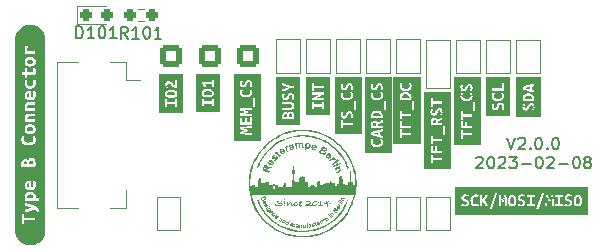
<source format=gbr>
%TF.GenerationSoftware,KiCad,Pcbnew,(6.0.11-0)*%
%TF.CreationDate,2023-02-12T12:49:48-05:00*%
%TF.ProjectId,EyeSPI-Featherwing,45796553-5049-42d4-9665-617468657277,2.0.0*%
%TF.SameCoordinates,Original*%
%TF.FileFunction,Legend,Top*%
%TF.FilePolarity,Positive*%
%FSLAX46Y46*%
G04 Gerber Fmt 4.6, Leading zero omitted, Abs format (unit mm)*
G04 Created by KiCad (PCBNEW (6.0.11-0)) date 2023-02-12 12:49:48*
%MOMM*%
%LPD*%
G01*
G04 APERTURE LIST*
G04 Aperture macros list*
%AMRoundRect*
0 Rectangle with rounded corners*
0 $1 Rounding radius*
0 $2 $3 $4 $5 $6 $7 $8 $9 X,Y pos of 4 corners*
0 Add a 4 corners polygon primitive as box body*
4,1,4,$2,$3,$4,$5,$6,$7,$8,$9,$2,$3,0*
0 Add four circle primitives for the rounded corners*
1,1,$1+$1,$2,$3*
1,1,$1+$1,$4,$5*
1,1,$1+$1,$6,$7*
1,1,$1+$1,$8,$9*
0 Add four rect primitives between the rounded corners*
20,1,$1+$1,$2,$3,$4,$5,0*
20,1,$1+$1,$4,$5,$6,$7,0*
20,1,$1+$1,$6,$7,$8,$9,0*
20,1,$1+$1,$8,$9,$2,$3,0*%
G04 Aperture macros list end*
%ADD10C,0.000000*%
%ADD11C,0.150000*%
%ADD12C,0.120000*%
%ADD13R,1.500000X1.000000*%
%ADD14RoundRect,0.237500X-0.287500X-0.237500X0.287500X-0.237500X0.287500X0.237500X-0.287500X0.237500X0*%
%ADD15R,1.300000X0.300000*%
%ADD16R,2.200000X1.800000*%
%ADD17RoundRect,0.237500X0.250000X0.237500X-0.250000X0.237500X-0.250000X-0.237500X0.250000X-0.237500X0*%
%ADD18RoundRect,0.250000X-0.675000X-0.675000X0.675000X-0.675000X0.675000X0.675000X-0.675000X0.675000X0*%
%ADD19R,1.700000X1.700000*%
%ADD20O,1.700000X1.700000*%
G04 APERTURE END LIST*
D10*
G36*
X145382425Y-110825302D02*
G01*
X145386671Y-110825723D01*
X145390954Y-110826379D01*
X145395273Y-110827268D01*
X145399628Y-110828393D01*
X145404019Y-110829752D01*
X145408409Y-110831381D01*
X145412759Y-110833315D01*
X145417069Y-110835554D01*
X145421339Y-110838098D01*
X145425570Y-110840948D01*
X145429761Y-110844103D01*
X145433912Y-110847563D01*
X145438024Y-110851328D01*
X145442096Y-110855399D01*
X145446128Y-110859775D01*
X145450120Y-110864457D01*
X145454073Y-110869444D01*
X145457986Y-110874737D01*
X145461860Y-110880335D01*
X145465694Y-110886238D01*
X145469488Y-110892447D01*
X145472961Y-110898439D01*
X145476195Y-110904310D01*
X145479191Y-110910060D01*
X145481950Y-110915688D01*
X145484469Y-110921196D01*
X145486751Y-110926583D01*
X145488794Y-110931848D01*
X145490599Y-110936993D01*
X145492166Y-110942016D01*
X145493494Y-110946918D01*
X145494583Y-110951700D01*
X145495435Y-110956360D01*
X145496047Y-110960899D01*
X145496421Y-110965318D01*
X145496557Y-110969615D01*
X145496454Y-110973791D01*
X145496135Y-110977885D01*
X145495630Y-110981934D01*
X145494940Y-110985939D01*
X145494064Y-110989900D01*
X145493003Y-110993816D01*
X145491755Y-110997688D01*
X145490321Y-111001515D01*
X145488702Y-111005297D01*
X145486896Y-111009035D01*
X145484905Y-111012729D01*
X145482727Y-111016377D01*
X145480363Y-111019981D01*
X145477813Y-111023540D01*
X145475076Y-111027054D01*
X145472153Y-111030523D01*
X145469044Y-111033946D01*
X145423196Y-110981516D01*
X145424596Y-110980013D01*
X145425915Y-110978485D01*
X145427152Y-110976935D01*
X145428308Y-110975361D01*
X145429382Y-110973764D01*
X145430375Y-110972143D01*
X145431286Y-110970500D01*
X145432116Y-110968833D01*
X145432864Y-110967142D01*
X145433530Y-110965428D01*
X145434115Y-110963691D01*
X145434618Y-110961931D01*
X145435039Y-110960147D01*
X145435378Y-110958340D01*
X145435636Y-110956510D01*
X145435812Y-110954657D01*
X145435893Y-110952777D01*
X145435876Y-110950860D01*
X145435760Y-110948907D01*
X145435546Y-110946918D01*
X145435233Y-110944891D01*
X145434821Y-110942828D01*
X145434310Y-110940729D01*
X145433700Y-110938593D01*
X145432992Y-110936421D01*
X145432185Y-110934212D01*
X145431280Y-110931967D01*
X145430275Y-110929686D01*
X145429172Y-110927368D01*
X145427970Y-110925014D01*
X145426670Y-110922623D01*
X145425270Y-110920197D01*
X145423446Y-110917184D01*
X145421633Y-110914313D01*
X145419831Y-110911584D01*
X145418039Y-110908996D01*
X145416259Y-110906550D01*
X145414489Y-110904246D01*
X145412731Y-110902083D01*
X145410983Y-110900062D01*
X145409246Y-110898182D01*
X145407520Y-110896443D01*
X145405806Y-110894846D01*
X145404101Y-110893390D01*
X145402408Y-110892075D01*
X145400726Y-110890901D01*
X145399055Y-110889868D01*
X145397394Y-110888976D01*
X145396261Y-110888483D01*
X145395138Y-110888059D01*
X145394026Y-110887705D01*
X145392925Y-110887419D01*
X145391834Y-110887204D01*
X145390754Y-110887057D01*
X145389685Y-110886979D01*
X145388626Y-110886971D01*
X145387578Y-110887031D01*
X145386539Y-110887160D01*
X145385512Y-110887358D01*
X145384494Y-110887625D01*
X145383486Y-110887960D01*
X145382489Y-110888365D01*
X145381502Y-110888837D01*
X145380524Y-110889378D01*
X145380113Y-110889631D01*
X145379713Y-110889894D01*
X145379324Y-110890167D01*
X145378947Y-110890449D01*
X145378580Y-110890741D01*
X145378225Y-110891043D01*
X145377881Y-110891355D01*
X145377548Y-110891676D01*
X145377226Y-110892008D01*
X145376915Y-110892349D01*
X145376615Y-110892700D01*
X145376326Y-110893061D01*
X145376049Y-110893431D01*
X145375783Y-110893811D01*
X145375527Y-110894201D01*
X145375283Y-110894601D01*
X145375050Y-110895011D01*
X145374828Y-110895431D01*
X145374617Y-110895860D01*
X145374417Y-110896299D01*
X145374051Y-110897207D01*
X145373729Y-110898153D01*
X145373451Y-110899139D01*
X145373218Y-110900164D01*
X145373028Y-110901229D01*
X145372883Y-110902332D01*
X145372809Y-110904022D01*
X145372886Y-110906059D01*
X145373116Y-110908443D01*
X145373498Y-110911175D01*
X145374032Y-110914254D01*
X145374719Y-110917680D01*
X145375557Y-110921454D01*
X145376548Y-110925576D01*
X145378985Y-110934861D01*
X145382030Y-110945537D01*
X145385683Y-110957603D01*
X145389944Y-110971061D01*
X145394157Y-110984790D01*
X145397651Y-110997674D01*
X145400427Y-111009713D01*
X145401546Y-111015415D01*
X145402485Y-111020905D01*
X145403244Y-111026184D01*
X145403824Y-111031251D01*
X145404225Y-111036107D01*
X145404445Y-111040751D01*
X145404487Y-111045183D01*
X145404348Y-111049403D01*
X145404030Y-111053412D01*
X145403533Y-111057209D01*
X145402805Y-111060842D01*
X145401884Y-111064383D01*
X145400769Y-111067833D01*
X145399461Y-111071191D01*
X145397960Y-111074457D01*
X145396266Y-111077631D01*
X145394379Y-111080713D01*
X145392299Y-111083704D01*
X145390025Y-111086603D01*
X145387559Y-111089410D01*
X145384900Y-111092126D01*
X145382048Y-111094749D01*
X145379003Y-111097281D01*
X145375766Y-111099721D01*
X145372336Y-111102069D01*
X145368713Y-111104326D01*
X145364630Y-111106608D01*
X145360492Y-111108635D01*
X145356300Y-111110408D01*
X145352053Y-111111927D01*
X145347752Y-111113191D01*
X145343396Y-111114201D01*
X145338986Y-111114957D01*
X145334521Y-111115459D01*
X145330003Y-111115707D01*
X145325429Y-111115701D01*
X145320802Y-111115441D01*
X145316121Y-111114928D01*
X145311385Y-111114161D01*
X145306595Y-111113139D01*
X145301751Y-111111865D01*
X145296852Y-111110337D01*
X145291954Y-111108526D01*
X145287118Y-111106404D01*
X145282344Y-111103970D01*
X145277631Y-111101225D01*
X145272981Y-111098168D01*
X145268392Y-111094799D01*
X145263866Y-111091119D01*
X145259401Y-111087128D01*
X145254997Y-111082824D01*
X145250656Y-111078210D01*
X145246376Y-111073284D01*
X145242158Y-111068046D01*
X145238002Y-111062497D01*
X145233907Y-111056636D01*
X145229874Y-111050463D01*
X145225902Y-111043979D01*
X145222449Y-111037984D01*
X145219242Y-111032056D01*
X145216280Y-111026195D01*
X145213564Y-111020400D01*
X145211093Y-111014673D01*
X145208868Y-111009011D01*
X145206889Y-111003417D01*
X145205156Y-110997889D01*
X145203669Y-110992428D01*
X145202427Y-110987032D01*
X145201432Y-110981704D01*
X145200682Y-110976441D01*
X145200178Y-110971245D01*
X145199920Y-110966115D01*
X145199908Y-110961051D01*
X145200142Y-110956053D01*
X145200599Y-110951132D01*
X145201255Y-110946298D01*
X145202111Y-110941551D01*
X145203167Y-110936891D01*
X145204422Y-110932319D01*
X145205876Y-110927833D01*
X145207530Y-110923435D01*
X145209384Y-110919123D01*
X145211437Y-110914898D01*
X145213691Y-110910760D01*
X145216143Y-110906708D01*
X145218796Y-110902743D01*
X145221649Y-110898865D01*
X145224701Y-110895073D01*
X145227953Y-110891367D01*
X145231405Y-110887748D01*
X145278163Y-110944729D01*
X145276236Y-110946594D01*
X145274415Y-110948482D01*
X145272702Y-110950394D01*
X145271095Y-110952329D01*
X145269594Y-110954288D01*
X145268200Y-110956270D01*
X145266913Y-110958276D01*
X145265733Y-110960305D01*
X145264659Y-110962358D01*
X145263692Y-110964434D01*
X145262831Y-110966534D01*
X145262078Y-110968658D01*
X145261430Y-110970805D01*
X145260890Y-110972976D01*
X145260456Y-110975171D01*
X145260129Y-110977389D01*
X145259915Y-110979632D01*
X145259820Y-110981908D01*
X145259845Y-110984216D01*
X145259989Y-110986557D01*
X145260253Y-110988931D01*
X145260636Y-110991337D01*
X145261137Y-110993777D01*
X145261759Y-110996249D01*
X145262499Y-110998753D01*
X145263358Y-111001291D01*
X145264336Y-111003861D01*
X145265433Y-111006464D01*
X145266648Y-111009100D01*
X145267983Y-111011769D01*
X145269436Y-111014470D01*
X145271008Y-111017204D01*
X145272812Y-111020164D01*
X145274630Y-111022989D01*
X145276462Y-111025679D01*
X145278307Y-111028233D01*
X145280166Y-111030653D01*
X145282038Y-111032937D01*
X145283925Y-111035086D01*
X145285825Y-111037100D01*
X145287739Y-111038979D01*
X145289667Y-111040724D01*
X145291609Y-111042333D01*
X145293565Y-111043808D01*
X145295535Y-111045148D01*
X145297519Y-111046354D01*
X145299518Y-111047425D01*
X145301531Y-111048361D01*
X145302913Y-111048886D01*
X145304291Y-111049327D01*
X145305664Y-111049684D01*
X145307031Y-111049957D01*
X145308394Y-111050146D01*
X145309752Y-111050250D01*
X145311105Y-111050271D01*
X145312453Y-111050208D01*
X145313796Y-111050061D01*
X145315134Y-111049830D01*
X145316467Y-111049515D01*
X145317795Y-111049117D01*
X145319118Y-111048635D01*
X145320436Y-111048070D01*
X145321749Y-111047421D01*
X145323057Y-111046689D01*
X145323926Y-111046150D01*
X145324756Y-111045587D01*
X145325546Y-111045001D01*
X145326296Y-111044391D01*
X145327006Y-111043758D01*
X145327677Y-111043102D01*
X145328308Y-111042423D01*
X145328899Y-111041720D01*
X145329451Y-111040994D01*
X145329963Y-111040244D01*
X145330435Y-111039472D01*
X145330868Y-111038676D01*
X145331261Y-111037856D01*
X145331614Y-111037014D01*
X145331928Y-111036148D01*
X145332202Y-111035259D01*
X145332382Y-111034302D01*
X145332504Y-111033258D01*
X145332567Y-111032127D01*
X145332571Y-111030909D01*
X145332516Y-111029603D01*
X145332402Y-111028210D01*
X145332229Y-111026730D01*
X145331997Y-111025162D01*
X145331707Y-111023507D01*
X145331358Y-111021765D01*
X145330950Y-111019936D01*
X145330484Y-111018019D01*
X145329958Y-111016015D01*
X145329375Y-111013923D01*
X145328732Y-111011744D01*
X145328031Y-111009478D01*
X145321451Y-110989010D01*
X145315807Y-110970326D01*
X145311100Y-110953425D01*
X145307330Y-110938308D01*
X145304496Y-110924973D01*
X145302599Y-110913421D01*
X145301639Y-110903652D01*
X145301510Y-110899435D01*
X145301615Y-110895664D01*
X145302048Y-110890822D01*
X145302727Y-110886129D01*
X145303651Y-110881585D01*
X145304822Y-110877191D01*
X145306240Y-110872946D01*
X145307903Y-110868851D01*
X145309813Y-110864906D01*
X145311969Y-110861110D01*
X145314371Y-110857464D01*
X145317019Y-110853968D01*
X145319914Y-110850622D01*
X145323056Y-110847426D01*
X145326443Y-110844380D01*
X145330078Y-110841485D01*
X145333958Y-110838739D01*
X145338085Y-110836144D01*
X145341937Y-110833987D01*
X145345824Y-110832064D01*
X145349748Y-110830375D01*
X145353707Y-110828921D01*
X145357701Y-110827701D01*
X145361732Y-110826715D01*
X145365799Y-110825964D01*
X145369901Y-110825447D01*
X145374040Y-110825164D01*
X145378214Y-110825116D01*
X145382425Y-110825302D01*
G37*
G36*
X147180863Y-105936094D02*
G01*
X147186241Y-105936416D01*
X147191672Y-105936907D01*
X147201641Y-106046615D01*
X147197254Y-106046038D01*
X147192961Y-106045586D01*
X147188761Y-106045258D01*
X147184655Y-106045055D01*
X147180642Y-106044976D01*
X147176723Y-106045022D01*
X147172898Y-106045192D01*
X147169166Y-106045487D01*
X147165528Y-106045907D01*
X147161983Y-106046451D01*
X147158533Y-106047119D01*
X147155177Y-106047912D01*
X147151914Y-106048830D01*
X147148746Y-106049872D01*
X147145672Y-106051038D01*
X147142692Y-106052329D01*
X147139903Y-106053672D01*
X147137214Y-106055087D01*
X147134623Y-106056575D01*
X147132132Y-106058136D01*
X147129739Y-106059770D01*
X147127445Y-106061477D01*
X147125250Y-106063256D01*
X147123155Y-106065109D01*
X147121159Y-106067035D01*
X147119262Y-106069033D01*
X147117464Y-106071105D01*
X147115766Y-106073249D01*
X147114167Y-106075466D01*
X147112668Y-106077756D01*
X147111268Y-106080120D01*
X147109968Y-106082556D01*
X147108781Y-106085095D01*
X147107718Y-106087769D01*
X147106780Y-106090576D01*
X147105968Y-106093517D01*
X147105281Y-106096591D01*
X147104718Y-106099800D01*
X147104282Y-106103141D01*
X147103970Y-106106617D01*
X147103784Y-106110226D01*
X147103722Y-106113968D01*
X147103787Y-106117843D01*
X147103976Y-106121852D01*
X147104291Y-106125994D01*
X147104732Y-106130269D01*
X147105298Y-106134678D01*
X147105989Y-106139219D01*
X147106907Y-106144094D01*
X147108154Y-106149495D01*
X147109729Y-106155423D01*
X147111632Y-106161877D01*
X147113864Y-106168857D01*
X147116423Y-106176364D01*
X147122528Y-106192958D01*
X147129945Y-106211659D01*
X147138674Y-106232466D01*
X147148716Y-106255379D01*
X147160070Y-106280400D01*
X147218236Y-106406638D01*
X147110095Y-106456465D01*
X146921754Y-106047757D01*
X147022211Y-106001466D01*
X147048987Y-106059569D01*
X147050814Y-106046781D01*
X147052881Y-106034946D01*
X147055188Y-106024064D01*
X147057737Y-106014134D01*
X147059102Y-106009527D01*
X147060526Y-106005157D01*
X147062012Y-106001025D01*
X147063557Y-105997132D01*
X147065163Y-105993477D01*
X147066830Y-105990060D01*
X147068556Y-105986881D01*
X147070344Y-105983940D01*
X147072211Y-105981159D01*
X147074168Y-105978461D01*
X147076216Y-105975845D01*
X147078354Y-105973311D01*
X147080582Y-105970860D01*
X147082901Y-105968490D01*
X147085311Y-105966203D01*
X147087812Y-105963998D01*
X147090403Y-105961875D01*
X147093086Y-105959835D01*
X147095859Y-105957876D01*
X147098723Y-105955999D01*
X147101678Y-105954204D01*
X147104724Y-105952491D01*
X147107861Y-105950861D01*
X147111090Y-105949312D01*
X147115732Y-105947269D01*
X147120427Y-105945395D01*
X147125174Y-105943691D01*
X147129973Y-105942155D01*
X147134826Y-105940789D01*
X147139731Y-105939592D01*
X147144688Y-105938563D01*
X147149698Y-105937704D01*
X147154761Y-105937014D01*
X147159876Y-105936492D01*
X147165044Y-105936139D01*
X147170264Y-105935955D01*
X147175537Y-105935940D01*
X147180863Y-105936094D01*
G37*
G36*
X151508210Y-107523286D02*
G01*
X151112817Y-107738191D01*
X151055942Y-107633564D01*
X151451335Y-107418680D01*
X151508210Y-107523286D01*
G37*
G36*
X146865324Y-112222603D02*
G01*
X146847438Y-112258735D01*
X146854023Y-112255711D01*
X146860578Y-112253077D01*
X146867102Y-112250833D01*
X146873595Y-112248980D01*
X146880059Y-112247516D01*
X146886491Y-112246442D01*
X146892893Y-112245759D01*
X146899265Y-112245466D01*
X146905605Y-112245563D01*
X146911915Y-112246050D01*
X146918194Y-112246927D01*
X146924442Y-112248195D01*
X146930658Y-112249852D01*
X146936844Y-112251901D01*
X146942999Y-112254339D01*
X146949122Y-112257168D01*
X146951784Y-112258525D01*
X146954386Y-112259928D01*
X146956929Y-112261376D01*
X146959414Y-112262871D01*
X146961839Y-112264413D01*
X146964206Y-112266000D01*
X146966514Y-112267633D01*
X146968763Y-112269313D01*
X146970953Y-112271038D01*
X146973084Y-112272810D01*
X146975157Y-112274628D01*
X146977171Y-112276492D01*
X146979126Y-112278403D01*
X146981023Y-112280359D01*
X146982861Y-112282362D01*
X146984641Y-112284410D01*
X146986348Y-112286485D01*
X146987971Y-112288560D01*
X146989510Y-112290635D01*
X146990963Y-112292708D01*
X146992332Y-112294782D01*
X146993617Y-112296855D01*
X146994817Y-112298927D01*
X146995933Y-112300999D01*
X146996964Y-112303070D01*
X146997911Y-112305141D01*
X146998774Y-112307212D01*
X146999553Y-112309282D01*
X147000247Y-112311351D01*
X147000858Y-112313420D01*
X147001385Y-112315489D01*
X147001827Y-112317557D01*
X147002196Y-112319630D01*
X147002509Y-112321708D01*
X147002766Y-112323789D01*
X147002967Y-112325875D01*
X147003112Y-112327964D01*
X147003201Y-112330057D01*
X147003234Y-112332154D01*
X147003211Y-112334255D01*
X147003133Y-112336359D01*
X147002998Y-112338467D01*
X147002808Y-112340578D01*
X147002563Y-112342694D01*
X147002261Y-112344813D01*
X147001904Y-112346935D01*
X147001491Y-112349061D01*
X147001023Y-112351191D01*
X147000487Y-112353367D01*
X146999873Y-112355633D01*
X146998407Y-112360433D01*
X146996625Y-112365592D01*
X146994527Y-112371108D01*
X146992113Y-112376982D01*
X146989382Y-112383212D01*
X146986334Y-112389799D01*
X146982968Y-112396741D01*
X146907297Y-112549564D01*
X146842231Y-112517370D01*
X146904356Y-112391852D01*
X146909002Y-112382298D01*
X146913083Y-112373560D01*
X146916598Y-112365637D01*
X146919548Y-112358530D01*
X146921932Y-112352238D01*
X146923751Y-112346762D01*
X146925004Y-112342102D01*
X146925418Y-112340078D01*
X146925691Y-112338257D01*
X146925863Y-112336549D01*
X146925975Y-112334861D01*
X146926026Y-112333194D01*
X146926016Y-112331547D01*
X146925945Y-112329920D01*
X146925814Y-112328314D01*
X146925622Y-112326728D01*
X146925368Y-112325163D01*
X146925054Y-112323619D01*
X146924679Y-112322095D01*
X146924242Y-112320592D01*
X146923744Y-112319109D01*
X146923185Y-112317648D01*
X146922565Y-112316206D01*
X146921883Y-112314786D01*
X146921140Y-112313387D01*
X146920343Y-112312012D01*
X146919490Y-112310673D01*
X146918583Y-112309370D01*
X146917620Y-112308104D01*
X146916603Y-112306873D01*
X146915530Y-112305679D01*
X146914402Y-112304521D01*
X146913219Y-112303399D01*
X146911981Y-112302312D01*
X146910688Y-112301262D01*
X146909340Y-112300247D01*
X146907936Y-112299269D01*
X146906478Y-112298326D01*
X146904965Y-112297419D01*
X146903396Y-112296548D01*
X146901773Y-112295713D01*
X146899657Y-112294712D01*
X146897532Y-112293796D01*
X146895398Y-112292966D01*
X146893256Y-112292221D01*
X146891105Y-112291562D01*
X146888945Y-112290988D01*
X146886776Y-112290501D01*
X146884598Y-112290098D01*
X146882412Y-112289782D01*
X146880217Y-112289552D01*
X146878014Y-112289407D01*
X146875802Y-112289349D01*
X146873582Y-112289377D01*
X146871353Y-112289490D01*
X146869115Y-112289690D01*
X146866869Y-112289977D01*
X146864636Y-112290342D01*
X146862447Y-112290787D01*
X146860300Y-112291312D01*
X146858197Y-112291917D01*
X146856137Y-112292602D01*
X146854119Y-112293367D01*
X146852145Y-112294212D01*
X146850213Y-112295136D01*
X146848325Y-112296140D01*
X146846479Y-112297225D01*
X146844676Y-112298389D01*
X146842917Y-112299633D01*
X146841199Y-112300956D01*
X146839525Y-112302360D01*
X146837893Y-112303843D01*
X146836304Y-112305407D01*
X146834706Y-112307117D01*
X146833046Y-112309050D01*
X146831324Y-112311205D01*
X146829541Y-112313583D01*
X146827697Y-112316182D01*
X146825791Y-112319004D01*
X146823823Y-112322048D01*
X146821794Y-112325314D01*
X146819704Y-112328803D01*
X146817552Y-112332514D01*
X146815338Y-112336447D01*
X146813063Y-112340602D01*
X146808329Y-112349579D01*
X146803348Y-112359446D01*
X146748230Y-112470824D01*
X146683142Y-112438609D01*
X146804872Y-112192694D01*
X146865324Y-112222603D01*
G37*
G36*
X147891591Y-110633501D02*
G01*
X147895739Y-110634419D01*
X147899692Y-110635379D01*
X147903448Y-110636381D01*
X147907008Y-110637426D01*
X147910369Y-110638514D01*
X147913530Y-110639645D01*
X147916490Y-110640818D01*
X147919247Y-110642034D01*
X147921800Y-110643292D01*
X147924147Y-110644594D01*
X147926288Y-110645938D01*
X147928221Y-110647324D01*
X147929945Y-110648753D01*
X147931458Y-110650225D01*
X147932759Y-110651740D01*
X147933942Y-110651932D01*
X147935103Y-110652166D01*
X147936241Y-110652444D01*
X147937352Y-110652764D01*
X147938437Y-110653126D01*
X147939494Y-110653532D01*
X147940522Y-110653979D01*
X147941519Y-110654470D01*
X147942484Y-110655003D01*
X147943416Y-110655579D01*
X147944313Y-110656198D01*
X147945174Y-110656859D01*
X147945998Y-110657563D01*
X147946783Y-110658310D01*
X147947528Y-110659099D01*
X147948231Y-110659931D01*
X147967345Y-110660841D01*
X147980087Y-110677225D01*
X147982107Y-110681861D01*
X147983063Y-110684104D01*
X147983956Y-110686326D01*
X147984762Y-110688548D01*
X147985127Y-110689666D01*
X147985463Y-110690792D01*
X147985766Y-110691928D01*
X147986035Y-110693078D01*
X147986267Y-110694243D01*
X147986458Y-110695428D01*
X147993740Y-110702709D01*
X147991010Y-110716361D01*
X147991170Y-110717236D01*
X147991310Y-110718155D01*
X147991432Y-110719119D01*
X147991536Y-110720130D01*
X147991698Y-110722297D01*
X147991806Y-110724667D01*
X147991872Y-110727250D01*
X147991906Y-110730057D01*
X147991920Y-110736386D01*
X147996471Y-110740026D01*
X147996471Y-110753678D01*
X148000111Y-110781894D01*
X147997701Y-110784219D01*
X147995247Y-110786416D01*
X147992752Y-110788485D01*
X147990213Y-110790426D01*
X147987632Y-110792240D01*
X147985008Y-110793925D01*
X147982342Y-110795482D01*
X147979633Y-110796911D01*
X147976881Y-110798212D01*
X147974086Y-110799386D01*
X147971249Y-110800431D01*
X147968369Y-110801348D01*
X147965447Y-110802138D01*
X147962482Y-110802799D01*
X147959474Y-110803332D01*
X147956423Y-110803738D01*
X147954856Y-110800879D01*
X147953225Y-110798106D01*
X147951533Y-110795418D01*
X147949782Y-110792816D01*
X147947971Y-110790299D01*
X147946104Y-110787867D01*
X147944180Y-110785520D01*
X147942202Y-110783259D01*
X147940170Y-110781083D01*
X147938086Y-110778993D01*
X147935952Y-110776987D01*
X147933768Y-110775067D01*
X147931537Y-110773233D01*
X147929259Y-110771483D01*
X147926935Y-110769819D01*
X147924567Y-110768241D01*
X147922747Y-110738206D01*
X147917286Y-110728194D01*
X147917286Y-110720912D01*
X147908184Y-110709991D01*
X147903633Y-110706350D01*
X147895442Y-110709081D01*
X147883610Y-110709081D01*
X147882085Y-110709465D01*
X147880579Y-110709936D01*
X147879092Y-110710494D01*
X147877623Y-110711142D01*
X147876169Y-110711881D01*
X147874731Y-110712712D01*
X147873305Y-110713636D01*
X147871892Y-110714655D01*
X147870489Y-110715770D01*
X147869095Y-110716982D01*
X147867710Y-110718293D01*
X147866331Y-110719703D01*
X147864957Y-110721216D01*
X147863588Y-110722830D01*
X147862221Y-110724549D01*
X147860856Y-110726373D01*
X147855395Y-110733897D01*
X147849934Y-110741505D01*
X147844473Y-110749284D01*
X147841742Y-110753264D01*
X147839012Y-110757319D01*
X147838102Y-110766421D01*
X147832640Y-110770971D01*
X147832640Y-110787355D01*
X147820808Y-110800097D01*
X147806246Y-110840144D01*
X147807156Y-110851066D01*
X147799875Y-110867449D01*
X147802605Y-110887473D01*
X147797144Y-110890204D01*
X147795324Y-110915688D01*
X147796234Y-110920239D01*
X147807156Y-110931161D01*
X147811707Y-110950274D01*
X147824449Y-110953915D01*
X147825359Y-110961196D01*
X147840833Y-110963927D01*
X147852664Y-110966657D01*
X147853518Y-110966167D01*
X147854374Y-110965717D01*
X147855236Y-110965307D01*
X147856106Y-110964937D01*
X147856986Y-110964603D01*
X147857880Y-110964306D01*
X147858790Y-110964043D01*
X147859718Y-110963813D01*
X147860668Y-110963616D01*
X147861641Y-110963449D01*
X147862642Y-110963311D01*
X147863671Y-110963202D01*
X147864733Y-110963119D01*
X147865829Y-110963061D01*
X147866963Y-110963028D01*
X147868137Y-110963017D01*
X147874509Y-110963017D01*
X147877198Y-110962037D01*
X147879813Y-110961154D01*
X147882364Y-110960377D01*
X147884862Y-110959717D01*
X147886094Y-110959435D01*
X147887317Y-110959186D01*
X147888531Y-110958971D01*
X147889739Y-110958793D01*
X147890942Y-110958652D01*
X147892141Y-110958549D01*
X147893337Y-110958487D01*
X147894532Y-110958466D01*
X147896281Y-110957783D01*
X147898116Y-110957101D01*
X147900035Y-110956418D01*
X147902041Y-110955735D01*
X147904131Y-110955053D01*
X147906307Y-110954370D01*
X147908568Y-110953687D01*
X147910914Y-110953005D01*
X147912312Y-110951191D01*
X147913775Y-110949504D01*
X147915304Y-110947943D01*
X147916902Y-110946506D01*
X147917727Y-110945833D01*
X147918569Y-110945191D01*
X147919429Y-110944579D01*
X147920306Y-110943997D01*
X147921202Y-110943446D01*
X147922116Y-110942924D01*
X147923048Y-110942432D01*
X147923999Y-110941969D01*
X147925956Y-110941132D01*
X147927989Y-110940410D01*
X147930100Y-110939803D01*
X147932290Y-110939310D01*
X147934559Y-110938928D01*
X147936910Y-110938657D01*
X147939343Y-110938496D01*
X147941860Y-110938442D01*
X147947321Y-110938442D01*
X147947833Y-110938421D01*
X147948342Y-110938359D01*
X147948845Y-110938256D01*
X147949341Y-110938115D01*
X147949826Y-110937937D01*
X147950297Y-110937722D01*
X147950753Y-110937473D01*
X147951190Y-110937191D01*
X147951605Y-110936876D01*
X147951997Y-110936531D01*
X147952362Y-110936157D01*
X147952697Y-110935754D01*
X147953001Y-110935325D01*
X147953270Y-110934871D01*
X147953390Y-110934635D01*
X147953501Y-110934392D01*
X147953602Y-110934145D01*
X147953693Y-110933891D01*
X147954940Y-110932047D01*
X147956293Y-110930268D01*
X147957751Y-110928560D01*
X147959310Y-110926923D01*
X147960971Y-110925361D01*
X147962732Y-110923876D01*
X147964592Y-110922471D01*
X147966549Y-110921149D01*
X147968602Y-110919912D01*
X147970749Y-110918763D01*
X147972990Y-110917705D01*
X147975323Y-110916740D01*
X147977747Y-110915872D01*
X147980260Y-110915101D01*
X147982861Y-110914432D01*
X147985548Y-110913868D01*
X147988695Y-110911009D01*
X147991653Y-110908234D01*
X147994424Y-110905542D01*
X147997011Y-110902931D01*
X147999417Y-110900401D01*
X148001644Y-110897949D01*
X148003695Y-110895574D01*
X148005572Y-110893275D01*
X148007279Y-110891051D01*
X148008818Y-110888900D01*
X148010192Y-110886821D01*
X148011403Y-110884813D01*
X148012454Y-110882874D01*
X148013348Y-110881004D01*
X148014086Y-110879199D01*
X148014674Y-110877461D01*
X148016177Y-110876565D01*
X148017617Y-110875587D01*
X148018993Y-110874529D01*
X148020305Y-110873394D01*
X148021553Y-110872184D01*
X148022737Y-110870902D01*
X148023857Y-110869550D01*
X148024913Y-110868132D01*
X148025905Y-110866650D01*
X148026833Y-110865107D01*
X148027697Y-110863504D01*
X148028497Y-110861846D01*
X148029233Y-110860135D01*
X148029905Y-110858373D01*
X148030513Y-110856563D01*
X148031057Y-110854707D01*
X148036518Y-110851066D01*
X148039249Y-110830132D01*
X148044369Y-110831092D01*
X148049149Y-110832267D01*
X148053590Y-110833658D01*
X148057694Y-110835266D01*
X148059620Y-110836152D01*
X148061462Y-110837093D01*
X148063220Y-110838089D01*
X148064895Y-110839140D01*
X148066487Y-110840246D01*
X148067995Y-110841408D01*
X148069420Y-110842625D01*
X148070763Y-110843898D01*
X148072023Y-110845228D01*
X148073200Y-110846613D01*
X148074295Y-110848055D01*
X148075308Y-110849553D01*
X148076239Y-110851108D01*
X148077088Y-110852720D01*
X148077856Y-110854389D01*
X148078542Y-110856115D01*
X148079146Y-110857898D01*
X148079670Y-110859739D01*
X148080112Y-110861637D01*
X148080474Y-110863593D01*
X148080755Y-110865607D01*
X148080956Y-110867680D01*
X148081116Y-110872000D01*
X148081116Y-110879281D01*
X148063823Y-110895664D01*
X148062913Y-110901126D01*
X148062529Y-110903152D01*
X148062061Y-110905134D01*
X148061511Y-110907071D01*
X148060879Y-110908962D01*
X148060167Y-110910804D01*
X148059377Y-110912597D01*
X148058509Y-110914339D01*
X148057565Y-110916030D01*
X148056547Y-110917667D01*
X148055455Y-110919249D01*
X148054291Y-110920775D01*
X148053057Y-110922244D01*
X148051753Y-110923655D01*
X148050382Y-110925005D01*
X148048943Y-110926294D01*
X148047440Y-110927521D01*
X148044645Y-110932555D01*
X148041721Y-110937418D01*
X148038666Y-110942111D01*
X148035480Y-110946634D01*
X148032160Y-110950986D01*
X148028705Y-110955167D01*
X148025114Y-110959177D01*
X148021386Y-110963017D01*
X148017520Y-110966686D01*
X148013513Y-110970184D01*
X148009365Y-110973512D01*
X148005074Y-110976669D01*
X148000640Y-110979656D01*
X147996060Y-110982472D01*
X147991333Y-110985117D01*
X147986458Y-110987591D01*
X147972806Y-110998513D01*
X147960974Y-111000334D01*
X147946411Y-111011256D01*
X147936400Y-111012166D01*
X147913646Y-111026728D01*
X147899083Y-111024908D01*
X147882700Y-111032189D01*
X147869957Y-111028549D01*
X147863586Y-111034010D01*
X147846293Y-111031279D01*
X147829000Y-111034010D01*
X147822629Y-111028549D01*
X147804426Y-111024908D01*
X147778030Y-111004885D01*
X147763468Y-110986681D01*
X147761815Y-110984494D01*
X147760268Y-110982369D01*
X147758828Y-110980302D01*
X147757495Y-110978291D01*
X147756268Y-110976333D01*
X147755148Y-110974426D01*
X147754135Y-110972567D01*
X147753228Y-110970753D01*
X147752428Y-110968982D01*
X147751735Y-110967251D01*
X147751148Y-110965557D01*
X147750668Y-110963898D01*
X147750295Y-110962271D01*
X147750028Y-110960674D01*
X147749868Y-110959102D01*
X147749815Y-110957555D01*
X147749815Y-110954825D01*
X147740714Y-110941173D01*
X147740714Y-110929341D01*
X147740074Y-110926651D01*
X147739519Y-110924036D01*
X147739050Y-110921485D01*
X147738666Y-110918987D01*
X147738367Y-110916533D01*
X147738154Y-110914110D01*
X147738026Y-110911708D01*
X147737983Y-110909317D01*
X147737983Y-110902946D01*
X147733433Y-110887473D01*
X147737983Y-110876551D01*
X147734343Y-110869270D01*
X147745264Y-110851977D01*
X147742534Y-110837414D01*
X147749815Y-110813750D01*
X147753456Y-110808288D01*
X147757097Y-110786444D01*
X147755276Y-110782804D01*
X147766199Y-110770971D01*
X147768019Y-110761870D01*
X147775300Y-110740937D01*
X147787132Y-110715451D01*
X147803516Y-110700889D01*
X147807156Y-110692697D01*
X147812617Y-110682685D01*
X147814437Y-110673584D01*
X147829000Y-110656291D01*
X147830406Y-110655910D01*
X147831887Y-110655466D01*
X147835030Y-110654470D01*
X147836671Y-110653962D01*
X147838344Y-110653475D01*
X147840038Y-110653030D01*
X147840890Y-110652831D01*
X147841743Y-110652650D01*
X147842033Y-110651557D01*
X147842394Y-110650495D01*
X147842824Y-110649465D01*
X147843325Y-110648467D01*
X147843896Y-110647500D01*
X147844538Y-110646564D01*
X147845252Y-110645659D01*
X147846037Y-110644785D01*
X147846894Y-110643942D01*
X147847824Y-110643129D01*
X147848826Y-110642347D01*
X147849902Y-110641595D01*
X147851050Y-110640872D01*
X147852273Y-110640180D01*
X147853569Y-110639517D01*
X147854940Y-110638884D01*
X147856385Y-110638280D01*
X147857905Y-110637705D01*
X147859501Y-110637159D01*
X147861172Y-110636642D01*
X147862919Y-110636154D01*
X147864743Y-110635694D01*
X147866643Y-110635263D01*
X147868620Y-110634859D01*
X147870675Y-110634484D01*
X147872807Y-110634136D01*
X147875018Y-110633817D01*
X147877306Y-110633524D01*
X147882120Y-110633022D01*
X147887250Y-110632627D01*
X147891591Y-110633501D01*
G37*
G36*
X147569550Y-110940329D02*
G01*
X147569443Y-110940311D01*
X147569338Y-110940291D01*
X147569307Y-110940283D01*
X147569290Y-110940277D01*
X147569286Y-110940275D01*
X147569286Y-110940272D01*
X147569295Y-110940269D01*
X147569350Y-110940265D01*
X147569603Y-110940263D01*
X147569550Y-110940329D01*
G37*
G36*
X149388432Y-110970341D02*
G01*
X149388367Y-110970349D01*
X149388115Y-110970298D01*
X149389025Y-110970298D01*
X149388432Y-110970341D01*
G37*
G36*
X145449553Y-111334224D02*
G01*
X145449939Y-111327821D01*
X145450724Y-111321337D01*
X145451909Y-111314774D01*
X145453492Y-111308131D01*
X145455476Y-111301408D01*
X145457334Y-111296122D01*
X145459425Y-111290907D01*
X145461747Y-111285763D01*
X145464303Y-111280691D01*
X145467090Y-111275690D01*
X145470110Y-111270760D01*
X145473362Y-111265901D01*
X145476846Y-111261113D01*
X145480563Y-111256395D01*
X145484512Y-111251749D01*
X145488694Y-111247174D01*
X145493108Y-111242669D01*
X145497755Y-111238235D01*
X145502635Y-111233871D01*
X145507747Y-111229579D01*
X145513091Y-111225356D01*
X145519912Y-111220294D01*
X145526688Y-111215591D01*
X145533421Y-111211249D01*
X145540110Y-111207267D01*
X145546755Y-111203646D01*
X145553357Y-111200384D01*
X145559915Y-111197483D01*
X145566428Y-111194943D01*
X145572898Y-111192763D01*
X145579324Y-111190943D01*
X145585706Y-111189483D01*
X145592044Y-111188385D01*
X145598338Y-111187646D01*
X145604588Y-111187269D01*
X145610794Y-111187252D01*
X145616956Y-111187595D01*
X145623021Y-111188256D01*
X145628937Y-111189190D01*
X145634703Y-111190397D01*
X145640320Y-111191877D01*
X145645788Y-111193631D01*
X145651106Y-111195658D01*
X145656275Y-111197958D01*
X145661295Y-111200531D01*
X145666165Y-111203377D01*
X145670887Y-111206496D01*
X145675458Y-111209889D01*
X145679881Y-111213554D01*
X145684154Y-111217492D01*
X145688278Y-111221703D01*
X145692252Y-111226188D01*
X145696077Y-111230945D01*
X145699766Y-111236048D01*
X145703093Y-111241252D01*
X145706058Y-111246559D01*
X145708662Y-111251967D01*
X145710904Y-111257477D01*
X145712785Y-111263088D01*
X145714303Y-111268802D01*
X145715460Y-111274617D01*
X145716256Y-111280533D01*
X145716690Y-111286552D01*
X145716762Y-111292672D01*
X145716472Y-111298894D01*
X145715821Y-111305217D01*
X145714809Y-111311642D01*
X145713434Y-111318169D01*
X145711698Y-111324798D01*
X145742241Y-111301366D01*
X145783580Y-111355299D01*
X145588148Y-111505095D01*
X145578733Y-111512152D01*
X145569777Y-111518542D01*
X145561278Y-111524265D01*
X145553237Y-111529323D01*
X145545653Y-111533715D01*
X145542032Y-111535661D01*
X145538526Y-111537441D01*
X145535134Y-111539055D01*
X145531856Y-111540503D01*
X145528692Y-111541784D01*
X145525643Y-111542899D01*
X145522667Y-111543890D01*
X145519724Y-111544791D01*
X145516815Y-111545603D01*
X145513939Y-111546325D01*
X145511097Y-111546957D01*
X145508288Y-111547500D01*
X145505512Y-111547953D01*
X145502770Y-111548318D01*
X145500061Y-111548593D01*
X145497386Y-111548778D01*
X145494744Y-111548875D01*
X145492136Y-111548882D01*
X145489562Y-111548800D01*
X145487021Y-111548630D01*
X145484513Y-111548370D01*
X145482040Y-111548022D01*
X145479575Y-111547584D01*
X145477101Y-111547058D01*
X145474618Y-111546443D01*
X145472126Y-111545740D01*
X145469624Y-111544948D01*
X145467114Y-111544068D01*
X145464595Y-111543099D01*
X145462066Y-111542042D01*
X145459529Y-111540896D01*
X145456982Y-111539662D01*
X145454426Y-111538341D01*
X145451860Y-111536930D01*
X145449286Y-111535432D01*
X145446702Y-111533846D01*
X145444109Y-111532172D01*
X145441506Y-111530411D01*
X145438892Y-111528543D01*
X145436266Y-111526559D01*
X145433628Y-111524459D01*
X145430976Y-111522243D01*
X145428313Y-111519912D01*
X145425637Y-111517464D01*
X145422948Y-111514900D01*
X145420247Y-111512221D01*
X145417533Y-111509425D01*
X145414806Y-111506514D01*
X145412066Y-111503487D01*
X145409314Y-111500345D01*
X145406549Y-111497086D01*
X145403772Y-111493712D01*
X145400981Y-111490223D01*
X145398178Y-111486617D01*
X145393042Y-111479765D01*
X145388248Y-111473050D01*
X145383795Y-111466473D01*
X145379683Y-111460035D01*
X145375913Y-111453734D01*
X145372484Y-111447571D01*
X145369396Y-111441546D01*
X145366650Y-111435658D01*
X145364245Y-111429909D01*
X145362181Y-111424298D01*
X145360458Y-111418824D01*
X145359077Y-111413489D01*
X145358037Y-111408291D01*
X145357339Y-111403232D01*
X145356982Y-111398310D01*
X145356966Y-111393526D01*
X145357226Y-111388875D01*
X145357703Y-111384343D01*
X145358399Y-111379931D01*
X145359312Y-111375639D01*
X145360443Y-111371467D01*
X145361792Y-111367415D01*
X145363359Y-111363482D01*
X145365144Y-111359670D01*
X145367147Y-111355977D01*
X145369369Y-111352405D01*
X145371808Y-111348953D01*
X145374465Y-111345621D01*
X145377341Y-111342409D01*
X145380435Y-111339318D01*
X145383746Y-111336347D01*
X145387277Y-111333497D01*
X145388805Y-111332354D01*
X145390502Y-111331116D01*
X145392370Y-111329783D01*
X145394410Y-111328354D01*
X145436870Y-111400321D01*
X145435633Y-111401622D01*
X145434478Y-111402913D01*
X145433405Y-111404195D01*
X145432413Y-111405468D01*
X145431504Y-111406731D01*
X145430676Y-111407985D01*
X145429930Y-111409229D01*
X145429266Y-111410464D01*
X145428684Y-111411690D01*
X145428183Y-111412906D01*
X145427765Y-111414113D01*
X145427428Y-111415310D01*
X145427174Y-111416498D01*
X145427001Y-111417677D01*
X145426910Y-111418846D01*
X145426901Y-111420005D01*
X145426969Y-111421639D01*
X145427142Y-111423310D01*
X145427419Y-111425018D01*
X145427802Y-111426763D01*
X145428289Y-111428546D01*
X145428880Y-111430365D01*
X145429576Y-111432220D01*
X145430377Y-111434113D01*
X145431283Y-111436042D01*
X145432293Y-111438008D01*
X145433408Y-111440011D01*
X145434628Y-111442050D01*
X145435952Y-111444125D01*
X145437381Y-111446237D01*
X145438915Y-111448385D01*
X145440553Y-111450570D01*
X145442709Y-111453327D01*
X145444849Y-111455955D01*
X145446975Y-111458455D01*
X145449086Y-111460825D01*
X145451182Y-111463066D01*
X145453263Y-111465179D01*
X145455329Y-111467162D01*
X145457381Y-111469016D01*
X145459417Y-111470742D01*
X145461439Y-111472338D01*
X145463446Y-111473806D01*
X145465437Y-111475144D01*
X145467414Y-111476354D01*
X145469377Y-111477434D01*
X145471324Y-111478386D01*
X145473256Y-111479209D01*
X145474557Y-111479697D01*
X145475878Y-111480124D01*
X145477222Y-111480487D01*
X145478586Y-111480789D01*
X145479972Y-111481028D01*
X145481379Y-111481204D01*
X145482807Y-111481319D01*
X145484257Y-111481370D01*
X145485728Y-111481360D01*
X145487221Y-111481288D01*
X145488735Y-111481153D01*
X145490270Y-111480956D01*
X145491826Y-111480697D01*
X145493404Y-111480376D01*
X145495003Y-111479992D01*
X145496624Y-111479547D01*
X145497814Y-111479147D01*
X145499083Y-111478653D01*
X145500431Y-111478066D01*
X145501858Y-111477385D01*
X145503364Y-111476610D01*
X145504948Y-111475742D01*
X145506611Y-111474781D01*
X145508353Y-111473727D01*
X145510173Y-111472579D01*
X145512072Y-111471337D01*
X145514049Y-111470003D01*
X145516105Y-111468576D01*
X145520453Y-111465442D01*
X145525114Y-111461936D01*
X145556907Y-111437574D01*
X145550118Y-111437562D01*
X145543525Y-111437234D01*
X145537126Y-111436590D01*
X145530922Y-111435629D01*
X145524913Y-111434351D01*
X145519099Y-111432756D01*
X145513479Y-111430845D01*
X145508054Y-111428617D01*
X145502823Y-111426073D01*
X145497786Y-111423212D01*
X145492944Y-111420033D01*
X145488297Y-111416538D01*
X145483843Y-111412726D01*
X145479584Y-111408597D01*
X145475518Y-111404152D01*
X145471647Y-111399389D01*
X145467643Y-111393864D01*
X145464039Y-111388260D01*
X145460833Y-111382575D01*
X145458027Y-111376811D01*
X145455619Y-111370967D01*
X145453610Y-111365043D01*
X145452001Y-111359039D01*
X145450790Y-111352955D01*
X145449979Y-111346791D01*
X145449976Y-111346748D01*
X145519577Y-111346748D01*
X145519586Y-111349756D01*
X145519757Y-111352717D01*
X145520092Y-111355630D01*
X145520590Y-111358495D01*
X145521251Y-111361313D01*
X145522075Y-111364083D01*
X145523062Y-111366806D01*
X145524213Y-111369481D01*
X145525527Y-111372108D01*
X145527004Y-111374688D01*
X145528644Y-111377220D01*
X145530448Y-111379704D01*
X145532517Y-111382269D01*
X145534676Y-111384683D01*
X145536924Y-111386947D01*
X145539262Y-111389062D01*
X145541690Y-111391027D01*
X145544207Y-111392841D01*
X145546815Y-111394506D01*
X145549511Y-111396021D01*
X145552297Y-111397385D01*
X145555173Y-111398600D01*
X145558138Y-111399664D01*
X145561193Y-111400578D01*
X145564337Y-111401342D01*
X145567570Y-111401956D01*
X145570893Y-111402420D01*
X145574305Y-111402733D01*
X145577781Y-111402867D01*
X145581293Y-111402792D01*
X145584843Y-111402508D01*
X145588430Y-111402015D01*
X145592054Y-111401313D01*
X145595716Y-111400402D01*
X145599414Y-111399283D01*
X145603150Y-111397955D01*
X145606923Y-111396418D01*
X145610734Y-111394672D01*
X145614581Y-111392717D01*
X145618466Y-111390553D01*
X145622388Y-111388181D01*
X145626347Y-111385599D01*
X145630343Y-111382809D01*
X145634377Y-111379810D01*
X145638498Y-111376565D01*
X145642398Y-111373316D01*
X145646080Y-111370063D01*
X145649541Y-111366804D01*
X145652783Y-111363542D01*
X145655805Y-111360275D01*
X145658607Y-111357003D01*
X145661189Y-111353727D01*
X145663552Y-111350447D01*
X145665695Y-111347162D01*
X145667618Y-111343873D01*
X145669321Y-111340579D01*
X145670805Y-111337281D01*
X145672069Y-111333978D01*
X145673113Y-111330671D01*
X145673937Y-111327359D01*
X145674565Y-111324065D01*
X145675021Y-111320811D01*
X145675305Y-111317598D01*
X145675417Y-111314425D01*
X145675356Y-111311292D01*
X145675123Y-111308200D01*
X145674718Y-111305148D01*
X145674141Y-111302136D01*
X145673391Y-111299165D01*
X145672468Y-111296234D01*
X145671373Y-111293344D01*
X145670106Y-111290494D01*
X145668666Y-111287685D01*
X145667054Y-111284916D01*
X145665269Y-111282188D01*
X145663311Y-111279501D01*
X145661286Y-111276990D01*
X145659178Y-111274632D01*
X145656988Y-111272428D01*
X145654715Y-111270377D01*
X145652361Y-111268479D01*
X145649924Y-111266734D01*
X145647405Y-111265142D01*
X145644804Y-111263703D01*
X145642120Y-111262417D01*
X145639355Y-111261284D01*
X145636508Y-111260305D01*
X145633578Y-111259478D01*
X145630567Y-111258804D01*
X145627474Y-111258283D01*
X145624298Y-111257915D01*
X145621041Y-111257699D01*
X145617717Y-111257664D01*
X145614341Y-111257835D01*
X145610913Y-111258213D01*
X145607433Y-111258798D01*
X145603901Y-111259589D01*
X145600317Y-111260587D01*
X145596681Y-111261792D01*
X145592993Y-111263203D01*
X145589253Y-111264820D01*
X145585462Y-111266643D01*
X145581619Y-111268673D01*
X145577724Y-111270909D01*
X145573777Y-111273352D01*
X145569778Y-111276000D01*
X145565728Y-111278854D01*
X145561627Y-111281914D01*
X145557409Y-111285233D01*
X145553417Y-111288545D01*
X145549650Y-111291851D01*
X145546109Y-111295150D01*
X145542792Y-111298443D01*
X145539701Y-111301729D01*
X145536835Y-111305009D01*
X145534194Y-111308282D01*
X145531779Y-111311549D01*
X145529589Y-111314810D01*
X145527624Y-111318064D01*
X145525884Y-111321312D01*
X145524369Y-111324553D01*
X145523080Y-111327788D01*
X145522016Y-111331016D01*
X145521177Y-111334238D01*
X145520532Y-111337437D01*
X145520051Y-111340588D01*
X145519733Y-111343692D01*
X145519577Y-111346748D01*
X145449976Y-111346748D01*
X145449566Y-111340547D01*
X145449553Y-111334224D01*
G37*
G36*
X145094585Y-110659034D02*
G01*
X145098130Y-110654375D01*
X145101904Y-110649839D01*
X145105909Y-110645428D01*
X145110145Y-110641140D01*
X145114610Y-110636976D01*
X145119307Y-110632937D01*
X145124233Y-110629021D01*
X145129390Y-110625230D01*
X145134778Y-110621563D01*
X145140396Y-110618020D01*
X145146245Y-110614601D01*
X145152325Y-110611307D01*
X145158635Y-110608137D01*
X145166267Y-110604598D01*
X145173812Y-110601410D01*
X145181271Y-110598573D01*
X145188642Y-110596088D01*
X145195928Y-110593954D01*
X145203126Y-110592172D01*
X145210238Y-110590741D01*
X145217263Y-110589661D01*
X145224202Y-110588933D01*
X145231054Y-110588556D01*
X145237820Y-110588531D01*
X145244499Y-110588858D01*
X145251092Y-110589536D01*
X145257598Y-110590565D01*
X145264018Y-110591947D01*
X145270352Y-110593680D01*
X145276534Y-110595721D01*
X145282510Y-110598026D01*
X145288278Y-110600596D01*
X145293839Y-110603430D01*
X145299192Y-110606528D01*
X145304338Y-110609891D01*
X145309277Y-110613517D01*
X145314008Y-110617408D01*
X145318532Y-110621562D01*
X145322849Y-110625980D01*
X145326958Y-110630662D01*
X145330860Y-110635608D01*
X145334554Y-110640817D01*
X145338041Y-110646290D01*
X145341321Y-110652026D01*
X145344393Y-110658027D01*
X145347545Y-110664894D01*
X145350324Y-110671718D01*
X145352730Y-110678497D01*
X145354764Y-110685233D01*
X145356425Y-110691924D01*
X145357713Y-110698572D01*
X145358629Y-110705175D01*
X145359173Y-110711734D01*
X145359344Y-110718250D01*
X145359142Y-110724722D01*
X145358568Y-110731150D01*
X145357621Y-110737534D01*
X145356302Y-110743874D01*
X145354610Y-110750170D01*
X145352545Y-110756423D01*
X145350108Y-110762632D01*
X145347271Y-110768759D01*
X145344005Y-110774773D01*
X145340311Y-110780673D01*
X145336190Y-110786460D01*
X145331640Y-110792134D01*
X145326662Y-110797695D01*
X145321255Y-110803143D01*
X145315421Y-110808477D01*
X145309159Y-110813697D01*
X145302468Y-110818805D01*
X145295349Y-110823799D01*
X145287802Y-110828679D01*
X145279827Y-110833446D01*
X145271424Y-110838100D01*
X145262593Y-110842640D01*
X145253334Y-110847066D01*
X145174086Y-110683341D01*
X145170572Y-110685219D01*
X145167213Y-110687159D01*
X145164010Y-110689164D01*
X145160962Y-110691232D01*
X145158069Y-110693364D01*
X145155331Y-110695560D01*
X145152748Y-110697819D01*
X145150321Y-110700143D01*
X145148049Y-110702530D01*
X145145933Y-110704982D01*
X145143971Y-110707498D01*
X145142165Y-110710077D01*
X145140515Y-110712722D01*
X145139019Y-110715430D01*
X145137679Y-110718203D01*
X145136494Y-110721040D01*
X145135464Y-110723907D01*
X145134589Y-110726772D01*
X145133869Y-110729633D01*
X145133303Y-110732490D01*
X145132892Y-110735345D01*
X145132635Y-110738196D01*
X145132533Y-110741044D01*
X145132586Y-110743889D01*
X145132793Y-110746731D01*
X145133155Y-110749570D01*
X145133671Y-110752407D01*
X145134342Y-110755240D01*
X145135167Y-110758071D01*
X145136146Y-110760899D01*
X145137280Y-110763725D01*
X145138568Y-110766548D01*
X145139521Y-110768430D01*
X145140520Y-110770243D01*
X145141566Y-110771986D01*
X145142660Y-110773660D01*
X145143800Y-110775264D01*
X145144988Y-110776798D01*
X145146222Y-110778263D01*
X145147503Y-110779658D01*
X145148832Y-110780984D01*
X145150207Y-110782239D01*
X145151628Y-110783425D01*
X145153097Y-110784541D01*
X145154612Y-110785588D01*
X145156174Y-110786564D01*
X145157783Y-110787471D01*
X145159439Y-110788307D01*
X145161148Y-110789070D01*
X145162918Y-110789753D01*
X145164749Y-110790358D01*
X145166641Y-110790884D01*
X145168594Y-110791331D01*
X145170607Y-110791699D01*
X145172682Y-110791989D01*
X145174816Y-110792200D01*
X145177011Y-110792332D01*
X145179267Y-110792386D01*
X145181583Y-110792361D01*
X145183959Y-110792258D01*
X145186396Y-110792076D01*
X145188893Y-110791815D01*
X145191450Y-110791477D01*
X145194067Y-110791059D01*
X145214663Y-110861480D01*
X145209463Y-110861987D01*
X145204343Y-110862315D01*
X145199301Y-110862465D01*
X145194338Y-110862437D01*
X145189454Y-110862231D01*
X145184649Y-110861847D01*
X145179922Y-110861284D01*
X145175274Y-110860544D01*
X145170705Y-110859625D01*
X145166214Y-110858529D01*
X145161802Y-110857254D01*
X145157468Y-110855801D01*
X145153213Y-110854170D01*
X145149036Y-110852361D01*
X145144938Y-110850374D01*
X145140918Y-110848209D01*
X145136985Y-110845866D01*
X145133147Y-110843346D01*
X145129404Y-110840649D01*
X145125757Y-110837776D01*
X145122205Y-110834725D01*
X145118747Y-110831497D01*
X145115385Y-110828092D01*
X145112118Y-110824510D01*
X145108946Y-110820752D01*
X145105869Y-110816816D01*
X145102886Y-110812704D01*
X145099999Y-110808415D01*
X145097207Y-110803950D01*
X145094509Y-110799307D01*
X145091906Y-110794488D01*
X145089398Y-110789493D01*
X145085729Y-110781491D01*
X145082514Y-110773592D01*
X145079756Y-110765795D01*
X145077452Y-110758100D01*
X145075604Y-110750508D01*
X145074212Y-110743018D01*
X145073275Y-110735630D01*
X145072793Y-110728345D01*
X145072767Y-110721162D01*
X145073196Y-110714082D01*
X145074080Y-110707104D01*
X145075420Y-110700228D01*
X145077215Y-110693456D01*
X145079466Y-110686786D01*
X145082172Y-110680218D01*
X145085334Y-110673753D01*
X145088187Y-110668723D01*
X145090440Y-110665139D01*
X145214641Y-110665139D01*
X145261928Y-110762823D01*
X145265354Y-110760991D01*
X145268623Y-110759108D01*
X145271736Y-110757173D01*
X145274692Y-110755186D01*
X145277491Y-110753148D01*
X145280134Y-110751057D01*
X145282621Y-110748915D01*
X145284952Y-110746720D01*
X145287126Y-110744474D01*
X145289144Y-110742175D01*
X145291006Y-110739824D01*
X145292711Y-110737421D01*
X145294261Y-110734965D01*
X145295655Y-110732457D01*
X145296893Y-110729897D01*
X145297975Y-110727284D01*
X145298909Y-110724650D01*
X145299705Y-110722024D01*
X145300362Y-110719407D01*
X145300880Y-110716798D01*
X145301260Y-110714199D01*
X145301501Y-110711608D01*
X145301604Y-110709027D01*
X145301568Y-110706453D01*
X145301393Y-110703889D01*
X145301081Y-110701333D01*
X145300630Y-110698786D01*
X145300040Y-110696247D01*
X145299313Y-110693717D01*
X145298448Y-110691196D01*
X145297444Y-110688683D01*
X145296303Y-110686178D01*
X145294962Y-110683562D01*
X145293528Y-110681063D01*
X145291999Y-110678680D01*
X145290378Y-110676415D01*
X145288662Y-110674267D01*
X145286853Y-110672236D01*
X145284950Y-110670322D01*
X145282954Y-110668525D01*
X145280865Y-110666845D01*
X145278681Y-110665283D01*
X145276405Y-110663837D01*
X145274035Y-110662509D01*
X145271571Y-110661297D01*
X145269014Y-110660203D01*
X145266364Y-110659225D01*
X145263621Y-110658365D01*
X145260814Y-110657640D01*
X145257972Y-110657068D01*
X145255097Y-110656650D01*
X145252188Y-110656385D01*
X145249244Y-110656272D01*
X145246267Y-110656313D01*
X145243256Y-110656507D01*
X145240211Y-110656854D01*
X145237132Y-110657355D01*
X145234019Y-110658008D01*
X145230873Y-110658814D01*
X145227694Y-110659773D01*
X145224481Y-110660885D01*
X145221234Y-110662150D01*
X145217954Y-110663568D01*
X145214641Y-110665139D01*
X145090440Y-110665139D01*
X145091271Y-110663817D01*
X145094585Y-110659034D01*
G37*
G36*
X148759786Y-110892038D02*
G01*
X148759783Y-110892036D01*
X148759783Y-110892034D01*
X148759792Y-110892030D01*
X148759847Y-110892026D01*
X148760100Y-110892024D01*
X148759786Y-110892038D01*
G37*
G36*
X150471496Y-106679918D02*
G01*
X150477595Y-106671140D01*
X150484119Y-106662416D01*
X150491069Y-106653747D01*
X150498444Y-106645132D01*
X150506245Y-106636572D01*
X150515854Y-106626674D01*
X150525537Y-106617366D01*
X150535293Y-106608646D01*
X150545122Y-106600516D01*
X150555026Y-106592974D01*
X150565003Y-106586021D01*
X150575053Y-106579657D01*
X150585177Y-106573881D01*
X150595375Y-106568695D01*
X150605647Y-106564097D01*
X150615992Y-106560089D01*
X150626411Y-106556669D01*
X150636904Y-106553838D01*
X150647470Y-106551596D01*
X150658111Y-106549943D01*
X150668825Y-106548878D01*
X150679495Y-106548375D01*
X150690002Y-106548398D01*
X150700345Y-106548947D01*
X150710526Y-106550022D01*
X150720544Y-106551622D01*
X150730398Y-106553749D01*
X150740090Y-106556402D01*
X150749619Y-106559581D01*
X150758985Y-106563286D01*
X150768189Y-106567517D01*
X150777230Y-106572274D01*
X150786109Y-106577558D01*
X150794825Y-106583367D01*
X150803378Y-106589703D01*
X150811769Y-106596565D01*
X150819998Y-106603954D01*
X150828848Y-106612622D01*
X150837103Y-106621441D01*
X150844763Y-106630412D01*
X150851827Y-106639534D01*
X150858295Y-106648807D01*
X150864168Y-106658231D01*
X150869445Y-106667807D01*
X150874126Y-106677534D01*
X150878212Y-106687413D01*
X150881701Y-106697443D01*
X150884595Y-106707624D01*
X150886893Y-106717956D01*
X150888595Y-106728440D01*
X150889700Y-106739075D01*
X150890210Y-106749861D01*
X150890123Y-106760799D01*
X150889376Y-106771847D01*
X150887907Y-106782973D01*
X150885715Y-106794177D01*
X150882801Y-106805459D01*
X150879163Y-106816819D01*
X150874803Y-106828256D01*
X150869721Y-106839771D01*
X150863916Y-106851363D01*
X150857388Y-106863034D01*
X150850138Y-106874781D01*
X150842165Y-106886607D01*
X150833469Y-106898510D01*
X150824052Y-106910490D01*
X150813912Y-106922548D01*
X150803049Y-106934683D01*
X150791464Y-106946896D01*
X150574019Y-106742680D01*
X150569740Y-106747617D01*
X150565736Y-106752561D01*
X150562009Y-106757511D01*
X150558556Y-106762468D01*
X150555380Y-106767432D01*
X150552479Y-106772403D01*
X150549853Y-106777381D01*
X150547503Y-106782365D01*
X150545428Y-106787356D01*
X150543628Y-106792354D01*
X150542104Y-106797358D01*
X150540855Y-106802369D01*
X150539881Y-106807387D01*
X150539181Y-106812411D01*
X150538757Y-106817442D01*
X150538608Y-106822479D01*
X150538713Y-106827471D01*
X150539054Y-106832369D01*
X150539630Y-106837171D01*
X150540441Y-106841878D01*
X150541486Y-106846489D01*
X150542767Y-106851006D01*
X150544282Y-106855427D01*
X150546032Y-106859753D01*
X150548017Y-106863984D01*
X150550236Y-106868119D01*
X150552690Y-106872159D01*
X150555378Y-106876104D01*
X150558301Y-106879954D01*
X150561458Y-106883708D01*
X150564849Y-106887368D01*
X150568475Y-106890931D01*
X150571038Y-106893257D01*
X150573632Y-106895449D01*
X150576257Y-106897506D01*
X150578912Y-106899429D01*
X150581599Y-106901217D01*
X150584316Y-106902871D01*
X150587065Y-106904390D01*
X150589844Y-106905775D01*
X150592655Y-106907025D01*
X150595496Y-106908141D01*
X150598369Y-106909123D01*
X150601273Y-106909970D01*
X150604208Y-106910682D01*
X150607173Y-106911261D01*
X150610171Y-106911704D01*
X150613199Y-106912014D01*
X150616266Y-106912178D01*
X150619380Y-106912186D01*
X150622541Y-106912039D01*
X150625748Y-106911735D01*
X150629002Y-106911276D01*
X150632303Y-106910660D01*
X150635650Y-106909888D01*
X150639044Y-106908960D01*
X150642484Y-106907876D01*
X150645971Y-106906636D01*
X150649505Y-106905239D01*
X150653085Y-106903685D01*
X150656712Y-106901975D01*
X150660386Y-106900109D01*
X150664106Y-106898086D01*
X150667873Y-106895906D01*
X150740706Y-106991664D01*
X150733047Y-106995493D01*
X150725402Y-106999002D01*
X150717773Y-107002192D01*
X150710160Y-107005063D01*
X150702562Y-107007615D01*
X150694980Y-107009847D01*
X150687413Y-107011760D01*
X150679861Y-107013354D01*
X150672326Y-107014630D01*
X150664806Y-107015586D01*
X150657301Y-107016223D01*
X150649812Y-107016542D01*
X150642339Y-107016542D01*
X150634882Y-107016223D01*
X150627441Y-107015586D01*
X150620015Y-107014630D01*
X150612619Y-107013351D01*
X150605263Y-107011745D01*
X150597950Y-107009813D01*
X150590678Y-107007553D01*
X150583447Y-107004967D01*
X150576258Y-107002054D01*
X150569110Y-106998813D01*
X150562003Y-106995246D01*
X150554937Y-106991352D01*
X150547913Y-106987131D01*
X150540929Y-106982583D01*
X150533987Y-106977708D01*
X150527085Y-106972507D01*
X150520225Y-106966978D01*
X150513405Y-106961122D01*
X150506625Y-106954940D01*
X150496309Y-106944839D01*
X150486750Y-106934629D01*
X150477949Y-106924307D01*
X150469906Y-106913875D01*
X150462621Y-106903333D01*
X150456094Y-106892680D01*
X150450325Y-106881917D01*
X150445313Y-106871043D01*
X150441060Y-106860059D01*
X150437564Y-106848964D01*
X150434826Y-106837759D01*
X150432845Y-106826444D01*
X150431622Y-106815019D01*
X150431157Y-106803484D01*
X150431450Y-106791838D01*
X150432499Y-106780082D01*
X150433915Y-106770703D01*
X150435757Y-106761379D01*
X150438024Y-106752110D01*
X150440718Y-106742895D01*
X150443838Y-106733734D01*
X150447383Y-106724628D01*
X150451354Y-106715577D01*
X150455751Y-106706581D01*
X150460574Y-106697638D01*
X150464499Y-106690991D01*
X150625477Y-106690991D01*
X150755185Y-106812827D01*
X150759360Y-106808014D01*
X150763264Y-106803214D01*
X150766899Y-106798426D01*
X150770262Y-106793650D01*
X150773356Y-106788885D01*
X150776179Y-106784133D01*
X150778731Y-106779392D01*
X150781014Y-106774663D01*
X150783026Y-106769946D01*
X150784767Y-106765241D01*
X150786238Y-106760548D01*
X150787439Y-106755867D01*
X150788369Y-106751198D01*
X150789029Y-106746541D01*
X150789419Y-106741895D01*
X150789538Y-106737262D01*
X150789423Y-106732681D01*
X150789101Y-106728195D01*
X150788572Y-106723803D01*
X150787836Y-106719505D01*
X150786893Y-106715302D01*
X150785744Y-106711193D01*
X150784387Y-106707178D01*
X150782824Y-106703257D01*
X150781054Y-106699431D01*
X150779076Y-106695699D01*
X150776892Y-106692061D01*
X150774502Y-106688517D01*
X150771904Y-106685068D01*
X150769099Y-106681713D01*
X150766088Y-106678452D01*
X150762869Y-106675285D01*
X150759280Y-106672069D01*
X150755616Y-106669086D01*
X150751878Y-106666338D01*
X150748066Y-106663823D01*
X150744178Y-106661543D01*
X150740217Y-106659497D01*
X150736180Y-106657684D01*
X150732069Y-106656106D01*
X150727883Y-106654761D01*
X150723623Y-106653651D01*
X150719288Y-106652774D01*
X150714878Y-106652131D01*
X150710393Y-106651722D01*
X150705834Y-106651546D01*
X150701199Y-106651604D01*
X150696490Y-106651896D01*
X150691763Y-106652432D01*
X150687074Y-106653223D01*
X150682424Y-106654268D01*
X150677813Y-106655567D01*
X150673240Y-106657121D01*
X150668706Y-106658929D01*
X150664210Y-106660991D01*
X150659753Y-106663308D01*
X150655334Y-106665879D01*
X150650954Y-106668704D01*
X150646612Y-106671783D01*
X150642308Y-106675117D01*
X150638043Y-106678704D01*
X150633816Y-106682546D01*
X150629627Y-106686642D01*
X150625477Y-106690991D01*
X150464499Y-106690991D01*
X150465822Y-106688751D01*
X150471496Y-106679918D01*
G37*
G36*
X145888134Y-111725945D02*
G01*
X145891795Y-111720552D01*
X145895715Y-111715188D01*
X145899895Y-111709855D01*
X145904335Y-111704552D01*
X145909035Y-111699278D01*
X145914826Y-111693179D01*
X145920666Y-111687439D01*
X145926556Y-111682057D01*
X145932494Y-111677033D01*
X145938481Y-111672369D01*
X145944518Y-111668063D01*
X145950603Y-111664116D01*
X145956737Y-111660527D01*
X145962920Y-111657298D01*
X145969152Y-111654426D01*
X145975432Y-111651914D01*
X145981761Y-111649760D01*
X145988140Y-111647965D01*
X145994566Y-111646529D01*
X146001042Y-111645451D01*
X146007566Y-111644732D01*
X146014067Y-111644353D01*
X146020471Y-111644296D01*
X146026781Y-111644561D01*
X146032994Y-111645148D01*
X146039112Y-111646057D01*
X146045134Y-111647289D01*
X146051061Y-111648842D01*
X146056892Y-111650717D01*
X146062628Y-111652914D01*
X146068268Y-111655432D01*
X146073813Y-111658273D01*
X146079262Y-111661436D01*
X146084617Y-111664921D01*
X146089875Y-111668728D01*
X146095039Y-111672857D01*
X146100107Y-111677308D01*
X146105565Y-111682535D01*
X146110661Y-111687857D01*
X146115394Y-111693276D01*
X146119764Y-111698791D01*
X146123772Y-111704401D01*
X146127417Y-111710107D01*
X146130699Y-111715909D01*
X146133619Y-111721808D01*
X146136176Y-111727802D01*
X146138370Y-111733892D01*
X146140202Y-111740078D01*
X146141671Y-111746361D01*
X146142778Y-111752739D01*
X146143522Y-111759214D01*
X146143903Y-111765785D01*
X146143922Y-111772452D01*
X146143539Y-111779193D01*
X146142717Y-111785986D01*
X146141455Y-111792831D01*
X146139754Y-111799729D01*
X146137612Y-111806679D01*
X146135031Y-111813681D01*
X146132010Y-111820735D01*
X146128549Y-111827842D01*
X146124648Y-111835001D01*
X146120307Y-111842212D01*
X146115526Y-111849476D01*
X146110304Y-111856793D01*
X146104642Y-111864161D01*
X146098540Y-111871582D01*
X146091998Y-111879056D01*
X146085015Y-111886582D01*
X145951072Y-111763519D01*
X145948493Y-111766556D01*
X145946083Y-111769596D01*
X145943841Y-111772639D01*
X145941768Y-111775683D01*
X145939864Y-111778731D01*
X145938128Y-111781780D01*
X145936560Y-111784833D01*
X145935160Y-111787887D01*
X145933928Y-111790944D01*
X145932865Y-111794004D01*
X145931970Y-111797066D01*
X145931242Y-111800131D01*
X145930683Y-111803198D01*
X145930291Y-111806268D01*
X145930067Y-111809340D01*
X145930011Y-111812414D01*
X145930110Y-111815460D01*
X145930351Y-111818446D01*
X145930735Y-111821371D01*
X145931261Y-111824237D01*
X145931930Y-111827043D01*
X145932741Y-111829789D01*
X145933694Y-111832476D01*
X145934789Y-111835102D01*
X145936027Y-111837669D01*
X145937408Y-111840176D01*
X145938931Y-111842623D01*
X145940596Y-111845010D01*
X145942403Y-111847338D01*
X145944353Y-111849607D01*
X145946446Y-111851815D01*
X145948680Y-111853965D01*
X145950257Y-111855364D01*
X145951852Y-111856682D01*
X145953466Y-111857918D01*
X145955097Y-111859072D01*
X145956747Y-111860144D01*
X145958416Y-111861134D01*
X145960102Y-111862042D01*
X145961806Y-111862867D01*
X145963529Y-111863611D01*
X145965269Y-111864273D01*
X145967028Y-111864852D01*
X145968805Y-111865350D01*
X145970599Y-111865765D01*
X145972412Y-111866098D01*
X145974242Y-111866348D01*
X145976091Y-111866516D01*
X145977962Y-111866596D01*
X145979860Y-111866580D01*
X145981786Y-111866469D01*
X145983739Y-111866262D01*
X145985719Y-111865960D01*
X145987726Y-111865563D01*
X145989761Y-111865070D01*
X145991823Y-111864482D01*
X145993913Y-111863798D01*
X145996029Y-111863019D01*
X145998173Y-111862144D01*
X146000344Y-111861174D01*
X146002542Y-111860107D01*
X146004768Y-111858946D01*
X146007021Y-111857688D01*
X146009301Y-111856335D01*
X146054365Y-111914226D01*
X146049721Y-111916609D01*
X146045085Y-111918798D01*
X146040455Y-111920792D01*
X146035832Y-111922592D01*
X146031217Y-111924197D01*
X146026608Y-111925608D01*
X146022007Y-111926825D01*
X146017414Y-111927847D01*
X146012828Y-111928674D01*
X146008249Y-111929307D01*
X146003678Y-111929746D01*
X145999114Y-111929990D01*
X145994559Y-111930039D01*
X145990011Y-111929895D01*
X145985470Y-111929555D01*
X145980938Y-111929021D01*
X145976421Y-111928291D01*
X145971927Y-111927360D01*
X145967456Y-111926231D01*
X145963007Y-111924902D01*
X145958582Y-111923373D01*
X145954179Y-111921645D01*
X145949799Y-111919718D01*
X145945442Y-111917591D01*
X145941107Y-111915265D01*
X145936796Y-111912740D01*
X145932507Y-111910015D01*
X145928241Y-111907090D01*
X145923998Y-111903966D01*
X145919778Y-111900643D01*
X145915580Y-111897120D01*
X145911406Y-111893398D01*
X145905048Y-111887309D01*
X145899152Y-111881147D01*
X145893717Y-111874913D01*
X145888744Y-111868606D01*
X145884231Y-111862226D01*
X145880180Y-111855773D01*
X145876590Y-111849248D01*
X145873462Y-111842651D01*
X145870794Y-111835981D01*
X145868588Y-111829238D01*
X145866842Y-111822424D01*
X145865558Y-111815537D01*
X145864734Y-111808578D01*
X145864372Y-111801547D01*
X145864470Y-111794444D01*
X145865029Y-111787268D01*
X145865830Y-111781541D01*
X145866891Y-111775844D01*
X145868211Y-111770178D01*
X145869792Y-111764543D01*
X145871632Y-111758938D01*
X145873733Y-111753363D01*
X145876093Y-111747819D01*
X145878714Y-111742305D01*
X145881594Y-111736821D01*
X145884564Y-111731664D01*
X145982081Y-111731664D01*
X146062006Y-111805090D01*
X146064516Y-111802130D01*
X146066861Y-111799178D01*
X146069042Y-111796235D01*
X146071059Y-111793300D01*
X146072911Y-111790374D01*
X146074599Y-111787457D01*
X146076123Y-111784548D01*
X146077482Y-111781649D01*
X146078677Y-111778758D01*
X146079707Y-111775876D01*
X146080573Y-111773003D01*
X146081274Y-111770140D01*
X146081811Y-111767285D01*
X146082183Y-111764440D01*
X146082390Y-111761604D01*
X146082433Y-111758778D01*
X146082330Y-111755986D01*
X146082102Y-111753252D01*
X146081749Y-111750578D01*
X146081270Y-111747963D01*
X146080666Y-111745407D01*
X146079936Y-111742910D01*
X146079081Y-111740472D01*
X146078101Y-111738093D01*
X146076996Y-111735773D01*
X146075765Y-111733512D01*
X146074409Y-111731310D01*
X146072928Y-111729167D01*
X146071322Y-111727083D01*
X146069591Y-111725058D01*
X146067734Y-111723092D01*
X146065753Y-111721186D01*
X146063544Y-111719245D01*
X146061291Y-111717449D01*
X146058994Y-111715796D01*
X146056653Y-111714287D01*
X146054268Y-111712922D01*
X146051839Y-111711700D01*
X146049366Y-111710622D01*
X146046849Y-111709687D01*
X146044288Y-111708895D01*
X146041683Y-111708247D01*
X146039034Y-111707742D01*
X146036342Y-111707381D01*
X146033606Y-111707162D01*
X146030826Y-111707086D01*
X146028002Y-111707153D01*
X146025134Y-111707364D01*
X146022254Y-111707723D01*
X146019399Y-111708236D01*
X146016569Y-111708904D01*
X146013764Y-111709726D01*
X146010985Y-111710703D01*
X146008230Y-111711834D01*
X146005502Y-111713120D01*
X146002798Y-111714561D01*
X146000120Y-111716156D01*
X145997467Y-111717906D01*
X145994839Y-111719812D01*
X145992237Y-111721872D01*
X145989660Y-111724087D01*
X145987108Y-111726457D01*
X145984582Y-111728983D01*
X145982081Y-111731664D01*
X145884564Y-111731664D01*
X145884734Y-111731368D01*
X145888134Y-111725945D01*
G37*
G36*
X144810240Y-110736913D02*
G01*
X144944819Y-111013019D01*
X145099477Y-111276695D01*
X145273212Y-111526945D01*
X145465018Y-111762772D01*
X145673891Y-111983182D01*
X145898828Y-112187178D01*
X146138823Y-112373764D01*
X146392873Y-112541944D01*
X146659973Y-112690723D01*
X146939118Y-112819106D01*
X147229306Y-112926095D01*
X147529530Y-113010695D01*
X147838787Y-113071911D01*
X148156073Y-113108746D01*
X148317412Y-113117710D01*
X148480383Y-113120205D01*
X148642077Y-113116210D01*
X148802105Y-113105860D01*
X148960346Y-113089278D01*
X149116679Y-113066587D01*
X149270982Y-113037909D01*
X149423133Y-113003368D01*
X149573012Y-112963086D01*
X149720496Y-112917186D01*
X149865464Y-112865790D01*
X150007795Y-112809022D01*
X150147367Y-112747004D01*
X150284059Y-112679860D01*
X150417749Y-112607711D01*
X150548316Y-112530681D01*
X150675638Y-112448893D01*
X150799593Y-112362469D01*
X150920061Y-112271532D01*
X151036920Y-112176205D01*
X151150047Y-112076610D01*
X151259323Y-111972871D01*
X151364625Y-111865111D01*
X151465832Y-111753451D01*
X151562822Y-111638015D01*
X151655475Y-111518926D01*
X151743667Y-111396307D01*
X151827279Y-111270279D01*
X151906188Y-111140967D01*
X151980272Y-111008492D01*
X152049412Y-110872978D01*
X152113484Y-110734548D01*
X152172368Y-110593324D01*
X152225942Y-110449428D01*
X152333740Y-110487204D01*
X152218064Y-110780485D01*
X152081039Y-111062271D01*
X151923665Y-111331552D01*
X151746941Y-111587317D01*
X151551868Y-111828555D01*
X151339444Y-112054257D01*
X151110670Y-112263411D01*
X150866546Y-112455007D01*
X150608072Y-112628035D01*
X150336246Y-112781484D01*
X150052070Y-112914343D01*
X149756542Y-113025602D01*
X149450663Y-113114251D01*
X149135433Y-113179279D01*
X148811851Y-113219676D01*
X148647240Y-113230321D01*
X148480916Y-113234430D01*
X148313280Y-113231866D01*
X148147320Y-113222648D01*
X147983167Y-113206904D01*
X147820950Y-113184762D01*
X147660797Y-113156350D01*
X147502838Y-113121797D01*
X147347201Y-113081229D01*
X147194017Y-113034776D01*
X147043413Y-112982566D01*
X146895520Y-112924726D01*
X146750466Y-112861384D01*
X146608381Y-112792669D01*
X146469393Y-112718708D01*
X146333633Y-112639631D01*
X146201228Y-112555563D01*
X146072308Y-112466635D01*
X145947002Y-112372973D01*
X145825440Y-112274706D01*
X145707750Y-112171962D01*
X145594061Y-112064868D01*
X145484504Y-111953554D01*
X145379206Y-111838147D01*
X145278297Y-111718774D01*
X145181906Y-111595565D01*
X145090163Y-111468647D01*
X145003196Y-111338148D01*
X144921134Y-111204196D01*
X144844108Y-111066920D01*
X144772245Y-110926447D01*
X144705674Y-110782905D01*
X144644526Y-110636423D01*
X144588929Y-110487128D01*
X144696747Y-110449372D01*
X144810240Y-110736913D01*
G37*
G36*
X146141551Y-110982131D02*
G01*
X146139685Y-110981224D01*
X146137841Y-110980214D01*
X146136021Y-110979103D01*
X146134227Y-110977893D01*
X146132459Y-110976586D01*
X146130719Y-110975187D01*
X146129009Y-110973697D01*
X146127329Y-110972119D01*
X146125682Y-110970455D01*
X146124067Y-110968709D01*
X146122488Y-110966883D01*
X146120944Y-110964979D01*
X146119438Y-110963001D01*
X146117970Y-110960951D01*
X146116543Y-110958831D01*
X146115156Y-110956645D01*
X146114004Y-110954768D01*
X146112936Y-110952891D01*
X146111950Y-110951014D01*
X146111046Y-110949137D01*
X146110222Y-110947259D01*
X146109477Y-110945382D01*
X146108808Y-110943505D01*
X146108216Y-110941628D01*
X146107699Y-110939751D01*
X146107255Y-110937874D01*
X146106882Y-110935996D01*
X146106581Y-110934119D01*
X146106349Y-110932242D01*
X146106184Y-110930365D01*
X146106087Y-110928488D01*
X146106055Y-110926610D01*
X146106087Y-110925352D01*
X146106184Y-110923965D01*
X146106349Y-110922451D01*
X146106581Y-110920808D01*
X146106882Y-110919037D01*
X146107255Y-110917139D01*
X146107699Y-110915112D01*
X146108216Y-110912958D01*
X146108808Y-110910675D01*
X146109477Y-110908265D01*
X146110222Y-110905726D01*
X146111046Y-110903060D01*
X146111950Y-110900265D01*
X146112936Y-110897343D01*
X146115156Y-110891114D01*
X146133359Y-110871090D01*
X146155203Y-110872000D01*
X146156088Y-110870838D01*
X146157036Y-110869741D01*
X146158045Y-110868710D01*
X146159114Y-110867748D01*
X146160242Y-110866855D01*
X146161427Y-110866032D01*
X146162668Y-110865282D01*
X146163964Y-110864605D01*
X146165313Y-110864003D01*
X146166714Y-110863476D01*
X146168166Y-110863027D01*
X146169667Y-110862657D01*
X146171216Y-110862366D01*
X146172812Y-110862157D01*
X146174453Y-110862031D01*
X146176138Y-110861988D01*
X146177903Y-110862034D01*
X146179615Y-110862170D01*
X146181273Y-110862396D01*
X146182877Y-110862714D01*
X146184427Y-110863122D01*
X146185923Y-110863620D01*
X146187365Y-110864209D01*
X146188752Y-110864889D01*
X146190084Y-110865660D01*
X146191362Y-110866521D01*
X146192585Y-110867473D01*
X146193752Y-110868516D01*
X146194865Y-110869649D01*
X146195921Y-110870873D01*
X146196922Y-110872188D01*
X146197868Y-110873593D01*
X146198757Y-110875089D01*
X146199590Y-110876675D01*
X146200367Y-110878352D01*
X146201087Y-110880120D01*
X146201750Y-110881979D01*
X146202357Y-110883928D01*
X146202907Y-110885968D01*
X146203400Y-110888099D01*
X146203835Y-110890320D01*
X146204213Y-110892632D01*
X146204533Y-110895034D01*
X146204795Y-110897527D01*
X146204999Y-110900111D01*
X146205145Y-110902786D01*
X146205233Y-110905551D01*
X146205262Y-110908407D01*
X146200738Y-110909429D01*
X146196715Y-110910440D01*
X146193183Y-110911431D01*
X146190131Y-110912389D01*
X146187548Y-110913304D01*
X146185424Y-110914166D01*
X146183747Y-110914965D01*
X146182509Y-110915688D01*
X146181975Y-110916371D01*
X146181399Y-110917055D01*
X146180781Y-110917742D01*
X146180119Y-110918433D01*
X146179415Y-110919129D01*
X146178669Y-110919832D01*
X146177879Y-110920542D01*
X146177047Y-110921263D01*
X146176173Y-110921994D01*
X146175255Y-110922736D01*
X146174295Y-110923493D01*
X146173293Y-110924264D01*
X146171159Y-110925855D01*
X146168856Y-110927521D01*
X146168856Y-110930251D01*
X146177048Y-110934802D01*
X146187969Y-110946634D01*
X146223466Y-110944814D01*
X146253502Y-110953915D01*
X146300830Y-110953005D01*
X146318123Y-110963927D01*
X146326314Y-110959376D01*
X146327008Y-110959387D01*
X146327722Y-110959419D01*
X146328458Y-110959472D01*
X146329216Y-110959547D01*
X146329994Y-110959643D01*
X146330794Y-110959760D01*
X146331616Y-110959899D01*
X146332458Y-110960059D01*
X146334208Y-110960442D01*
X146336042Y-110960912D01*
X146337962Y-110961466D01*
X146339967Y-110962106D01*
X146363631Y-110964837D01*
X146365452Y-110969388D01*
X146380015Y-110969388D01*
X146384877Y-110967808D01*
X146389216Y-110966473D01*
X146393022Y-110965372D01*
X146396284Y-110964496D01*
X146398991Y-110963833D01*
X146401133Y-110963372D01*
X146402699Y-110963104D01*
X146403679Y-110963017D01*
X146404201Y-110963027D01*
X146404745Y-110963059D01*
X146405311Y-110963113D01*
X146405897Y-110963187D01*
X146406505Y-110963283D01*
X146407135Y-110963401D01*
X146407785Y-110963539D01*
X146408457Y-110963699D01*
X146409151Y-110963881D01*
X146409865Y-110964083D01*
X146410601Y-110964307D01*
X146411358Y-110964553D01*
X146412137Y-110964819D01*
X146412937Y-110965107D01*
X146414601Y-110965747D01*
X146416732Y-110965408D01*
X146419024Y-110965079D01*
X146421464Y-110964771D01*
X146424044Y-110964496D01*
X146426751Y-110964263D01*
X146429576Y-110964083D01*
X146432507Y-110963968D01*
X146435535Y-110963927D01*
X146437881Y-110963968D01*
X146440143Y-110964083D01*
X146442318Y-110964263D01*
X146444409Y-110964496D01*
X146446414Y-110964771D01*
X146448334Y-110965079D01*
X146450169Y-110965408D01*
X146451918Y-110965747D01*
X146452771Y-110965257D01*
X146453626Y-110964807D01*
X146454484Y-110964397D01*
X146455345Y-110964026D01*
X146456212Y-110963693D01*
X146457085Y-110963395D01*
X146457967Y-110963132D01*
X146458858Y-110962903D01*
X146459759Y-110962705D01*
X146460673Y-110962538D01*
X146461599Y-110962401D01*
X146462541Y-110962291D01*
X146463498Y-110962208D01*
X146464473Y-110962151D01*
X146465467Y-110962117D01*
X146466480Y-110962106D01*
X146468866Y-110962151D01*
X146470052Y-110962208D01*
X146471230Y-110962291D01*
X146472398Y-110962401D01*
X146473552Y-110962538D01*
X146474690Y-110962705D01*
X146475810Y-110962903D01*
X146476908Y-110963132D01*
X146477982Y-110963395D01*
X146479030Y-110963693D01*
X146480048Y-110964026D01*
X146481034Y-110964397D01*
X146481985Y-110964807D01*
X146482900Y-110965257D01*
X146483774Y-110965747D01*
X146503797Y-110960286D01*
X146513809Y-110949364D01*
X146548395Y-110953005D01*
X146554748Y-110951085D01*
X146560825Y-110949421D01*
X146566602Y-110948013D01*
X146572059Y-110946861D01*
X146577176Y-110945965D01*
X146581929Y-110945326D01*
X146586298Y-110944942D01*
X146590262Y-110944814D01*
X146594814Y-110944814D01*
X146596478Y-110943834D01*
X146598056Y-110942951D01*
X146599550Y-110942174D01*
X146600264Y-110941829D01*
X146600958Y-110941514D01*
X146601630Y-110941232D01*
X146602280Y-110940983D01*
X146602909Y-110940768D01*
X146603517Y-110940590D01*
X146604104Y-110940449D01*
X146604669Y-110940346D01*
X146605213Y-110940284D01*
X146605736Y-110940263D01*
X146606078Y-110940273D01*
X146606420Y-110940304D01*
X146606766Y-110940353D01*
X146607115Y-110940419D01*
X146607470Y-110940502D01*
X146607832Y-110940599D01*
X146608201Y-110940709D01*
X146608580Y-110940832D01*
X146612107Y-110942083D01*
X146612633Y-110941898D01*
X146613307Y-110941651D01*
X146614269Y-110941287D01*
X146615529Y-110940794D01*
X146617099Y-110940163D01*
X146618988Y-110939383D01*
X146621209Y-110938442D01*
X146621209Y-110931161D01*
X146640322Y-110931161D01*
X146641208Y-110930169D01*
X146642159Y-110929239D01*
X146643176Y-110928371D01*
X146644262Y-110927563D01*
X146645416Y-110926813D01*
X146646642Y-110926121D01*
X146647939Y-110925485D01*
X146649310Y-110924903D01*
X146650755Y-110924375D01*
X146652277Y-110923899D01*
X146653876Y-110923473D01*
X146655553Y-110923097D01*
X146657310Y-110922769D01*
X146659149Y-110922487D01*
X146661071Y-110922251D01*
X146663076Y-110922059D01*
X146664601Y-110920576D01*
X146666104Y-110919197D01*
X146667582Y-110917919D01*
X146669035Y-110916740D01*
X146670462Y-110915657D01*
X146671860Y-110914668D01*
X146673229Y-110913768D01*
X146674567Y-110912957D01*
X146675874Y-110912232D01*
X146677147Y-110911589D01*
X146678385Y-110911026D01*
X146679587Y-110910540D01*
X146680752Y-110910129D01*
X146681879Y-110909790D01*
X146682965Y-110909520D01*
X146684010Y-110909317D01*
X146684508Y-110908634D01*
X146685114Y-110907781D01*
X146685944Y-110906586D01*
X146686988Y-110905050D01*
X146688234Y-110903173D01*
X146689672Y-110900955D01*
X146690460Y-110899718D01*
X146691292Y-110898395D01*
X146691236Y-110897865D01*
X146691067Y-110897297D01*
X146690787Y-110896691D01*
X146690394Y-110896049D01*
X146689888Y-110895369D01*
X146689270Y-110894651D01*
X146688538Y-110893897D01*
X146687694Y-110893105D01*
X146686736Y-110892276D01*
X146685664Y-110891409D01*
X146683180Y-110889564D01*
X146680240Y-110887569D01*
X146676843Y-110885425D01*
X146672987Y-110883132D01*
X146668671Y-110880689D01*
X146663894Y-110878097D01*
X146658654Y-110875356D01*
X146652950Y-110872466D01*
X146646781Y-110869426D01*
X146640145Y-110866237D01*
X146633041Y-110862898D01*
X146625759Y-110857438D01*
X146623402Y-110857246D01*
X146621109Y-110857014D01*
X146616715Y-110856442D01*
X146612576Y-110855742D01*
X146608694Y-110854935D01*
X146605068Y-110854042D01*
X146601697Y-110853086D01*
X146598583Y-110852087D01*
X146595725Y-110851066D01*
X146592468Y-110851052D01*
X146590940Y-110851018D01*
X146589467Y-110850952D01*
X146588036Y-110850844D01*
X146586636Y-110850682D01*
X146585946Y-110850578D01*
X146585259Y-110850457D01*
X146584575Y-110850317D01*
X146583892Y-110850157D01*
X146582072Y-110850157D01*
X146581453Y-110850114D01*
X146580621Y-110849986D01*
X146579576Y-110849773D01*
X146578317Y-110849474D01*
X146575160Y-110848620D01*
X146571150Y-110847426D01*
X146566286Y-110845890D01*
X146560569Y-110844012D01*
X146553998Y-110841794D01*
X146546575Y-110839234D01*
X146545370Y-110838402D01*
X146544145Y-110837614D01*
X146542901Y-110836872D01*
X146541640Y-110836176D01*
X146540363Y-110835529D01*
X146539071Y-110834930D01*
X146537766Y-110834383D01*
X146536449Y-110833887D01*
X146535122Y-110833444D01*
X146533785Y-110833057D01*
X146532440Y-110832725D01*
X146531088Y-110832451D01*
X146529731Y-110832235D01*
X146528370Y-110832079D01*
X146527006Y-110831985D01*
X146525642Y-110831953D01*
X146525119Y-110831963D01*
X146524575Y-110831994D01*
X146524010Y-110832043D01*
X146523423Y-110832109D01*
X146522186Y-110832289D01*
X146520863Y-110832522D01*
X146519455Y-110832797D01*
X146517961Y-110833105D01*
X146514719Y-110833773D01*
X146496516Y-110833773D01*
X146493785Y-110831043D01*
X146490157Y-110830317D01*
X146488436Y-110829923D01*
X146486774Y-110829507D01*
X146485172Y-110829070D01*
X146483626Y-110828611D01*
X146482136Y-110828131D01*
X146480702Y-110827630D01*
X146479320Y-110827107D01*
X146477991Y-110826563D01*
X146476712Y-110825998D01*
X146475482Y-110825411D01*
X146474301Y-110824803D01*
X146473166Y-110824174D01*
X146472076Y-110823523D01*
X146471031Y-110822851D01*
X146460109Y-110826492D01*
X146431894Y-110812840D01*
X146413691Y-110812840D01*
X146401858Y-110805558D01*
X146383655Y-110805558D01*
X146380925Y-110801007D01*
X146366362Y-110801007D01*
X146353619Y-110786444D01*
X146347249Y-110786444D01*
X146343718Y-110786402D01*
X146340294Y-110786274D01*
X146336977Y-110786060D01*
X146333767Y-110785762D01*
X146330663Y-110785378D01*
X146327666Y-110784909D01*
X146324775Y-110784354D01*
X146321992Y-110783714D01*
X146319314Y-110782989D01*
X146316744Y-110782178D01*
X146314280Y-110781282D01*
X146311923Y-110780301D01*
X146309672Y-110779234D01*
X146307529Y-110778083D01*
X146305491Y-110776845D01*
X146303561Y-110775523D01*
X146301740Y-110773702D01*
X146299233Y-110772827D01*
X146296830Y-110771908D01*
X146294528Y-110770944D01*
X146292325Y-110769933D01*
X146290218Y-110768874D01*
X146288205Y-110767766D01*
X146286282Y-110766607D01*
X146284447Y-110765397D01*
X146282697Y-110764132D01*
X146281030Y-110762814D01*
X146279443Y-110761439D01*
X146277933Y-110760007D01*
X146276498Y-110758516D01*
X146275135Y-110756965D01*
X146273842Y-110755353D01*
X146272615Y-110753678D01*
X146257142Y-110739116D01*
X146247130Y-110715451D01*
X146236208Y-110700889D01*
X146240759Y-110663572D01*
X146262603Y-110638088D01*
X146262942Y-110637994D01*
X146263275Y-110637885D01*
X146263603Y-110637759D01*
X146263926Y-110637617D01*
X146264243Y-110637457D01*
X146264555Y-110637282D01*
X146264862Y-110637089D01*
X146265163Y-110636879D01*
X146265459Y-110636651D01*
X146265750Y-110636407D01*
X146266035Y-110636144D01*
X146266315Y-110635864D01*
X146266590Y-110635565D01*
X146266859Y-110635249D01*
X146267123Y-110634914D01*
X146267381Y-110634561D01*
X146267635Y-110634189D01*
X146267883Y-110633798D01*
X146268125Y-110633388D01*
X146268363Y-110632959D01*
X146268595Y-110632511D01*
X146268821Y-110632043D01*
X146269043Y-110631555D01*
X146269259Y-110631048D01*
X146269675Y-110629973D01*
X146270069Y-110628817D01*
X146270443Y-110627578D01*
X146270795Y-110626255D01*
X146271522Y-110625910D01*
X146272345Y-110625544D01*
X146273274Y-110625135D01*
X146274321Y-110624663D01*
X146275497Y-110624104D01*
X146276135Y-110623786D01*
X146276810Y-110623439D01*
X146277522Y-110623060D01*
X146278273Y-110622646D01*
X146279064Y-110622195D01*
X146279896Y-110621704D01*
X146326314Y-110596220D01*
X146328579Y-110596559D01*
X146330610Y-110596888D01*
X146334051Y-110597471D01*
X146335505Y-110597704D01*
X146336810Y-110597884D01*
X146337987Y-110597999D01*
X146339057Y-110598040D01*
X146340603Y-110598008D01*
X146342170Y-110597910D01*
X146343755Y-110597746D01*
X146345357Y-110597514D01*
X146346975Y-110597212D01*
X146348608Y-110596840D01*
X146350255Y-110596396D01*
X146351913Y-110595878D01*
X146353582Y-110595286D01*
X146355261Y-110594618D01*
X146356947Y-110593873D01*
X146358640Y-110593048D01*
X146360338Y-110592144D01*
X146362041Y-110591159D01*
X146363746Y-110590091D01*
X146365452Y-110588938D01*
X146370913Y-110588938D01*
X146370913Y-110590759D01*
X146380015Y-110582567D01*
X146384565Y-110582567D01*
X146391603Y-110580007D01*
X146398374Y-110577789D01*
X146404868Y-110575911D01*
X146411074Y-110574376D01*
X146416981Y-110573181D01*
X146419819Y-110572712D01*
X146422579Y-110572328D01*
X146425258Y-110572029D01*
X146427857Y-110571816D01*
X146430372Y-110571688D01*
X146432804Y-110571645D01*
X146437355Y-110571645D01*
X146445547Y-110572555D01*
X146459199Y-110564364D01*
X146459893Y-110564204D01*
X146460609Y-110564063D01*
X146461349Y-110563942D01*
X146462114Y-110563838D01*
X146462906Y-110563749D01*
X146463727Y-110563676D01*
X146465456Y-110563568D01*
X146467314Y-110563502D01*
X146469310Y-110563468D01*
X146473762Y-110563454D01*
X146479223Y-110563454D01*
X146481059Y-110563413D01*
X146483162Y-110563297D01*
X146485543Y-110563118D01*
X146488211Y-110562885D01*
X146494454Y-110562302D01*
X146501977Y-110561634D01*
X146509144Y-110560951D01*
X146515630Y-110560268D01*
X146521432Y-110559586D01*
X146526552Y-110558903D01*
X146542934Y-110557993D01*
X146567509Y-110545250D01*
X146567685Y-110545346D01*
X146567872Y-110545463D01*
X146568279Y-110545762D01*
X146568731Y-110546146D01*
X146569230Y-110546615D01*
X146569777Y-110547170D01*
X146570373Y-110547810D01*
X146571020Y-110548535D01*
X146571718Y-110549346D01*
X146572471Y-110550242D01*
X146573277Y-110551223D01*
X146575060Y-110553442D01*
X146577078Y-110556002D01*
X146579341Y-110558903D01*
X146599365Y-110558903D01*
X146600080Y-110558924D01*
X146600860Y-110558988D01*
X146601707Y-110559095D01*
X146602621Y-110559244D01*
X146603606Y-110559436D01*
X146604660Y-110559671D01*
X146605787Y-110559948D01*
X146606987Y-110560268D01*
X146609613Y-110561036D01*
X146612548Y-110561975D01*
X146615803Y-110563084D01*
X146619388Y-110564364D01*
X146625759Y-110564364D01*
X146628458Y-110564396D01*
X146631094Y-110564494D01*
X146633669Y-110564658D01*
X146636184Y-110564890D01*
X146638640Y-110565192D01*
X146641038Y-110565564D01*
X146643381Y-110566008D01*
X146645669Y-110566526D01*
X146647904Y-110567118D01*
X146650087Y-110567786D01*
X146652219Y-110568531D01*
X146654302Y-110569356D01*
X146656336Y-110570260D01*
X146658325Y-110571245D01*
X146660267Y-110572313D01*
X146662166Y-110573465D01*
X146667958Y-110575087D01*
X146673385Y-110576882D01*
X146678447Y-110578853D01*
X146683143Y-110581003D01*
X146687470Y-110583334D01*
X146691428Y-110585849D01*
X146695016Y-110588550D01*
X146696670Y-110589972D01*
X146698232Y-110591441D01*
X146699699Y-110592958D01*
X146701074Y-110594524D01*
X146702355Y-110596138D01*
X146703542Y-110597802D01*
X146704634Y-110599514D01*
X146705633Y-110601277D01*
X146706538Y-110603089D01*
X146707348Y-110604951D01*
X146708063Y-110606865D01*
X146708683Y-110608829D01*
X146709209Y-110610844D01*
X146709639Y-110612912D01*
X146709974Y-110615031D01*
X146710214Y-110617202D01*
X146710357Y-110619427D01*
X146710405Y-110621704D01*
X146710357Y-110623640D01*
X146710213Y-110625523D01*
X146709973Y-110627353D01*
X146709636Y-110629131D01*
X146709202Y-110630857D01*
X146708671Y-110632531D01*
X146708044Y-110634154D01*
X146707319Y-110635726D01*
X146706497Y-110637248D01*
X146705578Y-110638719D01*
X146704561Y-110640140D01*
X146703446Y-110641511D01*
X146702233Y-110642833D01*
X146700921Y-110644106D01*
X146699512Y-110645330D01*
X146698004Y-110646506D01*
X146696397Y-110647634D01*
X146694692Y-110648714D01*
X146692887Y-110649747D01*
X146690984Y-110650733D01*
X146688981Y-110651673D01*
X146686878Y-110652566D01*
X146684676Y-110653413D01*
X146682374Y-110654214D01*
X146679973Y-110654970D01*
X146677471Y-110655681D01*
X146674868Y-110656347D01*
X146672165Y-110656969D01*
X146666457Y-110658082D01*
X146660346Y-110659021D01*
X146653065Y-110648099D01*
X146652337Y-110647756D01*
X146651514Y-110647402D01*
X146650585Y-110647027D01*
X146649538Y-110646620D01*
X146647049Y-110645667D01*
X146645586Y-110645100D01*
X146643963Y-110644458D01*
X146642299Y-110643817D01*
X146640721Y-110643250D01*
X146639227Y-110642747D01*
X146637819Y-110642297D01*
X146635259Y-110641514D01*
X146633041Y-110640818D01*
X146613017Y-110640818D01*
X146603915Y-110630806D01*
X146589352Y-110632627D01*
X146581161Y-110641728D01*
X146559318Y-110626255D01*
X146535653Y-110629896D01*
X146507438Y-110623525D01*
X146504217Y-110623727D01*
X146501042Y-110623994D01*
X146497914Y-110624325D01*
X146494838Y-110624719D01*
X146491814Y-110625178D01*
X146488847Y-110625701D01*
X146485938Y-110626287D01*
X146483091Y-110626938D01*
X146480307Y-110627653D01*
X146477591Y-110628431D01*
X146474943Y-110629274D01*
X146472368Y-110630181D01*
X146469867Y-110631151D01*
X146467444Y-110632186D01*
X146465100Y-110633284D01*
X146462839Y-110634447D01*
X146455559Y-110638088D01*
X146455067Y-110638258D01*
X146454616Y-110638427D01*
X146454203Y-110638593D01*
X146453823Y-110638756D01*
X146453159Y-110639063D01*
X146452600Y-110639339D01*
X146452128Y-110639572D01*
X146451916Y-110639669D01*
X146451719Y-110639751D01*
X146451532Y-110639818D01*
X146451353Y-110639867D01*
X146451179Y-110639897D01*
X146451008Y-110639908D01*
X146438265Y-110634447D01*
X146412781Y-110646278D01*
X146365452Y-110659021D01*
X146354529Y-110656291D01*
X146334506Y-110669033D01*
X146325404Y-110669033D01*
X146319943Y-110677225D01*
X146300830Y-110689967D01*
X146302650Y-110695428D01*
X146312662Y-110705440D01*
X146321763Y-110708171D01*
X146336327Y-110717272D01*
X146364541Y-110727284D01*
X146378194Y-110728194D01*
X146402769Y-110742757D01*
X146410050Y-110740026D01*
X146416279Y-110741436D01*
X146421996Y-110742941D01*
X146424662Y-110743734D01*
X146427201Y-110744554D01*
X146429611Y-110745403D01*
X146431894Y-110746283D01*
X146434048Y-110747196D01*
X146436075Y-110748141D01*
X146437974Y-110749121D01*
X146439744Y-110750137D01*
X146441387Y-110751191D01*
X146442901Y-110752283D01*
X146444288Y-110753415D01*
X146445547Y-110754588D01*
X146448277Y-110757319D01*
X146450098Y-110757319D01*
X146451278Y-110758002D01*
X146454762Y-110760050D01*
X146457341Y-110761585D01*
X146460465Y-110763463D01*
X146464121Y-110765681D01*
X146468300Y-110768241D01*
X146474672Y-110761870D01*
X146496516Y-110762780D01*
X146500156Y-110764601D01*
X146512899Y-110764601D01*
X146525642Y-110774612D01*
X146532012Y-110774612D01*
X146533879Y-110774633D01*
X146535724Y-110774696D01*
X146537548Y-110774798D01*
X146539350Y-110774939D01*
X146542892Y-110775332D01*
X146546347Y-110775864D01*
X146549718Y-110776523D01*
X146553003Y-110777300D01*
X146556203Y-110778184D01*
X146559318Y-110779164D01*
X146559746Y-110779162D01*
X146560356Y-110779149D01*
X146561158Y-110779116D01*
X146562162Y-110779050D01*
X146563380Y-110778941D01*
X146564072Y-110778868D01*
X146564821Y-110778779D01*
X146565629Y-110778675D01*
X146566498Y-110778554D01*
X146567427Y-110778413D01*
X146568419Y-110778253D01*
X146570478Y-110778306D01*
X146572559Y-110778468D01*
X146574665Y-110778739D01*
X146576795Y-110779120D01*
X146578953Y-110779614D01*
X146581138Y-110780221D01*
X146583353Y-110780942D01*
X146585598Y-110781780D01*
X146587876Y-110782735D01*
X146590186Y-110783808D01*
X146592532Y-110785002D01*
X146594913Y-110786317D01*
X146597332Y-110787754D01*
X146599789Y-110789316D01*
X146602287Y-110791002D01*
X146604825Y-110792816D01*
X146615748Y-110790085D01*
X146623939Y-110793726D01*
X146639412Y-110793726D01*
X146665806Y-110811929D01*
X146693112Y-110814660D01*
X146704033Y-110829222D01*
X146711542Y-110833915D01*
X146718369Y-110838438D01*
X146724512Y-110842789D01*
X146727328Y-110844901D01*
X146729973Y-110846971D01*
X146732448Y-110848997D01*
X146734752Y-110850981D01*
X146736885Y-110852922D01*
X146738848Y-110854821D01*
X146740640Y-110856677D01*
X146742261Y-110858490D01*
X146743712Y-110860260D01*
X146744991Y-110861988D01*
X146746144Y-110863908D01*
X146747212Y-110865913D01*
X146748197Y-110868004D01*
X146749102Y-110870180D01*
X146749926Y-110872441D01*
X146750671Y-110874787D01*
X146751339Y-110877219D01*
X146751932Y-110879736D01*
X146752449Y-110882339D01*
X146752893Y-110885027D01*
X146753265Y-110887800D01*
X146753567Y-110890658D01*
X146753799Y-110893602D01*
X146753963Y-110896631D01*
X146754061Y-110899746D01*
X146754093Y-110902946D01*
X146754095Y-110903330D01*
X146754107Y-110903799D01*
X146754141Y-110904354D01*
X146754169Y-110904663D01*
X146754207Y-110904994D01*
X146754255Y-110905346D01*
X146754315Y-110905719D01*
X146754389Y-110906113D01*
X146754477Y-110906529D01*
X146754581Y-110906967D01*
X146754703Y-110907425D01*
X146754843Y-110907905D01*
X146755003Y-110908407D01*
X146755003Y-110914778D01*
X146754960Y-110916164D01*
X146754831Y-110917592D01*
X146754613Y-110919059D01*
X146754306Y-110920566D01*
X146753909Y-110922110D01*
X146753419Y-110923689D01*
X146752837Y-110925304D01*
X146752159Y-110926951D01*
X146751386Y-110928631D01*
X146750515Y-110930342D01*
X146749545Y-110932081D01*
X146748476Y-110933849D01*
X146747305Y-110935643D01*
X146746031Y-110937463D01*
X146744654Y-110939307D01*
X146743171Y-110941173D01*
X146741272Y-110943530D01*
X146739331Y-110945823D01*
X146737347Y-110948052D01*
X146735321Y-110950218D01*
X146733252Y-110952319D01*
X146731140Y-110954356D01*
X146728985Y-110956329D01*
X146726788Y-110958238D01*
X146724548Y-110960084D01*
X146722266Y-110961865D01*
X146719940Y-110963582D01*
X146717573Y-110965235D01*
X146715162Y-110966824D01*
X146712709Y-110968350D01*
X146710213Y-110969811D01*
X146707675Y-110971208D01*
X146706811Y-110972030D01*
X146705927Y-110972790D01*
X146705025Y-110973492D01*
X146704105Y-110974138D01*
X146703169Y-110974730D01*
X146702219Y-110975272D01*
X146701255Y-110975766D01*
X146700279Y-110976214D01*
X146699293Y-110976620D01*
X146698297Y-110976986D01*
X146697293Y-110977314D01*
X146696283Y-110977608D01*
X146695267Y-110977870D01*
X146694248Y-110978102D01*
X146693225Y-110978308D01*
X146692202Y-110978490D01*
X146690154Y-110979812D01*
X146688108Y-110981051D01*
X146686064Y-110982207D01*
X146684024Y-110983282D01*
X146681990Y-110984277D01*
X146679963Y-110985193D01*
X146677943Y-110986032D01*
X146675933Y-110986795D01*
X146673933Y-110987483D01*
X146671945Y-110988098D01*
X146669971Y-110988641D01*
X146668011Y-110989113D01*
X146666067Y-110989516D01*
X146664141Y-110989850D01*
X146662233Y-110990119D01*
X146660346Y-110990321D01*
X146659460Y-110991164D01*
X146658511Y-110991987D01*
X146657498Y-110992791D01*
X146656421Y-110993578D01*
X146655279Y-110994349D01*
X146654074Y-110995105D01*
X146652805Y-110995848D01*
X146651472Y-110996579D01*
X146650074Y-110997299D01*
X146648613Y-110998010D01*
X146647088Y-110998713D01*
X146645499Y-110999409D01*
X146643846Y-111000100D01*
X146642129Y-111000787D01*
X146640347Y-111001471D01*
X146638502Y-111002154D01*
X146622119Y-111001244D01*
X146605736Y-111014897D01*
X146588442Y-111011256D01*
X146582982Y-111012166D01*
X146569329Y-111013986D01*
X146556928Y-111015238D01*
X146554174Y-111015471D01*
X146551538Y-111015650D01*
X146549008Y-111015766D01*
X146546575Y-111015807D01*
X146546152Y-111015805D01*
X146545579Y-111015792D01*
X146544879Y-111015759D01*
X146544487Y-111015730D01*
X146544072Y-111015693D01*
X146543635Y-111015645D01*
X146543179Y-111015584D01*
X146542708Y-111015511D01*
X146542223Y-111015423D01*
X146541728Y-111015319D01*
X146541224Y-111015197D01*
X146540715Y-111015057D01*
X146540204Y-111014897D01*
X146532922Y-111014897D01*
X146520181Y-111019447D01*
X146501977Y-111021267D01*
X146481043Y-111020357D01*
X146471031Y-111024908D01*
X146473762Y-111027638D01*
X146468770Y-111027683D01*
X146464034Y-111027823D01*
X146459555Y-111028070D01*
X146455331Y-111028435D01*
X146451363Y-111028927D01*
X146447651Y-111029558D01*
X146445891Y-111029929D01*
X146444195Y-111030339D01*
X146442563Y-111030788D01*
X146440996Y-111031279D01*
X146436445Y-111030369D01*
X146399128Y-111027638D01*
X146346339Y-111025818D01*
X146329045Y-111023088D01*
X146328011Y-111023578D01*
X146326955Y-111024028D01*
X146325877Y-111024438D01*
X146324779Y-111024808D01*
X146323659Y-111025142D01*
X146322517Y-111025440D01*
X146321355Y-111025702D01*
X146320171Y-111025932D01*
X146318966Y-111026129D01*
X146317739Y-111026296D01*
X146316491Y-111026434D01*
X146315222Y-111026543D01*
X146313931Y-111026626D01*
X146312619Y-111026684D01*
X146309932Y-111026728D01*
X146308385Y-111026696D01*
X146306819Y-111026600D01*
X146305234Y-111026440D01*
X146303632Y-111026216D01*
X146302013Y-111025928D01*
X146300380Y-111025576D01*
X146298734Y-111025161D01*
X146297076Y-111024681D01*
X146295407Y-111024137D01*
X146293728Y-111023529D01*
X146292042Y-111022857D01*
X146290349Y-111022121D01*
X146288650Y-111021321D01*
X146286948Y-111020457D01*
X146285243Y-111019529D01*
X146283536Y-111018537D01*
X146266244Y-111024908D01*
X146257142Y-111016717D01*
X146248096Y-111016329D01*
X146240062Y-111015835D01*
X146233031Y-111015213D01*
X146226993Y-111014441D01*
X146224342Y-111013993D01*
X146221935Y-111013499D01*
X146219771Y-111012957D01*
X146217848Y-111012365D01*
X146216165Y-111011719D01*
X146214721Y-111011017D01*
X146213514Y-111010257D01*
X146212543Y-111009435D01*
X146209111Y-111007719D01*
X146208917Y-111007772D01*
X146208504Y-111007854D01*
X146207927Y-111007951D01*
X146206286Y-111008184D01*
X146204006Y-111008459D01*
X146201096Y-111008767D01*
X146197567Y-111009096D01*
X146195574Y-111009265D01*
X146193430Y-111009435D01*
X146190700Y-111007615D01*
X146208903Y-111007615D01*
X146209111Y-111007719D01*
X146209165Y-111007705D01*
X146209226Y-111007678D01*
X146209246Y-111007656D01*
X146209223Y-111007638D01*
X146209159Y-111007626D01*
X146208903Y-111007615D01*
X146190700Y-111007615D01*
X146157934Y-110985771D01*
X146141551Y-110982131D01*
G37*
G36*
X146509364Y-106352367D02*
G01*
X146511582Y-106341920D01*
X146514268Y-106331763D01*
X146517422Y-106321897D01*
X146521044Y-106312322D01*
X146525133Y-106303038D01*
X146529690Y-106294044D01*
X146534714Y-106285341D01*
X146540206Y-106276929D01*
X146546166Y-106268807D01*
X146552593Y-106260977D01*
X146559488Y-106253436D01*
X146566850Y-106246187D01*
X146574680Y-106239228D01*
X146582977Y-106232560D01*
X146591742Y-106226183D01*
X146600974Y-106220097D01*
X146611603Y-106213733D01*
X146622228Y-106207984D01*
X146632848Y-106202850D01*
X146643463Y-106198331D01*
X146654072Y-106194427D01*
X146664677Y-106191138D01*
X146675277Y-106188464D01*
X146685873Y-106186404D01*
X146696463Y-106184960D01*
X146707048Y-106184129D01*
X146717628Y-106183913D01*
X146728203Y-106184312D01*
X146738774Y-106185325D01*
X146749339Y-106186953D01*
X146759899Y-106189195D01*
X146770455Y-106192051D01*
X146780954Y-106195577D01*
X146791344Y-106199821D01*
X146801627Y-106204784D01*
X146811801Y-106210466D01*
X146821867Y-106216865D01*
X146831825Y-106223983D01*
X146841675Y-106231820D01*
X146851417Y-106240374D01*
X146861051Y-106249647D01*
X146870576Y-106259638D01*
X146879993Y-106270348D01*
X146889303Y-106281776D01*
X146898504Y-106293923D01*
X146907597Y-106306787D01*
X146916581Y-106320370D01*
X146925458Y-106334672D01*
X146672770Y-106493210D01*
X146676460Y-106498602D01*
X146680226Y-106503729D01*
X146684068Y-106508592D01*
X146687987Y-106513189D01*
X146691982Y-106517522D01*
X146696053Y-106521590D01*
X146700201Y-106525393D01*
X146704425Y-106528931D01*
X146708726Y-106532205D01*
X146713103Y-106535215D01*
X146717557Y-106537959D01*
X146722086Y-106540439D01*
X146726693Y-106542655D01*
X146731375Y-106544606D01*
X146736134Y-106546292D01*
X146740970Y-106547714D01*
X146745827Y-106548878D01*
X146750652Y-106549791D01*
X146755443Y-106550452D01*
X146760203Y-106550862D01*
X146764929Y-106551020D01*
X146769623Y-106550927D01*
X146774285Y-106550583D01*
X146778913Y-106549987D01*
X146783510Y-106549140D01*
X146788074Y-106548042D01*
X146792605Y-106546692D01*
X146797105Y-106545092D01*
X146801571Y-106543240D01*
X146806006Y-106541137D01*
X146810408Y-106538783D01*
X146814778Y-106536178D01*
X146817678Y-106534289D01*
X146820455Y-106532336D01*
X146823111Y-106530318D01*
X146825644Y-106528237D01*
X146828055Y-106526092D01*
X146830344Y-106523882D01*
X146832511Y-106521609D01*
X146834556Y-106519272D01*
X146836478Y-106516870D01*
X146838278Y-106514405D01*
X146839955Y-106511875D01*
X146841511Y-106509282D01*
X146842943Y-106506625D01*
X146844254Y-106503903D01*
X146845442Y-106501118D01*
X146846507Y-106498269D01*
X146847442Y-106495341D01*
X146848237Y-106492330D01*
X146848894Y-106489233D01*
X146849412Y-106486053D01*
X146849791Y-106482788D01*
X146850031Y-106479439D01*
X146850132Y-106476006D01*
X146850094Y-106472488D01*
X146849918Y-106468886D01*
X146849602Y-106465199D01*
X146849148Y-106461428D01*
X146848555Y-106457573D01*
X146847822Y-106453634D01*
X146846951Y-106449610D01*
X146845941Y-106445502D01*
X146844793Y-106441309D01*
X146955896Y-106395124D01*
X146957653Y-106403505D01*
X146959106Y-106411790D01*
X146960254Y-106419980D01*
X146961099Y-106428073D01*
X146961639Y-106436069D01*
X146961875Y-106443970D01*
X146961806Y-106451775D01*
X146961434Y-106459484D01*
X146960756Y-106467096D01*
X146959775Y-106474613D01*
X146958489Y-106482034D01*
X146956899Y-106489359D01*
X146955004Y-106496588D01*
X146952805Y-106503721D01*
X146950301Y-106510758D01*
X146947493Y-106517700D01*
X146944379Y-106524532D01*
X146940960Y-106531240D01*
X146937235Y-106537825D01*
X146933205Y-106544287D01*
X146928869Y-106550626D01*
X146924227Y-106556841D01*
X146919279Y-106562933D01*
X146914026Y-106568902D01*
X146908466Y-106574748D01*
X146902601Y-106580471D01*
X146896430Y-106586071D01*
X146889953Y-106591548D01*
X146883170Y-106596903D01*
X146876081Y-106602134D01*
X146868686Y-106607244D01*
X146860985Y-106612230D01*
X146848601Y-106619648D01*
X146836302Y-106626305D01*
X146824088Y-106632201D01*
X146811959Y-106637336D01*
X146799915Y-106641711D01*
X146787956Y-106645324D01*
X146776082Y-106648176D01*
X146764293Y-106650267D01*
X146752589Y-106651597D01*
X146740970Y-106652166D01*
X146729436Y-106651974D01*
X146717987Y-106651021D01*
X146706624Y-106649307D01*
X146695346Y-106646832D01*
X146684153Y-106643596D01*
X146673046Y-106639599D01*
X146664335Y-106635848D01*
X146655785Y-106631700D01*
X146647395Y-106627154D01*
X146639165Y-106622211D01*
X146631096Y-106616870D01*
X146623188Y-106611132D01*
X146615440Y-106604995D01*
X146607852Y-106598461D01*
X146600426Y-106591529D01*
X146593160Y-106584199D01*
X146586055Y-106576472D01*
X146579111Y-106568346D01*
X146572328Y-106559822D01*
X146565706Y-106550899D01*
X146559245Y-106541579D01*
X146552946Y-106531860D01*
X146545807Y-106520053D01*
X146539256Y-106508324D01*
X146533295Y-106496675D01*
X146527923Y-106485104D01*
X146523139Y-106473611D01*
X146518944Y-106462198D01*
X146515337Y-106450862D01*
X146512319Y-106439605D01*
X146509890Y-106428427D01*
X146508049Y-106417327D01*
X146506797Y-106406305D01*
X146506134Y-106395361D01*
X146506059Y-106384496D01*
X146506572Y-106373708D01*
X146507371Y-106365940D01*
X146614754Y-106365940D01*
X146614841Y-106370730D01*
X146615183Y-106375548D01*
X146615781Y-106380393D01*
X146616634Y-106385266D01*
X146617743Y-106390165D01*
X146619107Y-106395092D01*
X146620726Y-106400047D01*
X146622601Y-106405028D01*
X146624732Y-106410037D01*
X146627119Y-106415073D01*
X146629761Y-106420136D01*
X146632659Y-106425227D01*
X146635814Y-106430345D01*
X146786584Y-106335772D01*
X146782987Y-106330515D01*
X146779334Y-106325522D01*
X146775623Y-106320793D01*
X146771856Y-106316329D01*
X146768031Y-106312129D01*
X146764149Y-106308193D01*
X146760211Y-106304522D01*
X146756215Y-106301115D01*
X146752162Y-106297971D01*
X146748052Y-106295092D01*
X146743885Y-106292478D01*
X146739661Y-106290127D01*
X146735380Y-106288040D01*
X146731042Y-106286217D01*
X146726647Y-106284659D01*
X146722194Y-106283364D01*
X146717733Y-106282317D01*
X146713311Y-106281493D01*
X146708928Y-106280894D01*
X146704585Y-106280518D01*
X146700280Y-106280366D01*
X146696014Y-106280438D01*
X146691788Y-106280733D01*
X146687600Y-106281252D01*
X146683451Y-106281995D01*
X146679342Y-106282962D01*
X146675271Y-106284152D01*
X146671239Y-106285566D01*
X146667245Y-106287204D01*
X146663291Y-106289066D01*
X146659375Y-106291151D01*
X146655498Y-106293460D01*
X146651471Y-106296114D01*
X146647652Y-106298899D01*
X146644041Y-106301817D01*
X146640639Y-106304866D01*
X146637444Y-106308047D01*
X146634458Y-106311360D01*
X146631680Y-106314805D01*
X146629109Y-106318381D01*
X146626747Y-106322089D01*
X146624592Y-106325929D01*
X146622645Y-106329901D01*
X146620905Y-106334004D01*
X146619373Y-106338239D01*
X146618049Y-106342605D01*
X146616932Y-106347103D01*
X146616023Y-106351732D01*
X146615345Y-106356441D01*
X146614922Y-106361177D01*
X146614754Y-106365940D01*
X146507371Y-106365940D01*
X146507674Y-106362999D01*
X146509364Y-106352367D01*
G37*
G36*
X145859653Y-111441638D02*
G01*
X145829914Y-111468837D01*
X145837147Y-111468406D01*
X145844210Y-111468327D01*
X145851103Y-111468600D01*
X145857826Y-111469226D01*
X145864379Y-111470203D01*
X145870762Y-111471533D01*
X145876975Y-111473216D01*
X145883018Y-111475250D01*
X145888891Y-111477637D01*
X145894595Y-111480376D01*
X145900128Y-111483467D01*
X145905492Y-111486910D01*
X145910686Y-111490706D01*
X145915710Y-111494854D01*
X145920564Y-111499354D01*
X145925248Y-111504206D01*
X145927241Y-111506435D01*
X145929161Y-111508686D01*
X145931009Y-111510958D01*
X145932786Y-111513252D01*
X145934490Y-111515567D01*
X145936123Y-111517904D01*
X145937684Y-111520262D01*
X145939174Y-111522642D01*
X145940591Y-111525045D01*
X145941937Y-111527469D01*
X145943212Y-111529915D01*
X145944415Y-111532383D01*
X145945546Y-111534873D01*
X145946606Y-111537385D01*
X145947594Y-111539919D01*
X145948511Y-111542476D01*
X145949349Y-111545024D01*
X145950108Y-111547542D01*
X145950789Y-111550029D01*
X145951392Y-111552485D01*
X145951917Y-111554911D01*
X145952363Y-111557306D01*
X145952730Y-111559671D01*
X145953020Y-111562005D01*
X145953230Y-111564308D01*
X145953363Y-111566581D01*
X145953417Y-111568824D01*
X145953393Y-111571036D01*
X145953290Y-111573218D01*
X145953109Y-111575369D01*
X145952850Y-111577490D01*
X145952512Y-111579581D01*
X145952108Y-111581648D01*
X145951649Y-111583699D01*
X145951137Y-111585734D01*
X145950571Y-111587752D01*
X145949952Y-111589753D01*
X145949278Y-111591738D01*
X145948551Y-111593706D01*
X145947770Y-111595657D01*
X145946936Y-111597591D01*
X145946048Y-111599509D01*
X145945106Y-111601409D01*
X145944111Y-111603292D01*
X145943063Y-111605158D01*
X145941962Y-111607007D01*
X145940807Y-111608839D01*
X145939600Y-111610653D01*
X145938312Y-111612487D01*
X145936918Y-111614375D01*
X145935417Y-111616318D01*
X145933810Y-111618316D01*
X145932096Y-111620369D01*
X145930276Y-111622477D01*
X145926317Y-111626857D01*
X145921934Y-111631454D01*
X145917126Y-111636270D01*
X145911895Y-111641303D01*
X145906241Y-111646553D01*
X145780384Y-111761614D01*
X145731404Y-111708020D01*
X145834761Y-111613532D01*
X145842550Y-111606316D01*
X145849517Y-111599654D01*
X145855662Y-111593546D01*
X145860984Y-111587992D01*
X145865484Y-111582993D01*
X145867426Y-111580701D01*
X145869161Y-111578548D01*
X145870691Y-111576534D01*
X145872016Y-111574659D01*
X145873134Y-111572923D01*
X145874047Y-111571325D01*
X145874828Y-111569792D01*
X145875545Y-111568257D01*
X145876197Y-111566718D01*
X145876785Y-111565178D01*
X145877309Y-111563634D01*
X145877768Y-111562088D01*
X145878163Y-111560540D01*
X145878494Y-111558988D01*
X145878761Y-111557434D01*
X145878963Y-111555877D01*
X145879101Y-111554318D01*
X145879175Y-111552755D01*
X145879185Y-111551190D01*
X145879131Y-111549622D01*
X145879012Y-111548050D01*
X145878830Y-111546476D01*
X145878580Y-111544907D01*
X145878266Y-111543352D01*
X145877889Y-111541810D01*
X145877448Y-111540281D01*
X145876944Y-111538766D01*
X145876375Y-111537265D01*
X145875743Y-111535777D01*
X145875047Y-111534303D01*
X145874286Y-111532842D01*
X145873462Y-111531395D01*
X145872573Y-111529962D01*
X145871621Y-111528542D01*
X145870604Y-111527137D01*
X145869523Y-111525745D01*
X145868377Y-111524366D01*
X145867167Y-111523002D01*
X145865557Y-111521299D01*
X145863907Y-111519672D01*
X145862218Y-111518123D01*
X145860491Y-111516652D01*
X145858725Y-111515257D01*
X145856920Y-111513939D01*
X145855075Y-111512699D01*
X145853192Y-111511535D01*
X145851269Y-111510449D01*
X145849307Y-111509439D01*
X145847306Y-111508506D01*
X145845266Y-111507649D01*
X145843186Y-111506870D01*
X145841066Y-111506167D01*
X145838907Y-111505540D01*
X145836708Y-111504990D01*
X145834496Y-111504523D01*
X145832294Y-111504146D01*
X145830104Y-111503860D01*
X145827925Y-111503663D01*
X145825757Y-111503557D01*
X145823601Y-111503541D01*
X145821455Y-111503614D01*
X145819320Y-111503778D01*
X145817196Y-111504031D01*
X145815083Y-111504374D01*
X145812981Y-111504806D01*
X145810890Y-111505329D01*
X145808809Y-111505941D01*
X145806739Y-111506642D01*
X145804679Y-111507433D01*
X145802630Y-111508313D01*
X145800517Y-111509330D01*
X145798267Y-111510532D01*
X145795880Y-111511919D01*
X145793355Y-111513491D01*
X145790693Y-111515248D01*
X145787893Y-111517189D01*
X145784956Y-111519316D01*
X145781882Y-111521626D01*
X145778670Y-111524122D01*
X145775320Y-111526801D01*
X145768209Y-111532714D01*
X145760549Y-111539365D01*
X145752338Y-111546751D01*
X145660623Y-111630592D01*
X145611622Y-111577019D01*
X145814166Y-111391875D01*
X145859653Y-111441638D01*
G37*
G36*
X151331590Y-111101585D02*
G01*
X151332868Y-111095577D01*
X151334479Y-111089613D01*
X151336422Y-111083694D01*
X151338699Y-111077820D01*
X151341308Y-111071991D01*
X151344250Y-111066207D01*
X151347525Y-111060468D01*
X151351133Y-111054775D01*
X151355448Y-111048572D01*
X151359913Y-111042713D01*
X151364530Y-111037196D01*
X151369298Y-111032022D01*
X151374218Y-111027191D01*
X151379289Y-111022703D01*
X151384511Y-111018558D01*
X151389884Y-111014756D01*
X151395409Y-111011298D01*
X151401085Y-111008182D01*
X151406912Y-111005409D01*
X151412891Y-111002980D01*
X151419021Y-111000893D01*
X151425302Y-110999150D01*
X151431735Y-110997750D01*
X151438319Y-110996693D01*
X151445038Y-110996022D01*
X151451878Y-110995776D01*
X151458837Y-110995956D01*
X151465917Y-110996563D01*
X151473116Y-110997596D01*
X151480436Y-110999055D01*
X151487875Y-111000941D01*
X151495434Y-111003252D01*
X151503113Y-111005991D01*
X151510912Y-111009155D01*
X151518830Y-111012747D01*
X151526868Y-111016764D01*
X151535026Y-111021209D01*
X151543304Y-111026079D01*
X151551701Y-111031377D01*
X151560218Y-111037101D01*
X151459484Y-111188569D01*
X151462889Y-111190641D01*
X151466270Y-111192547D01*
X151469627Y-111194286D01*
X151472959Y-111195860D01*
X151476267Y-111197267D01*
X151479551Y-111198508D01*
X151482811Y-111199583D01*
X151486046Y-111200491D01*
X151489258Y-111201234D01*
X151492445Y-111201810D01*
X151495609Y-111202220D01*
X151498749Y-111202464D01*
X151501864Y-111202541D01*
X151504956Y-111202453D01*
X151508024Y-111202198D01*
X151511068Y-111201777D01*
X151514060Y-111201207D01*
X151516971Y-111200505D01*
X151519801Y-111199671D01*
X151522550Y-111198706D01*
X151525218Y-111197609D01*
X151527805Y-111196380D01*
X151530310Y-111195019D01*
X151532735Y-111193527D01*
X151535079Y-111191904D01*
X151537341Y-111190149D01*
X151539523Y-111188263D01*
X151541623Y-111186245D01*
X151543642Y-111184097D01*
X151545579Y-111181817D01*
X151547436Y-111179406D01*
X151549211Y-111176864D01*
X151550347Y-111175087D01*
X151551400Y-111173305D01*
X151552369Y-111171518D01*
X151553254Y-111169725D01*
X151554056Y-111167927D01*
X151554773Y-111166124D01*
X151555407Y-111164316D01*
X151555957Y-111162502D01*
X151556423Y-111160684D01*
X151556806Y-111158861D01*
X151557104Y-111157033D01*
X151557319Y-111155200D01*
X151557450Y-111153363D01*
X151557497Y-111151521D01*
X151557460Y-111149674D01*
X151557340Y-111147823D01*
X151557127Y-111145964D01*
X151556816Y-111144093D01*
X151556407Y-111142209D01*
X151555899Y-111140314D01*
X151555292Y-111138406D01*
X151554586Y-111136486D01*
X151553783Y-111134554D01*
X151552880Y-111132610D01*
X151551879Y-111130653D01*
X151550780Y-111128683D01*
X151549583Y-111126702D01*
X151548286Y-111124707D01*
X151546892Y-111122700D01*
X151545399Y-111120680D01*
X151543808Y-111118647D01*
X151542119Y-111116602D01*
X151592286Y-111063093D01*
X151595364Y-111067311D01*
X151598249Y-111071552D01*
X151600940Y-111075816D01*
X151603438Y-111080103D01*
X151605742Y-111084413D01*
X151607854Y-111088745D01*
X151609771Y-111093100D01*
X151611496Y-111097478D01*
X151613028Y-111101879D01*
X151614366Y-111106302D01*
X151615511Y-111110749D01*
X151616463Y-111115218D01*
X151617222Y-111119710D01*
X151617788Y-111124225D01*
X151618161Y-111128763D01*
X151618341Y-111133324D01*
X151618323Y-111137900D01*
X151618105Y-111142485D01*
X151617686Y-111147078D01*
X151617067Y-111151679D01*
X151616246Y-111156289D01*
X151615224Y-111160908D01*
X151614002Y-111165535D01*
X151612578Y-111170170D01*
X151610954Y-111174814D01*
X151609128Y-111179466D01*
X151607102Y-111184126D01*
X151604875Y-111188796D01*
X151602447Y-111193473D01*
X151599818Y-111198159D01*
X151596988Y-111202853D01*
X151593957Y-111207556D01*
X151588932Y-111214783D01*
X151583764Y-111221566D01*
X151578453Y-111227906D01*
X151572998Y-111233800D01*
X151567400Y-111239251D01*
X151561658Y-111244257D01*
X151555773Y-111248819D01*
X151549745Y-111252937D01*
X151543573Y-111256610D01*
X151537258Y-111259839D01*
X151530799Y-111262622D01*
X151524198Y-111264962D01*
X151517452Y-111266856D01*
X151510564Y-111268306D01*
X151503532Y-111269311D01*
X151496357Y-111269870D01*
X151490573Y-111269970D01*
X151484779Y-111269808D01*
X151478975Y-111269384D01*
X151473160Y-111268700D01*
X151467335Y-111267753D01*
X151461500Y-111266545D01*
X151455654Y-111265076D01*
X151449799Y-111263346D01*
X151443933Y-111261354D01*
X151438057Y-111259100D01*
X151432170Y-111256585D01*
X151426274Y-111253809D01*
X151420368Y-111250771D01*
X151414451Y-111247472D01*
X151408525Y-111243911D01*
X151402589Y-111240089D01*
X151395662Y-111235318D01*
X151389081Y-111230443D01*
X151382847Y-111225463D01*
X151376959Y-111220380D01*
X151371418Y-111215192D01*
X151366223Y-111209900D01*
X151361375Y-111204504D01*
X151356874Y-111199004D01*
X151352720Y-111193400D01*
X151348912Y-111187691D01*
X151345451Y-111181879D01*
X151342337Y-111175962D01*
X151339570Y-111169941D01*
X151337151Y-111163815D01*
X151335078Y-111157586D01*
X151333353Y-111151252D01*
X151331967Y-111144889D01*
X151330915Y-111138569D01*
X151330195Y-111132294D01*
X151329808Y-111126063D01*
X151329755Y-111119877D01*
X151330034Y-111113735D01*
X151330373Y-111110356D01*
X151390696Y-111110356D01*
X151390758Y-111113074D01*
X151390969Y-111115813D01*
X151391328Y-111118574D01*
X151391836Y-111121356D01*
X151392492Y-111124159D01*
X151393293Y-111126949D01*
X151394243Y-111129689D01*
X151395343Y-111132380D01*
X151396591Y-111135022D01*
X151397989Y-111137614D01*
X151399537Y-111140158D01*
X151401233Y-111142653D01*
X151403078Y-111145098D01*
X151405073Y-111147495D01*
X151407216Y-111149842D01*
X151409509Y-111152140D01*
X151411950Y-111154389D01*
X151414540Y-111156589D01*
X151417280Y-111158740D01*
X151420168Y-111160841D01*
X151423205Y-111162894D01*
X151483297Y-111072534D01*
X151479980Y-111070515D01*
X151476699Y-111068656D01*
X151473452Y-111066959D01*
X151470240Y-111065422D01*
X151467062Y-111064046D01*
X151463919Y-111062831D01*
X151460811Y-111061777D01*
X151457736Y-111060884D01*
X151454697Y-111060152D01*
X151451692Y-111059581D01*
X151448721Y-111059171D01*
X151445784Y-111058922D01*
X151442882Y-111058834D01*
X151440014Y-111058907D01*
X151437181Y-111059142D01*
X151434382Y-111059537D01*
X151431638Y-111060074D01*
X151428972Y-111060726D01*
X151426384Y-111061491D01*
X151423873Y-111062371D01*
X151421440Y-111063366D01*
X151419084Y-111064474D01*
X151416806Y-111065697D01*
X151414607Y-111067035D01*
X151412484Y-111068488D01*
X151410440Y-111070055D01*
X151408474Y-111071736D01*
X151406586Y-111073533D01*
X151404776Y-111075444D01*
X151403045Y-111077470D01*
X151401391Y-111079612D01*
X151399816Y-111081868D01*
X151398244Y-111084351D01*
X151396820Y-111086856D01*
X151395544Y-111089382D01*
X151394418Y-111091929D01*
X151393440Y-111094497D01*
X151392611Y-111097087D01*
X151391931Y-111099698D01*
X151391399Y-111102331D01*
X151391016Y-111104985D01*
X151390782Y-111107660D01*
X151390696Y-111110356D01*
X151330373Y-111110356D01*
X151330646Y-111107638D01*
X151331590Y-111101585D01*
G37*
G36*
X150620119Y-110558160D02*
G01*
X150622444Y-110559346D01*
X150624726Y-110560641D01*
X150626966Y-110562046D01*
X150629163Y-110563563D01*
X150631317Y-110565194D01*
X150633429Y-110566940D01*
X150635498Y-110568801D01*
X150637525Y-110570780D01*
X150639509Y-110572877D01*
X150641450Y-110575095D01*
X150643348Y-110577433D01*
X150645204Y-110579895D01*
X150647017Y-110582480D01*
X150648788Y-110585191D01*
X150650516Y-110588028D01*
X150651007Y-110589415D01*
X150651456Y-110590846D01*
X150651866Y-110592322D01*
X150652237Y-110593845D01*
X150652570Y-110595416D01*
X150652868Y-110597036D01*
X150653131Y-110598707D01*
X150653360Y-110600429D01*
X150653558Y-110602205D01*
X150653725Y-110604036D01*
X150653972Y-110607867D01*
X150654113Y-110611932D01*
X150654157Y-110616243D01*
X150645966Y-110626255D01*
X150646876Y-110649919D01*
X150644145Y-110657201D01*
X150641414Y-110665393D01*
X150635045Y-110677225D01*
X150637774Y-110693607D01*
X150631403Y-110697248D01*
X150630493Y-110705440D01*
X150622300Y-110721822D01*
X150624121Y-110736386D01*
X150614110Y-110774612D01*
X150595906Y-110814660D01*
X150596816Y-110818301D01*
X150601368Y-110820121D01*
X150623211Y-110827402D01*
X150635045Y-110825581D01*
X150640505Y-110825581D01*
X150641006Y-110825742D01*
X150641486Y-110825884D01*
X150642382Y-110826122D01*
X150643918Y-110826492D01*
X150644558Y-110826666D01*
X150644846Y-110826760D01*
X150645113Y-110826862D01*
X150645358Y-110826974D01*
X150645582Y-110827100D01*
X150645785Y-110827242D01*
X150645966Y-110827402D01*
X150687833Y-110812840D01*
X150696934Y-110806468D01*
X150719688Y-110801007D01*
X150721235Y-110799193D01*
X150722805Y-110797507D01*
X150724398Y-110795945D01*
X150726017Y-110794508D01*
X150727663Y-110793193D01*
X150729336Y-110792000D01*
X150731039Y-110790926D01*
X150732772Y-110789971D01*
X150734538Y-110789134D01*
X150736336Y-110788412D01*
X150738170Y-110787805D01*
X150740039Y-110787312D01*
X150741946Y-110786930D01*
X150743891Y-110786660D01*
X150745877Y-110786498D01*
X150747903Y-110786444D01*
X150753365Y-110786444D01*
X150770659Y-110801917D01*
X150770082Y-110805426D01*
X150769377Y-110808786D01*
X150768541Y-110811997D01*
X150767573Y-110815058D01*
X150766471Y-110817970D01*
X150765235Y-110820732D01*
X150763863Y-110823345D01*
X150762353Y-110825809D01*
X150760705Y-110828124D01*
X150758917Y-110830289D01*
X150756988Y-110832305D01*
X150754916Y-110834171D01*
X150752700Y-110835889D01*
X150750338Y-110837457D01*
X150747830Y-110838875D01*
X150745174Y-110840144D01*
X150742443Y-110851977D01*
X150740246Y-110853790D01*
X150738090Y-110855477D01*
X150735974Y-110857038D01*
X150733896Y-110858476D01*
X150731856Y-110859790D01*
X150729852Y-110860984D01*
X150727883Y-110862057D01*
X150725947Y-110863012D01*
X150724043Y-110863850D01*
X150722169Y-110864571D01*
X150720325Y-110865178D01*
X150718509Y-110865672D01*
X150716720Y-110866053D01*
X150714956Y-110866324D01*
X150713216Y-110866486D01*
X150711498Y-110866539D01*
X150711144Y-110866963D01*
X150710762Y-110867381D01*
X150709918Y-110868201D01*
X150708964Y-110868997D01*
X150707900Y-110869767D01*
X150706724Y-110870511D01*
X150705434Y-110871227D01*
X150704030Y-110871913D01*
X150702510Y-110872569D01*
X150700872Y-110873193D01*
X150699116Y-110873783D01*
X150697240Y-110874339D01*
X150695242Y-110874858D01*
X150693122Y-110875341D01*
X150690878Y-110875785D01*
X150688509Y-110876188D01*
X150686013Y-110876551D01*
X150678731Y-110880191D01*
X150642325Y-110888383D01*
X150631403Y-110883832D01*
X150618660Y-110882011D01*
X150605008Y-110884742D01*
X150587714Y-110878371D01*
X150587714Y-110880191D01*
X150581343Y-110887473D01*
X150582254Y-110897485D01*
X150580434Y-110907497D01*
X150581343Y-110913868D01*
X150574062Y-110928431D01*
X150578614Y-110932071D01*
X150574062Y-110937532D01*
X150579523Y-110954825D01*
X150571332Y-110963927D01*
X150575882Y-110976670D01*
X150570422Y-110993052D01*
X150570913Y-110993575D01*
X150571362Y-110994119D01*
X150571772Y-110994684D01*
X150572143Y-110995271D01*
X150572476Y-110995879D01*
X150572774Y-110996508D01*
X150573036Y-110997159D01*
X150573266Y-110997831D01*
X150573463Y-110998524D01*
X150573630Y-110999238D01*
X150573768Y-110999974D01*
X150573877Y-111000732D01*
X150573960Y-111001510D01*
X150574018Y-111002310D01*
X150574051Y-111003132D01*
X150574062Y-111003974D01*
X150574051Y-111004486D01*
X150574018Y-111004998D01*
X150573960Y-111005510D01*
X150573877Y-111006022D01*
X150573768Y-111006534D01*
X150573630Y-111007046D01*
X150573463Y-111007558D01*
X150573266Y-111008070D01*
X150573036Y-111008582D01*
X150572774Y-111009094D01*
X150572476Y-111009606D01*
X150572143Y-111010118D01*
X150571772Y-111010630D01*
X150571362Y-111011142D01*
X150570913Y-111011654D01*
X150570422Y-111012166D01*
X150572242Y-111021267D01*
X150572242Y-111025818D01*
X150577177Y-111033683D01*
X150579746Y-111037898D01*
X150582368Y-111042315D01*
X150585032Y-111046946D01*
X150587729Y-111051801D01*
X150590447Y-111056890D01*
X150593176Y-111062225D01*
X150582254Y-111071327D01*
X150581038Y-111072319D01*
X150579781Y-111073247D01*
X150578484Y-111074110D01*
X150577148Y-111074910D01*
X150575775Y-111075646D01*
X150574366Y-111076318D01*
X150572922Y-111076926D01*
X150571445Y-111077470D01*
X150569936Y-111077950D01*
X150568397Y-111078366D01*
X150566828Y-111078718D01*
X150565231Y-111079006D01*
X150563607Y-111079230D01*
X150561958Y-111079390D01*
X150560285Y-111079486D01*
X150558590Y-111079518D01*
X150556723Y-111079497D01*
X150554876Y-111079431D01*
X150553048Y-111079320D01*
X150551237Y-111079163D01*
X150549442Y-111078957D01*
X150547662Y-111078702D01*
X150545895Y-111078397D01*
X150544140Y-111078039D01*
X150542396Y-111077628D01*
X150540661Y-111077163D01*
X150538935Y-111076641D01*
X150537215Y-111076062D01*
X150535500Y-111075425D01*
X150533789Y-111074727D01*
X150532081Y-111073968D01*
X150530374Y-111073147D01*
X150528554Y-111051303D01*
X150520362Y-111040381D01*
X150520362Y-111029459D01*
X150508530Y-111019447D01*
X150513082Y-111011256D01*
X150508530Y-111006705D01*
X150512170Y-110997603D01*
X150508530Y-110980310D01*
X150504890Y-110973029D01*
X150512170Y-110959376D01*
X150509440Y-110949364D01*
X150514902Y-110925700D01*
X150514651Y-110925439D01*
X150514411Y-110925167D01*
X150513961Y-110924594D01*
X150513551Y-110923984D01*
X150513180Y-110923339D01*
X150512847Y-110922662D01*
X150512549Y-110921956D01*
X150512286Y-110921223D01*
X150512057Y-110920466D01*
X150511859Y-110919688D01*
X150511692Y-110918891D01*
X150511555Y-110918078D01*
X150511445Y-110917252D01*
X150511362Y-110916415D01*
X150511305Y-110915571D01*
X150511271Y-110914720D01*
X150511260Y-110913868D01*
X150511271Y-110913345D01*
X150511303Y-110912803D01*
X150511356Y-110912242D01*
X150511431Y-110911663D01*
X150511527Y-110911069D01*
X150511644Y-110910460D01*
X150511783Y-110909838D01*
X150511943Y-110909203D01*
X150512124Y-110908558D01*
X150512327Y-110907904D01*
X150512551Y-110907241D01*
X150512796Y-110906572D01*
X150513063Y-110905898D01*
X150513351Y-110905219D01*
X150513660Y-110904538D01*
X150513991Y-110903856D01*
X150515812Y-110896575D01*
X150516480Y-110893176D01*
X150516788Y-110891503D01*
X150517063Y-110889862D01*
X150517296Y-110888264D01*
X150517476Y-110886719D01*
X150517592Y-110885238D01*
X150517622Y-110884525D01*
X150517632Y-110883832D01*
X150517632Y-110878371D01*
X150517472Y-110877870D01*
X150517332Y-110877390D01*
X150517210Y-110876931D01*
X150517106Y-110876494D01*
X150517018Y-110876078D01*
X150516944Y-110875683D01*
X150516836Y-110874958D01*
X150516770Y-110874318D01*
X150516736Y-110873764D01*
X150516724Y-110873294D01*
X150516722Y-110872911D01*
X150503068Y-110865629D01*
X150496708Y-110865542D01*
X150490583Y-110865274D01*
X150484670Y-110864813D01*
X150478950Y-110864150D01*
X150473400Y-110863274D01*
X150468000Y-110862173D01*
X150465349Y-110861536D01*
X150462727Y-110860839D01*
X150460132Y-110860080D01*
X150457562Y-110859258D01*
X150434807Y-110859258D01*
X150429346Y-110855617D01*
X150412053Y-110860168D01*
X150401131Y-110851977D01*
X150382017Y-110853797D01*
X150374736Y-110848335D01*
X150366545Y-110848335D01*
X150363556Y-110848976D01*
X150360728Y-110849530D01*
X150358049Y-110850000D01*
X150355508Y-110850384D01*
X150353096Y-110850682D01*
X150350801Y-110850895D01*
X150348613Y-110851023D01*
X150346520Y-110851066D01*
X150335755Y-110855176D01*
X150327976Y-110858006D01*
X150323098Y-110859642D01*
X150321720Y-110860038D01*
X150321036Y-110860168D01*
X150320945Y-110860174D01*
X150320843Y-110860189D01*
X150320605Y-110860252D01*
X150320320Y-110860354D01*
X150319983Y-110860495D01*
X150319594Y-110860674D01*
X150319148Y-110860888D01*
X150318078Y-110861420D01*
X150316752Y-110862079D01*
X150315148Y-110862856D01*
X150314236Y-110863285D01*
X150313246Y-110863739D01*
X150312176Y-110864218D01*
X150311024Y-110864719D01*
X150308294Y-110872000D01*
X150298282Y-110873821D01*
X150297236Y-110874311D01*
X150296147Y-110874761D01*
X150295012Y-110875170D01*
X150293830Y-110875541D01*
X150292601Y-110875875D01*
X150291322Y-110876172D01*
X150289993Y-110876435D01*
X150288611Y-110876664D01*
X150287176Y-110876862D01*
X150285687Y-110877029D01*
X150284141Y-110877166D01*
X150282539Y-110877276D01*
X150280877Y-110877359D01*
X150279156Y-110877416D01*
X150275528Y-110877461D01*
X150267336Y-110877461D01*
X150266482Y-110877952D01*
X150265628Y-110878401D01*
X150264770Y-110878811D01*
X150263909Y-110879182D01*
X150263042Y-110879515D01*
X150262168Y-110879813D01*
X150261287Y-110880076D01*
X150260396Y-110880305D01*
X150259494Y-110880503D01*
X150258581Y-110880670D01*
X150257654Y-110880807D01*
X150256712Y-110880917D01*
X150255755Y-110880999D01*
X150254780Y-110881057D01*
X150253786Y-110881091D01*
X150252773Y-110881101D01*
X150250426Y-110881057D01*
X150249285Y-110880999D01*
X150248165Y-110880917D01*
X150247067Y-110880807D01*
X150245990Y-110880670D01*
X150244934Y-110880503D01*
X150243899Y-110880305D01*
X150242886Y-110880076D01*
X150241894Y-110879813D01*
X150240924Y-110879515D01*
X150239975Y-110879182D01*
X150239047Y-110878811D01*
X150238140Y-110878401D01*
X150237255Y-110877952D01*
X150236391Y-110877461D01*
X150234571Y-110872911D01*
X150228199Y-110871090D01*
X150217277Y-110844695D01*
X150218184Y-110842498D01*
X150219195Y-110840343D01*
X150220311Y-110838232D01*
X150221529Y-110836162D01*
X150222849Y-110834136D01*
X150224269Y-110832152D01*
X150225787Y-110830211D01*
X150227403Y-110828312D01*
X150229115Y-110826456D01*
X150230921Y-110824643D01*
X150232821Y-110822873D01*
X150234812Y-110821145D01*
X150236895Y-110819460D01*
X150239066Y-110817817D01*
X150241326Y-110816217D01*
X150243673Y-110814660D01*
X150244582Y-110811018D01*
X150253684Y-110801917D01*
X150275528Y-110791905D01*
X150307383Y-110790085D01*
X150307383Y-110794636D01*
X150327408Y-110780074D01*
X150341970Y-110782804D01*
X150347431Y-110771881D01*
X150355622Y-110765511D01*
X150353802Y-110756409D01*
X150377466Y-110750038D01*
X150377999Y-110748843D01*
X150378574Y-110747650D01*
X150379188Y-110746460D01*
X150379841Y-110745274D01*
X150380531Y-110744093D01*
X150381258Y-110742918D01*
X150382019Y-110741752D01*
X150382813Y-110740595D01*
X150383640Y-110739448D01*
X150384497Y-110738314D01*
X150385384Y-110737193D01*
X150386298Y-110736087D01*
X150387239Y-110734996D01*
X150388206Y-110733923D01*
X150389196Y-110732869D01*
X150390209Y-110731834D01*
X150392029Y-110730924D01*
X150393693Y-110728659D01*
X150395271Y-110726629D01*
X150396764Y-110724812D01*
X150398172Y-110723188D01*
X150399495Y-110721734D01*
X150400732Y-110720429D01*
X150402951Y-110718182D01*
X150406591Y-110716361D01*
X150407093Y-110716020D01*
X150407573Y-110715677D01*
X150408032Y-110715332D01*
X150408469Y-110714982D01*
X150408885Y-110714627D01*
X150409280Y-110714266D01*
X150409653Y-110713896D01*
X150410005Y-110713518D01*
X150410336Y-110713128D01*
X150410645Y-110712727D01*
X150410933Y-110712312D01*
X150411200Y-110711882D01*
X150411445Y-110711437D01*
X150411669Y-110710974D01*
X150411871Y-110710492D01*
X150412053Y-110709991D01*
X150421154Y-110700889D01*
X150427526Y-110689057D01*
X150437537Y-110684506D01*
X150440638Y-110677694D01*
X150441985Y-110674826D01*
X150443226Y-110672332D01*
X150444381Y-110670222D01*
X150444934Y-110669315D01*
X150445473Y-110668507D01*
X150446001Y-110667801D01*
X150446522Y-110667197D01*
X150447037Y-110666697D01*
X150447549Y-110666303D01*
X150447912Y-110665439D01*
X150448317Y-110664555D01*
X150448765Y-110663653D01*
X150449256Y-110662733D01*
X150449789Y-110661798D01*
X150450365Y-110660847D01*
X150450984Y-110659883D01*
X150451645Y-110658908D01*
X150452349Y-110657921D01*
X150453095Y-110656925D01*
X150453885Y-110655922D01*
X150454717Y-110654911D01*
X150455591Y-110653895D01*
X150456508Y-110652875D01*
X150457468Y-110651853D01*
X150458471Y-110650829D01*
X150458141Y-110650819D01*
X150457831Y-110650788D01*
X150457543Y-110650739D01*
X150457277Y-110650673D01*
X150457032Y-110650590D01*
X150456808Y-110650493D01*
X150456605Y-110650383D01*
X150456424Y-110650260D01*
X150456264Y-110650127D01*
X150456125Y-110649985D01*
X150456008Y-110649835D01*
X150455912Y-110649677D01*
X150455838Y-110649515D01*
X150455784Y-110649349D01*
X150455752Y-110649180D01*
X150455742Y-110649009D01*
X150455750Y-110648751D01*
X150455773Y-110648487D01*
X150455813Y-110648217D01*
X150455868Y-110647943D01*
X150455938Y-110647663D01*
X150456024Y-110647377D01*
X150456239Y-110646791D01*
X150456514Y-110646183D01*
X150456845Y-110645553D01*
X150457233Y-110644903D01*
X150457675Y-110644231D01*
X150458171Y-110643538D01*
X150458719Y-110642823D01*
X150459317Y-110642087D01*
X150459964Y-110641330D01*
X150460660Y-110640551D01*
X150461402Y-110639751D01*
X150462190Y-110638930D01*
X150463022Y-110638088D01*
X150463256Y-110637885D01*
X150463615Y-110637618D01*
X150464700Y-110636893D01*
X150466253Y-110635912D01*
X150468255Y-110634674D01*
X150473517Y-110631432D01*
X150476735Y-110629427D01*
X150480316Y-110627165D01*
X150480155Y-110626461D01*
X150480015Y-110625715D01*
X150479893Y-110624925D01*
X150479789Y-110624093D01*
X150479701Y-110623219D01*
X150479627Y-110622301D01*
X150479519Y-110620339D01*
X150479453Y-110618206D01*
X150479419Y-110615902D01*
X150479405Y-110610782D01*
X150495788Y-110600771D01*
X150497175Y-110596312D01*
X150498605Y-110592151D01*
X150500081Y-110588285D01*
X150501604Y-110584715D01*
X150503175Y-110581437D01*
X150504795Y-110578452D01*
X150506465Y-110575757D01*
X150508188Y-110573352D01*
X150509964Y-110571234D01*
X150511795Y-110569404D01*
X150513682Y-110567858D01*
X150515626Y-110566597D01*
X150517629Y-110565618D01*
X150519692Y-110564920D01*
X150521816Y-110564503D01*
X150524003Y-110564364D01*
X150524558Y-110564385D01*
X150525198Y-110564447D01*
X150525923Y-110564550D01*
X150526734Y-110564691D01*
X150528611Y-110565084D01*
X150530830Y-110565615D01*
X150533390Y-110566275D01*
X150536291Y-110567051D01*
X150543117Y-110568915D01*
X150548577Y-110579836D01*
X150553128Y-110582567D01*
X150553379Y-110582660D01*
X150553619Y-110582769D01*
X150553849Y-110582893D01*
X150554069Y-110583033D01*
X150554278Y-110583187D01*
X150554478Y-110583355D01*
X150554668Y-110583537D01*
X150554849Y-110583733D01*
X150555020Y-110583942D01*
X150555183Y-110584165D01*
X150555336Y-110584400D01*
X150555480Y-110584647D01*
X150555616Y-110584906D01*
X150555743Y-110585177D01*
X150555862Y-110585459D01*
X150555973Y-110585753D01*
X150556076Y-110586057D01*
X150556170Y-110586371D01*
X150556258Y-110586695D01*
X150556337Y-110587029D01*
X150556475Y-110587725D01*
X150556584Y-110588455D01*
X150556667Y-110589217D01*
X150556725Y-110590009D01*
X150556759Y-110590827D01*
X150556769Y-110591669D01*
X150556769Y-110617153D01*
X150545847Y-110637178D01*
X150543117Y-110638998D01*
X150540385Y-110654470D01*
X150529464Y-110658111D01*
X150525823Y-110666303D01*
X150525711Y-110667089D01*
X150525546Y-110667914D01*
X150525054Y-110669675D01*
X150524346Y-110671588D01*
X150523420Y-110673655D01*
X150522276Y-110675876D01*
X150520912Y-110678254D01*
X150519327Y-110680789D01*
X150517519Y-110683482D01*
X150515487Y-110686335D01*
X150513229Y-110689350D01*
X150510745Y-110692527D01*
X150508033Y-110695869D01*
X150505092Y-110699375D01*
X150501920Y-110703049D01*
X150498516Y-110706890D01*
X150494879Y-110710901D01*
X150494804Y-110712917D01*
X150494711Y-110713901D01*
X150494582Y-110714870D01*
X150494415Y-110715824D01*
X150494213Y-110716762D01*
X150493973Y-110717686D01*
X150493698Y-110718594D01*
X150493387Y-110719488D01*
X150493040Y-110720368D01*
X150492239Y-110722084D01*
X150491296Y-110723744D01*
X150490214Y-110725349D01*
X150488993Y-110726902D01*
X150487634Y-110728402D01*
X150486140Y-110729851D01*
X150484511Y-110731251D01*
X150482749Y-110732604D01*
X150480854Y-110733909D01*
X150478830Y-110735170D01*
X150476675Y-110736386D01*
X150473944Y-110738206D01*
X150469649Y-110743695D01*
X150466207Y-110747990D01*
X150464753Y-110749743D01*
X150463448Y-110751261D01*
X150462272Y-110752566D01*
X150461202Y-110753678D01*
X150460327Y-110754862D01*
X150459406Y-110756025D01*
X150458438Y-110757166D01*
X150457419Y-110758286D01*
X150456347Y-110759385D01*
X150455218Y-110760462D01*
X150454031Y-110761518D01*
X150452783Y-110762553D01*
X150451471Y-110763566D01*
X150450092Y-110764558D01*
X150448643Y-110765528D01*
X150447123Y-110766478D01*
X150445528Y-110767406D01*
X150443855Y-110768312D01*
X150442103Y-110769197D01*
X150440268Y-110770061D01*
X150434807Y-110773702D01*
X150432986Y-110780074D01*
X150420245Y-110787355D01*
X150416603Y-110790995D01*
X150421154Y-110791905D01*
X150435716Y-110790995D01*
X150449370Y-110796456D01*
X150450564Y-110797278D01*
X150451755Y-110798036D01*
X150452942Y-110798734D01*
X150454120Y-110799371D01*
X150455287Y-110799950D01*
X150456441Y-110800472D01*
X150457579Y-110800937D01*
X150458699Y-110801348D01*
X150459797Y-110801706D01*
X150460871Y-110802011D01*
X150461919Y-110802266D01*
X150462937Y-110802472D01*
X150463923Y-110802630D01*
X150464875Y-110802740D01*
X150465789Y-110802806D01*
X150466663Y-110802828D01*
X150469393Y-110802828D01*
X150499542Y-110807719D01*
X150505615Y-110808843D01*
X150506438Y-110809111D01*
X150506301Y-110809177D01*
X150505800Y-110809198D01*
X150506483Y-110809188D01*
X150507167Y-110809156D01*
X150507854Y-110809102D01*
X150508545Y-110809028D01*
X150509241Y-110808932D01*
X150509944Y-110808814D01*
X150510655Y-110808676D01*
X150511375Y-110808516D01*
X150512106Y-110808334D01*
X150512849Y-110808132D01*
X150513605Y-110807908D01*
X150514376Y-110807662D01*
X150515967Y-110807108D01*
X150517632Y-110806468D01*
X150531284Y-110810108D01*
X150534925Y-110802828D01*
X150534925Y-110794636D01*
X150544027Y-110784624D01*
X150544037Y-110784251D01*
X150544069Y-110783814D01*
X150544123Y-110783312D01*
X150544197Y-110782747D01*
X150544411Y-110781424D01*
X150544709Y-110779846D01*
X150545093Y-110778011D01*
X150545563Y-110775921D01*
X150546117Y-110773574D01*
X150546757Y-110770971D01*
X150544027Y-110751858D01*
X150551309Y-110750038D01*
X150548577Y-110742757D01*
X150549730Y-110741754D01*
X150550798Y-110740792D01*
X150551783Y-110739871D01*
X150552688Y-110738988D01*
X150553512Y-110738142D01*
X150554257Y-110737333D01*
X150554925Y-110736558D01*
X150555518Y-110735816D01*
X150556035Y-110735107D01*
X150556479Y-110734428D01*
X150556851Y-110733778D01*
X150557153Y-110733157D01*
X150557385Y-110732562D01*
X150557549Y-110731992D01*
X150557647Y-110731447D01*
X150557679Y-110730924D01*
X150557658Y-110730711D01*
X150557594Y-110730412D01*
X150557487Y-110730028D01*
X150557338Y-110729559D01*
X150557146Y-110729004D01*
X150556911Y-110728364D01*
X150556314Y-110726828D01*
X150555546Y-110724951D01*
X150554608Y-110722733D01*
X150553498Y-110720173D01*
X150552219Y-110717272D01*
X150552752Y-110716589D01*
X150553328Y-110715907D01*
X150553947Y-110715224D01*
X150554608Y-110714542D01*
X150555312Y-110713859D01*
X150556058Y-110713176D01*
X150556847Y-110712494D01*
X150557679Y-110711811D01*
X150558554Y-110711128D01*
X150559471Y-110710446D01*
X150560431Y-110709763D01*
X150561434Y-110709080D01*
X150562479Y-110708398D01*
X150563567Y-110707715D01*
X150564698Y-110707033D01*
X150565871Y-110706350D01*
X150566780Y-110676314D01*
X150570422Y-110675404D01*
X150569512Y-110670854D01*
X150570837Y-110668889D01*
X150572086Y-110667085D01*
X150573271Y-110665430D01*
X150574404Y-110663914D01*
X150575493Y-110662525D01*
X150576551Y-110661254D01*
X150577588Y-110660089D01*
X150578614Y-110659021D01*
X150578113Y-110658157D01*
X150577634Y-110657273D01*
X150577179Y-110656371D01*
X150576750Y-110655451D01*
X150576348Y-110654516D01*
X150575973Y-110653565D01*
X150575628Y-110652602D01*
X150575313Y-110651626D01*
X150575031Y-110650639D01*
X150574782Y-110649644D01*
X150574567Y-110648640D01*
X150574389Y-110647630D01*
X150574248Y-110646614D01*
X150574145Y-110645594D01*
X150574083Y-110644572D01*
X150574062Y-110643548D01*
X150574076Y-110641515D01*
X150574110Y-110640524D01*
X150574176Y-110639566D01*
X150574224Y-110639103D01*
X150574284Y-110638651D01*
X150574358Y-110638212D01*
X150574446Y-110637789D01*
X150574550Y-110637381D01*
X150574672Y-110636990D01*
X150574812Y-110636619D01*
X150574973Y-110636267D01*
X150581343Y-110626255D01*
X150579523Y-110615333D01*
X150583163Y-110595310D01*
X150582254Y-110582567D01*
X150583513Y-110579431D01*
X150584190Y-110577942D01*
X150584899Y-110576507D01*
X150585640Y-110575124D01*
X150586414Y-110573794D01*
X150587219Y-110572515D01*
X150588056Y-110571290D01*
X150588925Y-110570116D01*
X150589827Y-110568993D01*
X150590760Y-110567923D01*
X150591725Y-110566904D01*
X150592723Y-110565936D01*
X150593752Y-110565020D01*
X150594813Y-110564155D01*
X150595906Y-110563340D01*
X150597032Y-110562576D01*
X150598189Y-110561863D01*
X150599378Y-110561199D01*
X150600600Y-110560587D01*
X150601853Y-110560024D01*
X150603138Y-110559510D01*
X150604455Y-110559047D01*
X150605805Y-110558633D01*
X150607186Y-110558268D01*
X150608599Y-110557953D01*
X150610044Y-110557686D01*
X150611522Y-110557469D01*
X150613031Y-110557300D01*
X150614572Y-110557179D01*
X150617751Y-110557083D01*
X150620119Y-110558160D01*
G37*
G36*
X143904964Y-109383945D02*
G01*
X143897906Y-109149140D01*
X143897918Y-109148547D01*
X144024905Y-109148547D01*
X144031767Y-109376817D01*
X144033035Y-109392507D01*
X144071387Y-109346476D01*
X144193815Y-109438551D01*
X144193815Y-109248559D01*
X144430141Y-109248559D01*
X144430141Y-109691683D01*
X144518766Y-109691683D01*
X144518766Y-109413977D01*
X144642845Y-109413977D01*
X144642845Y-108904559D01*
X144642966Y-108903837D01*
X144643320Y-108902835D01*
X144644664Y-108900071D01*
X144646752Y-108896425D01*
X144649459Y-108892057D01*
X144656239Y-108881790D01*
X144664012Y-108870539D01*
X144678564Y-108850171D01*
X144685178Y-108841122D01*
X144691317Y-109248559D01*
X144749186Y-109248559D01*
X144749186Y-108796524D01*
X144749322Y-108795140D01*
X144749702Y-108793401D01*
X144751140Y-108788914D01*
X144753385Y-108783169D01*
X144756324Y-108776273D01*
X144772711Y-108739318D01*
X144777391Y-108728272D01*
X144782076Y-108716715D01*
X144786650Y-108704757D01*
X144790998Y-108692502D01*
X144795006Y-108680058D01*
X144798558Y-108667533D01*
X144801541Y-108655032D01*
X144803839Y-108642663D01*
X144810379Y-108640875D01*
X144816947Y-108639705D01*
X144823525Y-108639116D01*
X144830098Y-108639071D01*
X144836652Y-108639534D01*
X144843170Y-108640467D01*
X144849638Y-108641835D01*
X144856041Y-108643599D01*
X144862362Y-108645724D01*
X144868587Y-108648172D01*
X144880685Y-108653892D01*
X144892214Y-108660465D01*
X144903050Y-108667595D01*
X144913070Y-108674990D01*
X144922153Y-108682353D01*
X144930175Y-108689391D01*
X144937013Y-108695810D01*
X144946649Y-108705612D01*
X144950079Y-108709402D01*
X144950079Y-109366712D01*
X145050515Y-109366712D01*
X145050515Y-109044704D01*
X145198237Y-109044704D01*
X145198237Y-109366712D01*
X145286862Y-109366712D01*
X145286862Y-108970852D01*
X145600001Y-108970852D01*
X145600001Y-109366712D01*
X145664984Y-109366712D01*
X145664984Y-109585321D01*
X145744993Y-109585321D01*
X145810462Y-109585321D01*
X145853430Y-109585321D01*
X145882069Y-109585321D01*
X145955962Y-109585321D01*
X145984600Y-109585321D01*
X146088951Y-109585321D01*
X146117590Y-109585321D01*
X146191250Y-109585321D01*
X146219889Y-109585321D01*
X146284023Y-109585321D01*
X146284023Y-109346476D01*
X146219889Y-109346476D01*
X146219889Y-109585321D01*
X146191250Y-109585321D01*
X146191250Y-109346476D01*
X146117590Y-109346476D01*
X146117590Y-109585321D01*
X146088951Y-109585321D01*
X146088951Y-109346476D01*
X145984600Y-109346476D01*
X145984600Y-109585321D01*
X145955962Y-109585321D01*
X145955962Y-109346476D01*
X145882069Y-109346476D01*
X145882069Y-109585321D01*
X145853430Y-109585321D01*
X145853430Y-109346476D01*
X145810462Y-109346476D01*
X145810462Y-109585321D01*
X145744993Y-109585321D01*
X145744993Y-109346476D01*
X145747047Y-109346476D01*
X145737903Y-109297391D01*
X145718387Y-109295338D01*
X145720440Y-109274870D01*
X145761355Y-109274870D01*
X145761355Y-109213105D01*
X145984600Y-109213105D01*
X145984600Y-109156209D01*
X146000729Y-109156209D01*
X146000729Y-109213105D01*
X146028436Y-109213105D01*
X146028650Y-109212468D01*
X146028861Y-109211365D01*
X146029272Y-109208041D01*
X146029655Y-109203693D01*
X146029997Y-109198881D01*
X146030701Y-109186181D01*
X146016752Y-109183557D01*
X146016011Y-109156209D01*
X146018084Y-109156501D01*
X146020224Y-109156756D01*
X146022700Y-109156987D01*
X146023970Y-109157071D01*
X146025212Y-109157121D01*
X146026387Y-109157128D01*
X146027459Y-109157084D01*
X146028390Y-109156980D01*
X146028791Y-109156902D01*
X146029142Y-109156805D01*
X146029439Y-109156689D01*
X146029678Y-109156551D01*
X146029853Y-109156392D01*
X146029960Y-109156209D01*
X146030108Y-109155695D01*
X146030270Y-109154947D01*
X146030624Y-109152894D01*
X146030996Y-109150339D01*
X146031360Y-109147573D01*
X146031958Y-109142571D01*
X146032204Y-109140207D01*
X146032293Y-109140000D01*
X146032544Y-109139547D01*
X146033441Y-109138042D01*
X146036162Y-109133651D01*
X146040120Y-109127381D01*
X146045639Y-109126867D01*
X146047694Y-109126707D01*
X146049514Y-109126595D01*
X146050848Y-109126562D01*
X146051254Y-109126585D01*
X146051378Y-109126608D01*
X146051444Y-109126640D01*
X146051524Y-109126834D01*
X146051620Y-109127261D01*
X146051852Y-109128679D01*
X146052434Y-109132844D01*
X146052758Y-109135061D01*
X146053088Y-109137013D01*
X146053250Y-109137807D01*
X146053409Y-109138436D01*
X146053562Y-109138866D01*
X146053637Y-109138997D01*
X146053709Y-109139065D01*
X146053791Y-109139137D01*
X146053895Y-109139280D01*
X146054165Y-109139757D01*
X146054905Y-109141345D01*
X146055823Y-109143525D01*
X146056813Y-109145991D01*
X146059360Y-109152632D01*
X146074812Y-109156209D01*
X146075194Y-109182054D01*
X146073124Y-109182026D01*
X146070995Y-109182038D01*
X146068545Y-109182106D01*
X146067294Y-109182172D01*
X146066077Y-109182262D01*
X146064932Y-109182383D01*
X146063898Y-109182536D01*
X146063012Y-109182726D01*
X146062312Y-109182957D01*
X146062044Y-109183089D01*
X146061838Y-109183233D01*
X146061697Y-109183389D01*
X146061626Y-109183557D01*
X146061467Y-109185367D01*
X146061286Y-109188968D01*
X146060911Y-109199037D01*
X146060482Y-109213105D01*
X146090730Y-109213105D01*
X146090730Y-109156209D01*
X146106880Y-109156209D01*
X146106880Y-109213105D01*
X146326039Y-109213105D01*
X146326039Y-109274870D01*
X146366976Y-109274870D01*
X146369008Y-109295338D01*
X146349492Y-109297391D01*
X146340369Y-109346476D01*
X146349492Y-109346476D01*
X146349492Y-109585321D01*
X146450796Y-109585321D01*
X146450796Y-109413977D01*
X146798331Y-109413977D01*
X146798398Y-109413443D01*
X146798447Y-109412609D01*
X146798501Y-109410226D01*
X146798482Y-109403894D01*
X146798331Y-109395287D01*
X146811370Y-109394885D01*
X146813402Y-109351683D01*
X146840305Y-109350053D01*
X146841416Y-109335541D01*
X146842341Y-109325256D01*
X146842760Y-109321647D01*
X146842942Y-109320512D01*
X146843099Y-109319933D01*
X146843114Y-109319929D01*
X146843140Y-109319921D01*
X146843150Y-109319917D01*
X146843159Y-109319913D01*
X146843173Y-109319906D01*
X146843176Y-109319904D01*
X146843180Y-109319900D01*
X146843183Y-109319894D01*
X146843183Y-109319888D01*
X146843181Y-109319884D01*
X146843175Y-109319878D01*
X146843169Y-109319874D01*
X146843162Y-109319870D01*
X146843154Y-109319870D01*
X146843151Y-109319871D01*
X146843147Y-109319871D01*
X146843145Y-109319872D01*
X146843143Y-109319872D01*
X146843131Y-109319878D01*
X146843121Y-109319888D01*
X146843113Y-109319900D01*
X146843107Y-109319912D01*
X146843103Y-109319922D01*
X146843101Y-109319928D01*
X146843099Y-109319933D01*
X146842159Y-109319962D01*
X146840433Y-109319932D01*
X146835746Y-109319764D01*
X146829298Y-109319468D01*
X146828332Y-109303773D01*
X146827753Y-109292982D01*
X146827623Y-109289427D01*
X146827620Y-109288430D01*
X146827668Y-109288078D01*
X146869663Y-109290533D01*
X146871190Y-109216365D01*
X146872065Y-109165374D01*
X146872097Y-109142197D01*
X146859460Y-109142197D01*
X146858294Y-109119147D01*
X146857577Y-109103300D01*
X146857401Y-109098077D01*
X146857429Y-109096097D01*
X146887993Y-109094466D01*
X146888416Y-109109135D01*
X146914896Y-109109961D01*
X146916489Y-109095215D01*
X146917611Y-109085234D01*
X146917999Y-109082056D01*
X146918177Y-109081026D01*
X146918224Y-109081088D01*
X146918341Y-109081140D01*
X146918767Y-109081214D01*
X146919419Y-109081254D01*
X146920259Y-109081263D01*
X146922349Y-109081208D01*
X146924736Y-109081084D01*
X146929193Y-109080769D01*
X146931215Y-109080602D01*
X146930755Y-109027973D01*
X146930697Y-108991707D01*
X146930863Y-108979695D01*
X146931013Y-108976295D01*
X146931215Y-108975044D01*
X146932898Y-108974922D01*
X146936572Y-108974865D01*
X146947159Y-108974885D01*
X146962183Y-108975044D01*
X146961378Y-109080602D01*
X146976449Y-109079798D01*
X146977275Y-109109961D01*
X147007839Y-109109961D01*
X147008664Y-109079798D01*
X147037599Y-109079396D01*
X147037599Y-109288903D01*
X147053032Y-109288953D01*
X147063444Y-109289073D01*
X147066867Y-109289172D01*
X147067825Y-109289234D01*
X147068163Y-109289305D01*
X147068163Y-109321097D01*
X147059813Y-109321560D01*
X147054073Y-109321964D01*
X147052181Y-109322157D01*
X147051651Y-109322245D01*
X147051511Y-109322286D01*
X147051463Y-109322325D01*
X147053496Y-109348402D01*
X147079573Y-109350858D01*
X147080801Y-109392430D01*
X147072291Y-109393657D01*
X147066531Y-109394501D01*
X147064100Y-109394885D01*
X147064141Y-109394932D01*
X147064189Y-109395068D01*
X147064303Y-109395585D01*
X147064587Y-109397432D01*
X147065267Y-109403034D01*
X147066132Y-109411183D01*
X147082430Y-109413977D01*
X147449312Y-109413977D01*
X147449312Y-109538056D01*
X147456572Y-109538056D01*
X147555294Y-109449770D01*
X147614200Y-108283571D01*
X147609062Y-108281217D01*
X147604026Y-108278684D01*
X147599096Y-108275978D01*
X147594275Y-108273103D01*
X147589568Y-108270061D01*
X147584979Y-108266858D01*
X147580512Y-108263498D01*
X147576170Y-108259983D01*
X147571959Y-108256319D01*
X147567881Y-108252510D01*
X147563941Y-108248559D01*
X147560143Y-108244470D01*
X147556491Y-108240248D01*
X147552989Y-108235896D01*
X147549641Y-108231419D01*
X147546451Y-108226821D01*
X147543424Y-108222105D01*
X147540562Y-108217276D01*
X147537870Y-108212337D01*
X147535353Y-108207293D01*
X147533014Y-108202148D01*
X147530857Y-108196906D01*
X147528887Y-108191570D01*
X147527107Y-108186146D01*
X147525521Y-108180636D01*
X147524133Y-108175044D01*
X147522948Y-108169376D01*
X147521969Y-108163635D01*
X147521201Y-108157825D01*
X147520647Y-108151949D01*
X147520312Y-108146013D01*
X147520200Y-108140019D01*
X147520364Y-108132775D01*
X147520853Y-108125614D01*
X147521660Y-108118546D01*
X147522777Y-108111576D01*
X147524196Y-108104712D01*
X147525912Y-108097961D01*
X147527917Y-108091331D01*
X147530203Y-108084828D01*
X147532763Y-108078459D01*
X147535592Y-108072233D01*
X147538680Y-108066155D01*
X147542021Y-108060233D01*
X147545609Y-108054474D01*
X147549435Y-108048885D01*
X147553493Y-108043474D01*
X147557776Y-108038247D01*
X147562275Y-108033212D01*
X147566986Y-108028376D01*
X147571899Y-108023745D01*
X147577008Y-108019328D01*
X147582306Y-108015131D01*
X147587786Y-108011162D01*
X147593441Y-108007427D01*
X147599263Y-108003933D01*
X147605245Y-108000689D01*
X147611380Y-107997700D01*
X147617662Y-107994975D01*
X147624082Y-107992520D01*
X147630634Y-107990342D01*
X147637311Y-107988449D01*
X147644105Y-107986847D01*
X147651010Y-107985545D01*
X147651075Y-107983186D01*
X147651090Y-107980721D01*
X147651020Y-107975991D01*
X147650840Y-107970961D01*
X147645895Y-107971713D01*
X147635089Y-107973218D01*
X147629379Y-107973899D01*
X147624471Y-107974345D01*
X147622554Y-107974436D01*
X147621121Y-107974415D01*
X147620266Y-107974264D01*
X147620086Y-107974135D01*
X147620085Y-107973966D01*
X147620279Y-107973402D01*
X147620492Y-107972491D01*
X147620958Y-107969840D01*
X147621450Y-107966435D01*
X147621931Y-107962700D01*
X147623048Y-107952926D01*
X147650840Y-107954917D01*
X147677637Y-107230783D01*
X147698465Y-107956927D01*
X147715335Y-107956554D01*
X147721354Y-107956490D01*
X147726653Y-107956508D01*
X147730510Y-107956642D01*
X147731673Y-107956763D01*
X147732205Y-107956927D01*
X147732298Y-107957058D01*
X147732391Y-107957260D01*
X147732576Y-107957860D01*
X147732758Y-107958686D01*
X147732935Y-107959698D01*
X147733271Y-107962126D01*
X147733573Y-107964825D01*
X147734023Y-107969765D01*
X147734194Y-107971977D01*
X147699460Y-107972972D01*
X147700116Y-107985163D01*
X147707132Y-107986375D01*
X147714037Y-107987895D01*
X147720825Y-107989715D01*
X147727487Y-107991829D01*
X147734017Y-107994228D01*
X147740408Y-107996905D01*
X147746651Y-107999853D01*
X147752740Y-108003064D01*
X147758666Y-108006532D01*
X147764424Y-108010248D01*
X147770005Y-108014206D01*
X147775401Y-108018398D01*
X147780607Y-108022817D01*
X147785613Y-108027454D01*
X147790414Y-108032304D01*
X147795001Y-108037358D01*
X147799367Y-108042609D01*
X147803505Y-108048050D01*
X147807407Y-108053674D01*
X147811066Y-108059472D01*
X147814475Y-108065438D01*
X147817626Y-108071565D01*
X147820512Y-108077844D01*
X147823126Y-108084268D01*
X147825459Y-108090831D01*
X147827506Y-108097525D01*
X147829257Y-108104342D01*
X147830707Y-108111275D01*
X147831848Y-108118316D01*
X147832671Y-108125459D01*
X147833171Y-108132696D01*
X147833339Y-108140019D01*
X147833211Y-108146424D01*
X147832828Y-108152763D01*
X147831321Y-108165226D01*
X147828857Y-108177368D01*
X147825476Y-108189152D01*
X147821217Y-108200536D01*
X147816118Y-108211482D01*
X147810221Y-108221950D01*
X147803563Y-108231901D01*
X147796184Y-108241294D01*
X147788124Y-108250092D01*
X147779422Y-108258253D01*
X147770117Y-108265740D01*
X147760248Y-108272511D01*
X147749855Y-108278529D01*
X147738977Y-108283753D01*
X147727654Y-108288143D01*
X147777777Y-109450235D01*
X147877958Y-109538056D01*
X147886530Y-109538056D01*
X147886530Y-109044555D01*
X147886665Y-109039545D01*
X147887048Y-109034602D01*
X147887675Y-109029731D01*
X147888538Y-109024937D01*
X147889632Y-109020228D01*
X147890950Y-109015609D01*
X147892487Y-109011087D01*
X147894236Y-109006667D01*
X147896191Y-109002355D01*
X147898347Y-108998159D01*
X147900696Y-108994083D01*
X147903233Y-108990135D01*
X147905952Y-108986319D01*
X147908846Y-108982643D01*
X147911910Y-108979111D01*
X147915138Y-108975732D01*
X147918522Y-108972509D01*
X147922058Y-108969451D01*
X147925739Y-108966562D01*
X147929558Y-108963849D01*
X147933511Y-108961318D01*
X147937590Y-108958975D01*
X147941790Y-108956826D01*
X147946104Y-108954877D01*
X147950526Y-108953135D01*
X147955051Y-108951605D01*
X147959672Y-108950294D01*
X147964383Y-108949207D01*
X147969177Y-108948352D01*
X147974050Y-108947733D01*
X147978994Y-108947357D01*
X147984003Y-108947231D01*
X147989021Y-108947357D01*
X147993972Y-108947734D01*
X147998851Y-108948354D01*
X148003653Y-108949211D01*
X148008370Y-108950300D01*
X148012996Y-108951613D01*
X148017526Y-108953146D01*
X148021954Y-108954891D01*
X148026272Y-108956844D01*
X148030476Y-108958996D01*
X148034559Y-108961344D01*
X148038515Y-108963879D01*
X148042337Y-108966597D01*
X148046020Y-108969491D01*
X148049557Y-108972554D01*
X148052943Y-108975782D01*
X148056171Y-108979167D01*
X148059235Y-108982704D01*
X148062130Y-108986387D01*
X148064848Y-108990208D01*
X148067383Y-108994163D01*
X148069731Y-108998245D01*
X148071884Y-109002448D01*
X148073836Y-109006765D01*
X148075582Y-109011192D01*
X148077114Y-109015720D01*
X148078428Y-109020346D01*
X148079517Y-109025061D01*
X148080374Y-109029861D01*
X148080994Y-109034739D01*
X148081370Y-109039688D01*
X148081497Y-109044704D01*
X148081497Y-109183557D01*
X148140573Y-109183557D01*
X148140573Y-108796122D01*
X148140938Y-108782263D01*
X148141980Y-108768584D01*
X148143681Y-108755099D01*
X148146026Y-108741825D01*
X148148998Y-108728779D01*
X148152582Y-108715976D01*
X148156759Y-108703434D01*
X148161516Y-108691167D01*
X148166834Y-108679194D01*
X148172699Y-108667529D01*
X148179093Y-108656189D01*
X148186000Y-108645190D01*
X148193405Y-108634549D01*
X148201290Y-108624282D01*
X148209640Y-108614405D01*
X148218437Y-108604934D01*
X148227667Y-108595886D01*
X148237313Y-108587277D01*
X148247357Y-108579123D01*
X148257785Y-108571441D01*
X148268580Y-108564246D01*
X148279725Y-108557555D01*
X148291204Y-108551385D01*
X148303001Y-108545751D01*
X148315100Y-108540671D01*
X148327484Y-108536159D01*
X148340138Y-108532232D01*
X148353044Y-108528908D01*
X148366186Y-108526201D01*
X148379549Y-108524128D01*
X148393116Y-108522706D01*
X148406871Y-108521950D01*
X148406945Y-108498138D01*
X148407145Y-108487095D01*
X148407309Y-108483346D01*
X148407527Y-108481374D01*
X148407553Y-108481366D01*
X148407578Y-108481357D01*
X148407599Y-108481348D01*
X148407618Y-108481338D01*
X148407627Y-108481333D01*
X148407635Y-108481328D01*
X148407649Y-108481318D01*
X148407661Y-108481308D01*
X148407666Y-108481302D01*
X148407670Y-108481297D01*
X148407674Y-108481291D01*
X148407677Y-108481286D01*
X148407681Y-108481274D01*
X148407682Y-108481269D01*
X148407683Y-108481263D01*
X148407683Y-108481257D01*
X148407682Y-108481251D01*
X148407681Y-108481246D01*
X148407679Y-108481240D01*
X148407673Y-108481228D01*
X148407665Y-108481216D01*
X148407660Y-108481210D01*
X148407650Y-108481200D01*
X148407646Y-108481197D01*
X148407642Y-108481195D01*
X148407638Y-108481192D01*
X148407626Y-108481189D01*
X148407623Y-108481189D01*
X148407611Y-108481192D01*
X148407599Y-108481201D01*
X148407595Y-108481205D01*
X148407587Y-108481215D01*
X148407579Y-108481227D01*
X148407575Y-108481234D01*
X148407571Y-108481242D01*
X148407563Y-108481260D01*
X148407555Y-108481280D01*
X148407551Y-108481291D01*
X148407547Y-108481303D01*
X148407539Y-108481329D01*
X148407535Y-108481343D01*
X148407531Y-108481358D01*
X148407527Y-108481374D01*
X148406864Y-108481497D01*
X148405753Y-108481583D01*
X148402458Y-108481659D01*
X148398185Y-108481635D01*
X148393475Y-108481543D01*
X148381090Y-108481141D01*
X148380857Y-108456757D01*
X148407887Y-108455339D01*
X148407887Y-108435844D01*
X148433350Y-108435506D01*
X148433350Y-108455339D01*
X148461332Y-108455339D01*
X148461332Y-108480823D01*
X148435340Y-108480823D01*
X148436208Y-108522606D01*
X148449428Y-108523920D01*
X148462457Y-108525851D01*
X148475280Y-108528384D01*
X148487881Y-108531505D01*
X148500246Y-108535198D01*
X148512359Y-108539449D01*
X148524206Y-108544242D01*
X148535772Y-108549562D01*
X148547042Y-108555395D01*
X148558001Y-108561726D01*
X148568633Y-108568539D01*
X148578924Y-108575819D01*
X148588859Y-108583553D01*
X148598423Y-108591724D01*
X148607601Y-108600317D01*
X148616378Y-108609318D01*
X148624739Y-108618712D01*
X148632669Y-108628484D01*
X148640153Y-108638618D01*
X148647177Y-108649101D01*
X148653724Y-108659916D01*
X148659781Y-108671049D01*
X148665332Y-108682485D01*
X148670362Y-108694208D01*
X148674856Y-108706205D01*
X148678800Y-108718460D01*
X148682178Y-108730957D01*
X148684975Y-108743683D01*
X148687177Y-108756622D01*
X148688768Y-108769759D01*
X148689734Y-108783078D01*
X148690059Y-108796567D01*
X148690059Y-109183557D01*
X148745178Y-109183557D01*
X148745178Y-109044555D01*
X148745312Y-109039545D01*
X148745696Y-109034602D01*
X148746322Y-109029731D01*
X148747185Y-109024937D01*
X148748279Y-109020228D01*
X148749597Y-109015609D01*
X148751134Y-109011087D01*
X148752883Y-109006667D01*
X148754838Y-109002355D01*
X148756994Y-108998159D01*
X148759343Y-108994083D01*
X148761881Y-108990135D01*
X148764600Y-108986319D01*
X148767495Y-108982643D01*
X148770559Y-108979111D01*
X148773787Y-108975732D01*
X148777172Y-108972509D01*
X148780708Y-108969451D01*
X148784390Y-108966562D01*
X148788210Y-108963849D01*
X148792163Y-108961318D01*
X148796244Y-108958975D01*
X148800444Y-108956826D01*
X148804760Y-108954877D01*
X148809183Y-108953135D01*
X148813709Y-108951605D01*
X148818331Y-108950294D01*
X148823044Y-108949207D01*
X148827840Y-108948352D01*
X148832714Y-108947733D01*
X148837660Y-108947357D01*
X148842672Y-108947231D01*
X148847687Y-108947357D01*
X148852637Y-108947734D01*
X148857515Y-108948354D01*
X148862315Y-108949211D01*
X148867031Y-108950300D01*
X148871657Y-108951613D01*
X148876186Y-108953146D01*
X148880613Y-108954891D01*
X148884931Y-108956844D01*
X148889135Y-108958996D01*
X148893218Y-108961344D01*
X148897173Y-108963879D01*
X148900996Y-108966597D01*
X148904679Y-108969491D01*
X148908217Y-108972554D01*
X148911603Y-108975782D01*
X148914832Y-108979167D01*
X148917897Y-108982704D01*
X148920791Y-108986387D01*
X148923510Y-108990208D01*
X148926046Y-108994163D01*
X148928394Y-108998245D01*
X148930548Y-109002448D01*
X148932501Y-109006765D01*
X148934247Y-109011192D01*
X148935780Y-109015720D01*
X148937094Y-109020346D01*
X148938183Y-109025061D01*
X148939041Y-109029861D01*
X148939661Y-109034739D01*
X148940038Y-109039688D01*
X148940165Y-109044704D01*
X148940165Y-109538056D01*
X148997294Y-109538056D01*
X148997294Y-109449432D01*
X149006607Y-109395647D01*
X149136105Y-109256942D01*
X149176813Y-109258503D01*
X149204917Y-109259460D01*
X149214261Y-109259692D01*
X149217935Y-109259651D01*
X149218052Y-109259247D01*
X149218203Y-109258288D01*
X149218582Y-109255026D01*
X149219488Y-109245366D01*
X149220645Y-109231478D01*
X149275360Y-109228769D01*
X149275554Y-109233680D01*
X149276104Y-109244485D01*
X149276496Y-109250256D01*
X149276959Y-109255290D01*
X149277214Y-109257300D01*
X149277485Y-109258851D01*
X149277771Y-109259848D01*
X149277918Y-109260111D01*
X149278069Y-109260201D01*
X149442238Y-109259651D01*
X149487011Y-109299751D01*
X149517908Y-109327320D01*
X149532197Y-109339851D01*
X149532246Y-109339904D01*
X149532296Y-109340058D01*
X149532395Y-109340644D01*
X149532589Y-109342737D01*
X149532771Y-109345707D01*
X149532935Y-109349128D01*
X149533276Y-109358817D01*
X149530599Y-109359108D01*
X149523548Y-109359546D01*
X149502187Y-109360634D01*
X149471512Y-109362055D01*
X149471710Y-109365809D01*
X149471904Y-109375707D01*
X149472250Y-109405743D01*
X149472591Y-109449432D01*
X149659027Y-109449432D01*
X149659027Y-109366712D01*
X149662224Y-109038057D01*
X149729914Y-108917682D01*
X149960356Y-108917682D01*
X149960356Y-109366712D01*
X150030502Y-109366712D01*
X150034523Y-109213105D01*
X150043800Y-109213844D01*
X150069011Y-109214631D01*
X150086363Y-109214372D01*
X150106224Y-109213321D01*
X150128104Y-109211209D01*
X150151512Y-109207769D01*
X150175955Y-109202732D01*
X150188411Y-109199531D01*
X150200942Y-109195830D01*
X150213487Y-109191596D01*
X150225983Y-109186795D01*
X150238370Y-109181394D01*
X150250586Y-109175359D01*
X150262570Y-109168657D01*
X150274260Y-109161255D01*
X150285595Y-109153118D01*
X150296513Y-109144213D01*
X150306953Y-109134506D01*
X150316855Y-109123965D01*
X150326155Y-109112556D01*
X150334793Y-109100245D01*
X150360494Y-109107345D01*
X150385629Y-109112685D01*
X150410187Y-109116360D01*
X150434159Y-109118462D01*
X150457535Y-109119085D01*
X150480306Y-109118322D01*
X150502463Y-109116266D01*
X150523994Y-109113010D01*
X150544892Y-109108648D01*
X150565146Y-109103274D01*
X150584747Y-109096980D01*
X150603685Y-109089860D01*
X150639534Y-109073515D01*
X150672617Y-109054985D01*
X150702856Y-109035017D01*
X150730175Y-109014357D01*
X150754497Y-108993752D01*
X150775746Y-108973949D01*
X150808714Y-108939733D01*
X150828465Y-108917682D01*
X150848014Y-108938040D01*
X150867333Y-108956713D01*
X150886396Y-108973770D01*
X150905178Y-108989279D01*
X150923654Y-109003307D01*
X150941797Y-109015922D01*
X150959582Y-109027194D01*
X150976984Y-109037190D01*
X150993976Y-109045977D01*
X151010533Y-109053625D01*
X151042241Y-109065773D01*
X151071902Y-109074179D01*
X151099311Y-109079388D01*
X151124263Y-109081943D01*
X151146553Y-109082390D01*
X151165976Y-109081274D01*
X151182327Y-109079140D01*
X151204994Y-109073993D01*
X151212914Y-109071310D01*
X151212914Y-109366712D01*
X151337819Y-109366712D01*
X151338071Y-109209348D01*
X151338668Y-109101161D01*
X151339167Y-109065508D01*
X151339831Y-109051985D01*
X151355675Y-109051329D01*
X151370013Y-109050672D01*
X151369759Y-109072077D01*
X151369728Y-109093910D01*
X151369819Y-109106173D01*
X151370013Y-109118787D01*
X151375547Y-109124545D01*
X151381082Y-109129918D01*
X151386618Y-109134910D01*
X151392156Y-109139527D01*
X151397695Y-109143776D01*
X151403237Y-109147661D01*
X151408782Y-109151187D01*
X151414330Y-109154362D01*
X151419882Y-109157189D01*
X151425439Y-109159675D01*
X151431000Y-109161826D01*
X151436567Y-109163646D01*
X151442139Y-109165142D01*
X151447718Y-109166319D01*
X151453304Y-109167182D01*
X151458897Y-109167737D01*
X151464498Y-109167990D01*
X151470107Y-109167947D01*
X151475725Y-109167612D01*
X151481352Y-109166992D01*
X151486989Y-109166091D01*
X151492637Y-109164916D01*
X151498295Y-109163472D01*
X151503964Y-109161765D01*
X151515338Y-109157583D01*
X151526763Y-109152415D01*
X151538243Y-109146305D01*
X151549781Y-109139297D01*
X151549781Y-108765578D01*
X151572134Y-108765578D01*
X151572134Y-108557277D01*
X151574611Y-108557277D01*
X151575820Y-108551869D01*
X151577255Y-108546550D01*
X151578913Y-108541327D01*
X151580786Y-108536203D01*
X151582871Y-108531185D01*
X151585161Y-108526279D01*
X151587650Y-108521488D01*
X151590335Y-108516820D01*
X151593209Y-108512278D01*
X151596267Y-108507870D01*
X151599503Y-108503599D01*
X151602913Y-108499472D01*
X151606490Y-108495493D01*
X151610230Y-108491669D01*
X151614126Y-108488004D01*
X151618174Y-108484504D01*
X151622368Y-108481175D01*
X151626703Y-108478021D01*
X151631174Y-108475048D01*
X151635774Y-108472262D01*
X151640499Y-108469668D01*
X151645343Y-108467271D01*
X151650301Y-108465077D01*
X151655368Y-108463090D01*
X151660537Y-108461318D01*
X151665804Y-108459764D01*
X151671163Y-108458434D01*
X151676610Y-108457334D01*
X151682137Y-108456470D01*
X151687741Y-108455845D01*
X151693415Y-108455467D01*
X151699155Y-108455339D01*
X151704896Y-108455467D01*
X151710573Y-108455845D01*
X151716178Y-108456470D01*
X151721707Y-108457334D01*
X151727155Y-108458434D01*
X151732516Y-108459764D01*
X151737784Y-108461318D01*
X151742955Y-108463090D01*
X151748022Y-108465077D01*
X151752981Y-108467271D01*
X151757826Y-108469668D01*
X151762552Y-108472262D01*
X151767153Y-108475048D01*
X151771624Y-108478021D01*
X151780155Y-108484504D01*
X151788100Y-108491669D01*
X151795418Y-108499472D01*
X151802064Y-108507870D01*
X151805122Y-108512278D01*
X151807996Y-108516820D01*
X151810681Y-108521488D01*
X151813171Y-108526279D01*
X151815461Y-108531185D01*
X151817546Y-108536203D01*
X151819420Y-108541327D01*
X151821077Y-108546550D01*
X151822513Y-108551869D01*
X151823721Y-108557277D01*
X151826197Y-108557277D01*
X151826197Y-108765578D01*
X151845501Y-108765578D01*
X151845501Y-109139297D01*
X151857043Y-109146305D01*
X151868526Y-109152415D01*
X151879954Y-109157583D01*
X151891331Y-109161765D01*
X151897001Y-109163472D01*
X151902660Y-109164916D01*
X151908308Y-109166091D01*
X151913946Y-109166992D01*
X151919574Y-109167612D01*
X151925193Y-109167947D01*
X151930803Y-109167990D01*
X151936404Y-109167737D01*
X151941998Y-109167182D01*
X151947584Y-109166319D01*
X151953163Y-109165142D01*
X151958736Y-109163646D01*
X151964303Y-109161826D01*
X151969865Y-109159675D01*
X151975421Y-109157189D01*
X151980974Y-109154362D01*
X151986522Y-109151187D01*
X151992067Y-109147661D01*
X151997609Y-109143776D01*
X152003148Y-109139527D01*
X152008686Y-109134910D01*
X152014222Y-109129918D01*
X152019757Y-109124545D01*
X152025291Y-109118787D01*
X152025568Y-109093910D01*
X152025537Y-109072077D01*
X152025291Y-109050672D01*
X152039629Y-109051329D01*
X152055476Y-109051985D01*
X152056139Y-109065508D01*
X152056638Y-109101161D01*
X152057235Y-109209348D01*
X152057486Y-109366712D01*
X152057486Y-109413977D01*
X152105068Y-109413977D01*
X152105068Y-109213105D01*
X152254738Y-109213105D01*
X152318555Y-109168401D01*
X152318555Y-109022881D01*
X152285153Y-109001714D01*
X152286489Y-108988485D01*
X152342876Y-108990133D01*
X152383035Y-108990708D01*
X152397261Y-108990500D01*
X152401806Y-108990218D01*
X152404216Y-108989797D01*
X152404947Y-108989420D01*
X152405887Y-108988796D01*
X152408336Y-108986875D01*
X152411439Y-108984167D01*
X152415075Y-108980806D01*
X152423457Y-108972659D01*
X152432504Y-108963505D01*
X152441241Y-108954414D01*
X152448691Y-108946455D01*
X152453877Y-108940699D01*
X152455315Y-108938980D01*
X152455822Y-108938214D01*
X152465070Y-108255589D01*
X152464951Y-108255464D01*
X152464604Y-108255336D01*
X152463285Y-108255073D01*
X152458572Y-108254535D01*
X152451895Y-108254012D01*
X152444216Y-108253541D01*
X152436500Y-108253159D01*
X152429709Y-108252904D01*
X152424808Y-108252812D01*
X152423367Y-108252839D01*
X152422759Y-108252922D01*
X152422827Y-108244921D01*
X152422812Y-108228620D01*
X152422737Y-108205318D01*
X152441425Y-108205151D01*
X152448385Y-108204992D01*
X152454554Y-108204755D01*
X152459082Y-108204425D01*
X152460463Y-108204219D01*
X152461114Y-108203985D01*
X152461547Y-108198947D01*
X152461872Y-108186481D01*
X152462261Y-108149253D01*
X152462425Y-108095506D01*
X152477178Y-108091209D01*
X152483465Y-108011516D01*
X152494174Y-108010839D01*
X152497908Y-108050696D01*
X152500756Y-108078097D01*
X152501895Y-108087127D01*
X152502327Y-108089657D01*
X152502642Y-108090552D01*
X152503020Y-108090623D01*
X152503628Y-108090822D01*
X152505397Y-108091534D01*
X152507668Y-108092541D01*
X152510159Y-108093695D01*
X152516675Y-108096839D01*
X152520633Y-108205318D01*
X152554902Y-108205318D01*
X152554902Y-108250297D01*
X152520633Y-108252943D01*
X152524614Y-108930276D01*
X152571645Y-108985839D01*
X152721716Y-108991131D01*
X152720405Y-109004360D01*
X152686009Y-109025527D01*
X152688154Y-109101425D01*
X152689911Y-109153328D01*
X152690690Y-109170235D01*
X152691301Y-109176339D01*
X152691518Y-109176327D01*
X152691918Y-109176532D01*
X152693211Y-109177536D01*
X152695083Y-109179237D01*
X152697433Y-109181521D01*
X152703175Y-109187386D01*
X152709646Y-109194222D01*
X152721613Y-109207173D01*
X152727007Y-109213105D01*
X152861331Y-109213105D01*
X152861331Y-109424306D01*
X152886627Y-109425632D01*
X152893118Y-109334520D01*
X152897802Y-109106192D01*
X152890939Y-108877920D01*
X152872731Y-108652700D01*
X152843457Y-108430808D01*
X152803399Y-108212522D01*
X152752836Y-107998119D01*
X152692047Y-107787878D01*
X152621314Y-107582075D01*
X152540917Y-107380988D01*
X152451135Y-107184894D01*
X152352248Y-106994071D01*
X152244537Y-106808795D01*
X152128281Y-106629346D01*
X152003761Y-106455999D01*
X151871257Y-106289032D01*
X151731049Y-106128723D01*
X151583416Y-105975349D01*
X151428640Y-105829188D01*
X151267000Y-105690516D01*
X151098775Y-105559612D01*
X150924248Y-105436753D01*
X150743696Y-105322216D01*
X150557401Y-105216278D01*
X150365642Y-105119217D01*
X150168700Y-105031311D01*
X149966854Y-104952837D01*
X149760385Y-104884072D01*
X149549573Y-104825293D01*
X149334698Y-104776779D01*
X149116039Y-104738806D01*
X148893878Y-104711652D01*
X148668493Y-104695595D01*
X148440166Y-104690911D01*
X148211896Y-104697772D01*
X147986677Y-104715979D01*
X147764786Y-104745251D01*
X147546501Y-104785308D01*
X147332100Y-104835871D01*
X147121860Y-104896658D01*
X146916057Y-104967390D01*
X146714971Y-105047788D01*
X146518877Y-105137569D01*
X146328054Y-105236456D01*
X146142779Y-105344167D01*
X145963329Y-105460423D01*
X145789983Y-105584943D01*
X145623016Y-105717448D01*
X145462707Y-105857656D01*
X145309333Y-106005289D01*
X145163172Y-106160066D01*
X145024500Y-106321707D01*
X144893596Y-106489932D01*
X144770737Y-106664460D01*
X144656200Y-106845012D01*
X144550263Y-107031308D01*
X144453202Y-107223068D01*
X144365297Y-107420011D01*
X144286823Y-107621857D01*
X144218059Y-107828326D01*
X144159281Y-108039139D01*
X144110768Y-108254015D01*
X144072796Y-108472674D01*
X144045644Y-108694835D01*
X144029588Y-108920220D01*
X144024905Y-109148547D01*
X143897918Y-109148547D01*
X143902721Y-108914276D01*
X143919237Y-108682439D01*
X143947167Y-108453917D01*
X143986225Y-108228999D01*
X144036127Y-108007972D01*
X144096587Y-107791125D01*
X144167320Y-107578745D01*
X144248041Y-107371122D01*
X144338463Y-107168541D01*
X144438302Y-106971293D01*
X144547273Y-106779665D01*
X144665089Y-106593945D01*
X144791465Y-106414421D01*
X144926117Y-106241382D01*
X145068759Y-106075114D01*
X145219105Y-105915908D01*
X145376870Y-105764049D01*
X145541769Y-105619828D01*
X145713516Y-105483531D01*
X145891825Y-105355447D01*
X146076413Y-105235864D01*
X146266992Y-105125071D01*
X146463279Y-105023354D01*
X146664986Y-104931002D01*
X146871830Y-104848304D01*
X147083524Y-104775548D01*
X147299784Y-104713020D01*
X147520324Y-104661011D01*
X147744858Y-104619807D01*
X147973101Y-104589697D01*
X148204768Y-104570969D01*
X148439573Y-104563911D01*
X148674437Y-104568728D01*
X148906274Y-104585245D01*
X149134795Y-104613177D01*
X149359713Y-104652236D01*
X149580739Y-104702140D01*
X149797586Y-104762601D01*
X150009965Y-104833334D01*
X150217588Y-104914055D01*
X150420168Y-105004478D01*
X150617415Y-105104318D01*
X150809043Y-105213288D01*
X150994762Y-105331105D01*
X151174285Y-105457481D01*
X151347324Y-105592133D01*
X151513591Y-105734775D01*
X151672797Y-105885121D01*
X151824655Y-106042886D01*
X151968876Y-106207785D01*
X152105173Y-106379532D01*
X152233256Y-106557842D01*
X152352839Y-106742429D01*
X152463633Y-106933009D01*
X152565350Y-107129295D01*
X152657702Y-107331004D01*
X152740400Y-107537848D01*
X152813158Y-107749543D01*
X152875686Y-107965803D01*
X152927696Y-108186344D01*
X152968901Y-108410879D01*
X152999013Y-108639124D01*
X153017743Y-108870792D01*
X153024803Y-109105600D01*
X153019985Y-109340462D01*
X153003468Y-109572297D01*
X152975537Y-109800817D01*
X152936477Y-110025733D01*
X152886574Y-110246759D01*
X152826112Y-110463605D01*
X152755379Y-110675983D01*
X152674658Y-110883606D01*
X152584235Y-111086185D01*
X152484395Y-111283432D01*
X152375425Y-111475059D01*
X152257608Y-111660778D01*
X152131232Y-111840301D01*
X151996580Y-112013340D01*
X151853938Y-112179607D01*
X151703592Y-112338813D01*
X151545827Y-112490671D01*
X151380928Y-112634892D01*
X151209181Y-112771188D01*
X151030872Y-112899272D01*
X150846284Y-113018854D01*
X150655704Y-113129648D01*
X150459418Y-113231364D01*
X150257710Y-113323716D01*
X150050865Y-113406414D01*
X149839170Y-113479170D01*
X149622910Y-113541698D01*
X149402369Y-113593707D01*
X149177834Y-113634911D01*
X148949589Y-113665021D01*
X148717921Y-113683749D01*
X148483113Y-113690807D01*
X148248251Y-113685990D01*
X148016416Y-113669472D01*
X147787897Y-113641541D01*
X147562980Y-113602482D01*
X147341955Y-113552579D01*
X147125109Y-113492118D01*
X146912730Y-113421384D01*
X146705108Y-113340663D01*
X146502528Y-113250240D01*
X146305281Y-113150401D01*
X146113654Y-113041431D01*
X145927935Y-112923615D01*
X145748412Y-112797238D01*
X145575373Y-112662587D01*
X145409106Y-112519946D01*
X145249900Y-112369600D01*
X145098042Y-112211836D01*
X144953821Y-112046938D01*
X144817525Y-111875191D01*
X144689441Y-111696882D01*
X144569859Y-111512295D01*
X144459065Y-111321717D01*
X144357348Y-111125431D01*
X144264997Y-110923724D01*
X144182299Y-110716881D01*
X144109542Y-110505187D01*
X144047015Y-110288928D01*
X143995006Y-110068389D01*
X143953802Y-109843855D01*
X143927324Y-109643148D01*
X144022281Y-109643148D01*
X144057322Y-109858612D01*
X144081842Y-110005732D01*
X144093887Y-110072535D01*
X144126454Y-110072535D01*
X144169865Y-110256612D01*
X144230653Y-110466852D01*
X144301385Y-110672653D01*
X144381782Y-110873739D01*
X144471564Y-111069832D01*
X144570450Y-111260655D01*
X144678161Y-111445929D01*
X144794417Y-111625378D01*
X144918937Y-111798724D01*
X145051441Y-111965690D01*
X145191649Y-112125999D01*
X145339281Y-112279372D01*
X145494058Y-112425533D01*
X145655698Y-112564204D01*
X145823922Y-112695107D01*
X145998450Y-112817966D01*
X146179001Y-112932503D01*
X146365296Y-113038441D01*
X146557054Y-113135501D01*
X146753996Y-113223407D01*
X146955841Y-113301881D01*
X147162309Y-113370646D01*
X147373121Y-113429425D01*
X147587995Y-113477939D01*
X147806652Y-113515912D01*
X148028812Y-113543066D01*
X148254195Y-113559124D01*
X148482520Y-113563808D01*
X148710792Y-113556946D01*
X148936013Y-113538740D01*
X149157905Y-113509468D01*
X149376191Y-113469411D01*
X149590594Y-113418849D01*
X149800835Y-113358062D01*
X150006638Y-113287330D01*
X150207725Y-113206934D01*
X150403819Y-113117153D01*
X150594643Y-113018267D01*
X150779918Y-112910557D01*
X150959368Y-112794302D01*
X151132715Y-112669783D01*
X151299681Y-112537279D01*
X151459990Y-112397071D01*
X151613364Y-112249440D01*
X151759526Y-112094664D01*
X151898197Y-111933024D01*
X152029101Y-111764800D01*
X152151960Y-111590272D01*
X152266498Y-111409721D01*
X152372435Y-111223426D01*
X152469496Y-111031668D01*
X152557402Y-110834725D01*
X152635876Y-110632880D01*
X152704641Y-110426411D01*
X152763420Y-110215599D01*
X152795720Y-110072535D01*
X152839996Y-110072535D01*
X152925975Y-109427693D01*
X152886627Y-109425632D01*
X152877061Y-109559904D01*
X152849907Y-109782065D01*
X152811934Y-110000724D01*
X152795720Y-110072535D01*
X144126454Y-110072535D01*
X144119303Y-110042211D01*
X144079246Y-109823927D01*
X144049974Y-109602036D01*
X144033035Y-109392507D01*
X144030472Y-109395583D01*
X144022281Y-109643148D01*
X143927324Y-109643148D01*
X143923692Y-109615612D01*
X143904964Y-109383945D01*
G37*
G36*
X145598435Y-111108051D02*
G01*
X145370788Y-111261255D01*
X145330254Y-111201015D01*
X145557901Y-111047810D01*
X145598435Y-111108051D01*
G37*
G36*
X151788378Y-110295514D02*
G01*
X151790517Y-110295623D01*
X151792664Y-110295789D01*
X151794821Y-110296011D01*
X151796987Y-110296288D01*
X151801520Y-110297033D01*
X151806436Y-110298062D01*
X151811736Y-110299374D01*
X151817418Y-110300969D01*
X151823483Y-110302846D01*
X151829932Y-110305006D01*
X151836763Y-110307449D01*
X151843978Y-110310173D01*
X152003004Y-110371726D01*
X151976798Y-110439439D01*
X151846201Y-110388893D01*
X151836273Y-110385128D01*
X151827206Y-110381852D01*
X151819001Y-110379065D01*
X151811659Y-110376767D01*
X151805178Y-110374958D01*
X151799560Y-110373638D01*
X151794805Y-110372808D01*
X151792751Y-110372576D01*
X151790913Y-110372467D01*
X151789191Y-110372453D01*
X151787496Y-110372496D01*
X151785828Y-110372598D01*
X151784185Y-110372758D01*
X151782569Y-110372976D01*
X151780979Y-110373252D01*
X151779416Y-110373587D01*
X151777879Y-110373980D01*
X151776368Y-110374432D01*
X151774884Y-110374943D01*
X151773425Y-110375512D01*
X151771994Y-110376140D01*
X151770588Y-110376827D01*
X151769209Y-110377572D01*
X151767856Y-110378377D01*
X151766529Y-110379240D01*
X151765236Y-110380159D01*
X151763982Y-110381129D01*
X151762769Y-110382151D01*
X151761597Y-110383225D01*
X151760465Y-110384350D01*
X151759373Y-110385527D01*
X151758322Y-110386755D01*
X151757311Y-110388035D01*
X151756341Y-110389367D01*
X151755412Y-110390750D01*
X151754524Y-110392184D01*
X151753676Y-110393671D01*
X151752869Y-110395208D01*
X151752104Y-110396798D01*
X151751379Y-110398439D01*
X151750695Y-110400132D01*
X151749886Y-110402331D01*
X151749163Y-110404531D01*
X151748526Y-110406732D01*
X151747977Y-110408934D01*
X151747514Y-110411137D01*
X151747137Y-110413341D01*
X151746847Y-110415545D01*
X151746643Y-110417751D01*
X151746525Y-110419957D01*
X151746494Y-110422163D01*
X151746549Y-110424371D01*
X151746690Y-110426579D01*
X151746917Y-110428787D01*
X151747230Y-110430997D01*
X151747630Y-110433206D01*
X151748115Y-110435417D01*
X151748680Y-110437606D01*
X151749322Y-110439746D01*
X151750039Y-110441837D01*
X151750832Y-110443878D01*
X151751701Y-110445869D01*
X151752645Y-110447810D01*
X151753665Y-110449701D01*
X151754760Y-110451543D01*
X151755931Y-110453335D01*
X151757177Y-110455077D01*
X151758498Y-110456769D01*
X151759895Y-110458411D01*
X151761367Y-110460003D01*
X151762913Y-110461545D01*
X151764535Y-110463037D01*
X151766232Y-110464479D01*
X151768084Y-110465916D01*
X151770161Y-110467394D01*
X151772465Y-110468912D01*
X151774995Y-110470472D01*
X151777752Y-110472072D01*
X151780735Y-110473714D01*
X151783944Y-110475397D01*
X151787380Y-110477120D01*
X151791043Y-110478885D01*
X151794932Y-110480691D01*
X151803389Y-110484427D01*
X151812753Y-110488329D01*
X151823023Y-110492397D01*
X151938931Y-110537270D01*
X151912726Y-110604983D01*
X151656822Y-110505923D01*
X151681164Y-110443037D01*
X151718756Y-110457579D01*
X151715149Y-110451293D01*
X151711934Y-110445004D01*
X151709110Y-110438709D01*
X151706678Y-110432409D01*
X151704638Y-110426105D01*
X151702988Y-110419796D01*
X151701730Y-110413483D01*
X151700864Y-110407165D01*
X151700389Y-110400842D01*
X151700305Y-110394515D01*
X151700613Y-110388184D01*
X151701312Y-110381849D01*
X151702403Y-110375509D01*
X151703885Y-110369165D01*
X151705758Y-110362817D01*
X151708023Y-110356465D01*
X151709132Y-110353691D01*
X151710293Y-110350970D01*
X151711506Y-110348305D01*
X151712770Y-110345694D01*
X151714086Y-110343138D01*
X151715453Y-110340636D01*
X151716872Y-110338188D01*
X151718343Y-110335796D01*
X151719865Y-110333458D01*
X151721438Y-110331174D01*
X151723064Y-110328945D01*
X151724741Y-110326771D01*
X151726469Y-110324651D01*
X151728249Y-110322586D01*
X151730080Y-110320575D01*
X151731964Y-110318619D01*
X151733872Y-110316733D01*
X151735788Y-110314930D01*
X151737712Y-110313212D01*
X151739643Y-110311578D01*
X151741582Y-110310029D01*
X151743529Y-110308563D01*
X151745483Y-110307182D01*
X151747444Y-110305885D01*
X151749414Y-110304672D01*
X151751391Y-110303543D01*
X151753376Y-110302498D01*
X151755368Y-110301537D01*
X151757369Y-110300660D01*
X151759377Y-110299866D01*
X151761393Y-110299157D01*
X151763417Y-110298532D01*
X151765450Y-110297976D01*
X151767490Y-110297475D01*
X151769539Y-110297030D01*
X151771597Y-110296639D01*
X151773664Y-110296304D01*
X151775739Y-110296025D01*
X151777823Y-110295801D01*
X151779916Y-110295632D01*
X151782018Y-110295519D01*
X151784129Y-110295462D01*
X151786249Y-110295460D01*
X151788378Y-110295514D01*
G37*
G36*
X150346267Y-112093423D02*
G01*
X150347255Y-112087446D01*
X150348516Y-112081629D01*
X150350047Y-112075971D01*
X150351850Y-112070472D01*
X150353924Y-112065132D01*
X150356270Y-112059952D01*
X150358886Y-112054930D01*
X150361774Y-112050068D01*
X150364932Y-112045366D01*
X150368362Y-112040822D01*
X150372063Y-112036438D01*
X150376035Y-112032213D01*
X150380278Y-112028147D01*
X150384792Y-112024241D01*
X150389576Y-112020493D01*
X150394632Y-112016905D01*
X150399438Y-112013834D01*
X150404332Y-112011064D01*
X150409312Y-112008597D01*
X150414380Y-112006431D01*
X150419535Y-112004568D01*
X150424778Y-112003006D01*
X150430107Y-112001747D01*
X150435524Y-112000789D01*
X150441027Y-112000134D01*
X150446618Y-111999780D01*
X150452295Y-111999728D01*
X150458060Y-111999977D01*
X150463912Y-112000529D01*
X150469850Y-112001382D01*
X150475876Y-112002537D01*
X150481988Y-112003993D01*
X150405554Y-111890985D01*
X150465711Y-111850323D01*
X150677885Y-112164098D01*
X150622026Y-112201881D01*
X150599442Y-112168479D01*
X150599304Y-112172065D01*
X150599074Y-112175600D01*
X150598753Y-112179084D01*
X150598338Y-112182517D01*
X150597832Y-112185898D01*
X150597234Y-112189228D01*
X150596543Y-112192507D01*
X150595761Y-112195734D01*
X150594887Y-112198911D01*
X150593920Y-112202035D01*
X150592862Y-112205109D01*
X150591711Y-112208130D01*
X150590469Y-112211101D01*
X150589135Y-112214020D01*
X150587709Y-112216887D01*
X150586191Y-112219703D01*
X150584604Y-112222457D01*
X150582965Y-112225138D01*
X150581273Y-112227747D01*
X150579527Y-112230284D01*
X150577728Y-112232748D01*
X150575877Y-112235140D01*
X150573972Y-112237459D01*
X150572014Y-112239706D01*
X150570003Y-112241880D01*
X150567939Y-112243982D01*
X150565822Y-112246011D01*
X150563652Y-112247968D01*
X150561428Y-112249853D01*
X150559152Y-112251665D01*
X150556823Y-112253405D01*
X150554440Y-112255072D01*
X150549504Y-112258229D01*
X150544488Y-112261080D01*
X150539393Y-112263625D01*
X150534220Y-112265864D01*
X150528967Y-112267797D01*
X150523636Y-112269424D01*
X150518226Y-112270745D01*
X150512737Y-112271760D01*
X150507169Y-112272469D01*
X150501522Y-112272873D01*
X150495796Y-112272970D01*
X150489992Y-112272762D01*
X150484109Y-112272249D01*
X150478147Y-112271429D01*
X150472106Y-112270304D01*
X150465986Y-112268874D01*
X150459869Y-112267115D01*
X150453839Y-112265014D01*
X150447896Y-112262571D01*
X150442038Y-112259785D01*
X150436267Y-112256658D01*
X150430582Y-112253188D01*
X150424984Y-112249376D01*
X150419472Y-112245222D01*
X150414046Y-112240726D01*
X150408706Y-112235888D01*
X150403453Y-112230708D01*
X150398286Y-112225186D01*
X150393206Y-112219322D01*
X150388212Y-112213117D01*
X150383304Y-112206569D01*
X150378482Y-112199679D01*
X150373776Y-112192489D01*
X150369429Y-112185372D01*
X150365442Y-112178328D01*
X150361813Y-112171358D01*
X150358544Y-112164461D01*
X150355633Y-112157637D01*
X150353082Y-112150887D01*
X150350889Y-112144210D01*
X150349055Y-112137605D01*
X150347581Y-112131074D01*
X150346465Y-112124616D01*
X150345707Y-112118232D01*
X150345309Y-112111920D01*
X150345270Y-112105681D01*
X150345550Y-112100267D01*
X150416904Y-112100267D01*
X150417039Y-112103752D01*
X150417377Y-112107292D01*
X150417916Y-112110887D01*
X150418658Y-112114537D01*
X150419601Y-112118242D01*
X150420746Y-112122003D01*
X150422094Y-112125819D01*
X150423643Y-112129689D01*
X150425394Y-112133615D01*
X150427346Y-112137596D01*
X150429501Y-112141631D01*
X150431858Y-112145721D01*
X150434417Y-112149866D01*
X150437177Y-112154065D01*
X150440239Y-112158508D01*
X150443273Y-112162741D01*
X150446279Y-112166763D01*
X150449258Y-112170575D01*
X150452209Y-112174177D01*
X150455132Y-112177568D01*
X150458027Y-112180749D01*
X150460895Y-112183720D01*
X150463734Y-112186480D01*
X150466546Y-112189030D01*
X150469330Y-112191369D01*
X150472087Y-112193499D01*
X150474815Y-112195418D01*
X150477516Y-112197126D01*
X150480189Y-112198625D01*
X150482834Y-112199912D01*
X150486627Y-112201504D01*
X150490385Y-112202851D01*
X150494110Y-112203953D01*
X150497800Y-112204810D01*
X150501457Y-112205422D01*
X150505079Y-112205788D01*
X150508667Y-112205910D01*
X150512221Y-112205786D01*
X150515741Y-112205418D01*
X150519227Y-112204804D01*
X150522680Y-112203945D01*
X150526098Y-112202841D01*
X150529483Y-112201492D01*
X150532833Y-112199898D01*
X150536150Y-112198059D01*
X150539433Y-112195975D01*
X150541958Y-112194165D01*
X150544340Y-112192250D01*
X150546581Y-112190230D01*
X150548680Y-112188105D01*
X150550637Y-112185876D01*
X150552452Y-112183541D01*
X150554126Y-112181102D01*
X150555657Y-112178558D01*
X150557047Y-112175909D01*
X150558295Y-112173155D01*
X150559401Y-112170296D01*
X150560365Y-112167332D01*
X150561187Y-112164263D01*
X150561867Y-112161089D01*
X150562406Y-112157809D01*
X150562802Y-112154425D01*
X150563028Y-112150958D01*
X150563048Y-112147432D01*
X150562862Y-112143846D01*
X150562469Y-112140201D01*
X150561870Y-112136497D01*
X150561065Y-112132733D01*
X150560053Y-112128910D01*
X150558836Y-112125027D01*
X150557412Y-112121085D01*
X150555783Y-112117084D01*
X150553947Y-112113024D01*
X150551905Y-112108904D01*
X150549657Y-112104726D01*
X150547203Y-112100488D01*
X150544544Y-112096191D01*
X150541678Y-112091835D01*
X150538371Y-112087061D01*
X150535069Y-112082532D01*
X150531772Y-112078250D01*
X150528481Y-112074214D01*
X150525196Y-112070424D01*
X150521916Y-112066880D01*
X150518641Y-112063582D01*
X150515372Y-112060530D01*
X150512109Y-112057724D01*
X150508851Y-112055164D01*
X150505598Y-112052850D01*
X150502351Y-112050783D01*
X150499109Y-112048961D01*
X150495873Y-112047385D01*
X150492642Y-112046056D01*
X150489417Y-112044972D01*
X150486209Y-112044100D01*
X150483030Y-112043405D01*
X150479881Y-112042886D01*
X150476761Y-112042543D01*
X150473670Y-112042378D01*
X150470608Y-112042389D01*
X150467576Y-112042576D01*
X150464572Y-112042940D01*
X150461599Y-112043481D01*
X150458654Y-112044198D01*
X150455739Y-112045092D01*
X150452853Y-112046163D01*
X150449996Y-112047410D01*
X150447168Y-112048834D01*
X150444370Y-112050435D01*
X150441601Y-112052212D01*
X150438995Y-112054069D01*
X150436533Y-112056023D01*
X150434216Y-112058074D01*
X150432044Y-112060220D01*
X150430016Y-112062463D01*
X150428133Y-112064801D01*
X150426395Y-112067236D01*
X150424800Y-112069766D01*
X150423350Y-112072393D01*
X150422045Y-112075116D01*
X150420884Y-112077934D01*
X150419866Y-112080849D01*
X150418993Y-112083859D01*
X150418264Y-112086965D01*
X150417679Y-112090167D01*
X150417238Y-112093465D01*
X150416970Y-112096838D01*
X150416904Y-112100267D01*
X150345550Y-112100267D01*
X150345589Y-112099515D01*
X150346267Y-112093423D01*
G37*
G36*
X148374225Y-105673016D02*
G01*
X148379926Y-105673221D01*
X148385522Y-105673593D01*
X148391013Y-105674132D01*
X148396399Y-105674838D01*
X148401681Y-105675711D01*
X148406858Y-105676752D01*
X148411930Y-105677960D01*
X148416897Y-105679334D01*
X148421760Y-105680877D01*
X148426519Y-105682586D01*
X148431172Y-105684462D01*
X148435721Y-105686506D01*
X148440156Y-105688713D01*
X148444470Y-105691078D01*
X148448661Y-105693602D01*
X148452731Y-105696285D01*
X148456678Y-105699127D01*
X148460503Y-105702127D01*
X148464205Y-105705286D01*
X148467786Y-105708604D01*
X148471244Y-105712081D01*
X148474580Y-105715716D01*
X148477793Y-105719510D01*
X148480884Y-105723463D01*
X148483853Y-105727575D01*
X148486699Y-105731845D01*
X148489423Y-105736274D01*
X148492025Y-105740862D01*
X148493835Y-105744457D01*
X148495575Y-105748338D01*
X148497244Y-105752504D01*
X148498842Y-105756955D01*
X148500370Y-105761692D01*
X148501827Y-105766714D01*
X148503213Y-105772022D01*
X148504529Y-105777615D01*
X148505773Y-105783494D01*
X148506947Y-105789658D01*
X148508049Y-105796108D01*
X148509080Y-105802843D01*
X148510040Y-105809864D01*
X148510929Y-105817170D01*
X148511747Y-105824763D01*
X148512493Y-105832641D01*
X148537914Y-106119237D01*
X148419296Y-106129757D01*
X148396584Y-105873556D01*
X148394981Y-105857635D01*
X148393127Y-105843227D01*
X148391021Y-105830330D01*
X148388662Y-105818946D01*
X148387388Y-105813821D01*
X148386052Y-105809073D01*
X148384652Y-105804704D01*
X148383189Y-105800713D01*
X148381664Y-105797100D01*
X148380075Y-105793865D01*
X148378423Y-105791008D01*
X148376708Y-105788529D01*
X148374310Y-105785650D01*
X148371791Y-105782981D01*
X148369151Y-105780522D01*
X148366389Y-105778274D01*
X148364963Y-105777229D01*
X148363507Y-105776236D01*
X148362021Y-105775296D01*
X148360504Y-105774409D01*
X148358957Y-105773574D01*
X148357379Y-105772791D01*
X148355772Y-105772062D01*
X148354134Y-105771384D01*
X148350768Y-105770188D01*
X148347280Y-105769202D01*
X148343672Y-105768426D01*
X148339942Y-105767860D01*
X148336091Y-105767505D01*
X148332120Y-105767360D01*
X148328027Y-105767426D01*
X148323813Y-105767701D01*
X148320715Y-105768034D01*
X148317650Y-105768483D01*
X148314620Y-105769050D01*
X148311624Y-105769733D01*
X148308662Y-105770534D01*
X148305734Y-105771451D01*
X148302840Y-105772485D01*
X148299979Y-105773636D01*
X148297153Y-105774904D01*
X148294359Y-105776289D01*
X148291600Y-105777790D01*
X148288874Y-105779408D01*
X148286182Y-105781143D01*
X148283523Y-105782995D01*
X148280897Y-105784963D01*
X148278304Y-105787048D01*
X148275782Y-105789242D01*
X148273364Y-105791537D01*
X148271053Y-105793935D01*
X148268847Y-105796434D01*
X148266746Y-105799035D01*
X148264751Y-105801738D01*
X148262862Y-105804543D01*
X148261078Y-105807450D01*
X148259399Y-105810458D01*
X148257826Y-105813569D01*
X148256358Y-105816782D01*
X148254995Y-105820096D01*
X148253738Y-105823513D01*
X148252586Y-105827032D01*
X148251539Y-105830653D01*
X148250598Y-105834376D01*
X148249758Y-105838280D01*
X148249018Y-105842443D01*
X148248377Y-105846864D01*
X148247836Y-105851545D01*
X148247393Y-105856484D01*
X148247051Y-105861682D01*
X148246807Y-105867139D01*
X148246663Y-105872855D01*
X148246674Y-105885062D01*
X148247082Y-105898304D01*
X148247889Y-105912580D01*
X148249095Y-105927891D01*
X148268187Y-106143156D01*
X148149590Y-106153676D01*
X148127809Y-105908015D01*
X148126323Y-105892391D01*
X148124769Y-105878237D01*
X148123146Y-105865552D01*
X148121454Y-105854337D01*
X148119693Y-105844589D01*
X148117862Y-105836310D01*
X148115960Y-105829498D01*
X148114983Y-105826642D01*
X148113987Y-105824153D01*
X148112960Y-105821887D01*
X148111885Y-105819703D01*
X148110763Y-105817599D01*
X148109593Y-105815576D01*
X148108377Y-105813634D01*
X148107112Y-105811773D01*
X148105801Y-105809993D01*
X148104441Y-105808294D01*
X148103035Y-105806675D01*
X148101580Y-105805138D01*
X148100078Y-105803681D01*
X148098527Y-105802305D01*
X148096929Y-105801010D01*
X148095284Y-105799796D01*
X148093590Y-105798662D01*
X148091848Y-105797610D01*
X148090048Y-105796637D01*
X148088180Y-105795744D01*
X148086245Y-105794929D01*
X148084243Y-105794193D01*
X148082173Y-105793536D01*
X148080035Y-105792959D01*
X148077830Y-105792460D01*
X148075557Y-105792040D01*
X148073216Y-105791700D01*
X148070808Y-105791439D01*
X148068331Y-105791257D01*
X148065787Y-105791154D01*
X148063176Y-105791130D01*
X148060496Y-105791186D01*
X148057748Y-105791321D01*
X148054933Y-105791535D01*
X148051530Y-105791896D01*
X148048181Y-105792368D01*
X148044885Y-105792952D01*
X148041641Y-105793647D01*
X148038451Y-105794453D01*
X148035314Y-105795371D01*
X148032230Y-105796400D01*
X148029199Y-105797541D01*
X148026222Y-105798793D01*
X148023297Y-105800158D01*
X148020425Y-105801633D01*
X148017607Y-105803221D01*
X148014841Y-105804920D01*
X148012129Y-105806732D01*
X148009470Y-105808655D01*
X148006863Y-105810691D01*
X148004337Y-105812829D01*
X148001916Y-105815060D01*
X147999602Y-105817385D01*
X147997394Y-105819803D01*
X147995293Y-105822314D01*
X147993297Y-105824919D01*
X147991408Y-105827617D01*
X147989626Y-105830408D01*
X147987950Y-105833292D01*
X147986380Y-105836269D01*
X147984917Y-105839340D01*
X147983560Y-105842504D01*
X147982310Y-105845762D01*
X147981166Y-105849112D01*
X147980129Y-105852556D01*
X147979199Y-105856093D01*
X147978371Y-105859821D01*
X147977643Y-105863829D01*
X147977014Y-105868118D01*
X147976484Y-105872687D01*
X147976054Y-105877536D01*
X147975723Y-105882665D01*
X147975491Y-105888075D01*
X147975359Y-105893765D01*
X147975393Y-105905985D01*
X147975826Y-105919327D01*
X147976656Y-105933790D01*
X147977886Y-105949375D01*
X147997211Y-106167180D01*
X147878593Y-106177700D01*
X147838864Y-105729432D01*
X147948168Y-105719738D01*
X147953608Y-105780952D01*
X147960264Y-105771654D01*
X147967144Y-105762899D01*
X147974249Y-105754685D01*
X147981576Y-105747014D01*
X147989128Y-105739885D01*
X147996904Y-105733298D01*
X148004905Y-105727252D01*
X148013129Y-105721748D01*
X148021577Y-105716786D01*
X148030250Y-105712366D01*
X148039147Y-105708488D01*
X148048269Y-105705150D01*
X148057615Y-105702355D01*
X148067185Y-105700101D01*
X148076980Y-105698388D01*
X148087000Y-105697216D01*
X148092343Y-105696813D01*
X148097610Y-105696556D01*
X148102799Y-105696446D01*
X148107912Y-105696482D01*
X148112947Y-105696664D01*
X148117906Y-105696993D01*
X148122788Y-105697468D01*
X148127593Y-105698089D01*
X148132321Y-105698857D01*
X148136972Y-105699771D01*
X148141546Y-105700832D01*
X148146043Y-105702038D01*
X148150464Y-105703392D01*
X148154807Y-105704891D01*
X148159074Y-105706537D01*
X148163264Y-105708329D01*
X148167380Y-105710269D01*
X148171420Y-105712359D01*
X148175384Y-105714599D01*
X148179270Y-105716988D01*
X148183080Y-105719528D01*
X148186813Y-105722216D01*
X148190470Y-105725055D01*
X148194050Y-105728043D01*
X148197554Y-105731181D01*
X148200982Y-105734468D01*
X148204333Y-105737905D01*
X148207608Y-105741491D01*
X148210807Y-105745226D01*
X148213930Y-105749112D01*
X148216977Y-105753146D01*
X148219948Y-105757330D01*
X148223267Y-105752585D01*
X148226634Y-105747979D01*
X148230051Y-105743513D01*
X148233517Y-105739185D01*
X148237031Y-105734996D01*
X148240595Y-105730945D01*
X148244208Y-105727034D01*
X148247869Y-105723262D01*
X148251580Y-105719629D01*
X148255339Y-105716134D01*
X148259147Y-105712779D01*
X148263004Y-105709562D01*
X148266910Y-105706484D01*
X148270864Y-105703545D01*
X148274867Y-105700745D01*
X148278919Y-105698084D01*
X148283019Y-105695556D01*
X148287168Y-105693164D01*
X148291367Y-105690907D01*
X148295614Y-105688785D01*
X148299910Y-105686799D01*
X148304255Y-105684947D01*
X148308649Y-105683232D01*
X148313092Y-105681651D01*
X148317583Y-105680205D01*
X148322122Y-105678895D01*
X148326711Y-105677720D01*
X148331347Y-105676680D01*
X148336032Y-105675775D01*
X148340765Y-105675005D01*
X148345547Y-105674370D01*
X148350377Y-105673870D01*
X148356496Y-105673406D01*
X148362510Y-105673109D01*
X148368420Y-105672979D01*
X148374225Y-105673016D01*
G37*
G36*
X149373868Y-112489778D02*
G01*
X149378857Y-112490178D01*
X149383732Y-112490781D01*
X149388492Y-112491587D01*
X149393137Y-112492596D01*
X149397667Y-112493807D01*
X149402082Y-112495221D01*
X149406382Y-112496838D01*
X149410583Y-112498654D01*
X149414701Y-112500673D01*
X149418735Y-112502895D01*
X149422686Y-112505320D01*
X149426553Y-112507948D01*
X149430338Y-112510779D01*
X149434038Y-112513813D01*
X149437656Y-112517050D01*
X149441190Y-112520490D01*
X149444641Y-112524134D01*
X149448008Y-112527980D01*
X149451293Y-112532030D01*
X149454493Y-112536284D01*
X149457611Y-112540740D01*
X149460645Y-112545400D01*
X149463596Y-112550263D01*
X149397322Y-112580213D01*
X149396206Y-112577774D01*
X149395041Y-112575431D01*
X149393827Y-112573186D01*
X149392564Y-112571039D01*
X149391251Y-112568988D01*
X149389889Y-112567036D01*
X149388478Y-112565181D01*
X149387017Y-112563423D01*
X149385507Y-112561764D01*
X149383948Y-112560202D01*
X149382339Y-112558738D01*
X149380681Y-112557372D01*
X149378973Y-112556104D01*
X149377216Y-112554934D01*
X149375409Y-112553862D01*
X149373553Y-112552888D01*
X149371653Y-112552008D01*
X149369716Y-112551224D01*
X149367742Y-112550537D01*
X149365730Y-112549947D01*
X149363682Y-112549454D01*
X149361597Y-112549058D01*
X149359474Y-112548759D01*
X149357315Y-112548556D01*
X149355119Y-112548451D01*
X149352885Y-112548443D01*
X149350615Y-112548532D01*
X149348308Y-112548718D01*
X149345964Y-112549001D01*
X149343584Y-112549381D01*
X149341166Y-112549858D01*
X149338712Y-112550433D01*
X149335482Y-112551318D01*
X149332370Y-112552326D01*
X149329378Y-112553454D01*
X149326504Y-112554703D01*
X149323750Y-112556073D01*
X149321114Y-112557564D01*
X149318597Y-112559176D01*
X149316199Y-112560910D01*
X149313920Y-112562764D01*
X149311759Y-112564740D01*
X149309718Y-112566836D01*
X149307795Y-112569054D01*
X149305991Y-112571392D01*
X149304305Y-112573852D01*
X149302738Y-112576433D01*
X149301290Y-112579134D01*
X149299986Y-112581977D01*
X149298852Y-112584979D01*
X149297888Y-112588142D01*
X149297095Y-112591465D01*
X149296472Y-112594949D01*
X149296019Y-112598592D01*
X149295737Y-112602396D01*
X149295625Y-112606360D01*
X149295683Y-112610484D01*
X149295912Y-112614769D01*
X149296311Y-112619213D01*
X149296881Y-112623818D01*
X149297622Y-112628584D01*
X149298532Y-112633509D01*
X149299614Y-112638595D01*
X149300866Y-112643841D01*
X149302385Y-112649638D01*
X149303975Y-112655186D01*
X149305634Y-112660486D01*
X149307363Y-112665538D01*
X149309162Y-112670341D01*
X149311031Y-112674895D01*
X149312970Y-112679201D01*
X149314979Y-112683258D01*
X149317058Y-112687067D01*
X149319207Y-112690627D01*
X149321426Y-112693939D01*
X149323714Y-112697002D01*
X149326073Y-112699817D01*
X149328502Y-112702383D01*
X149331000Y-112704700D01*
X149333569Y-112706769D01*
X149336192Y-112708623D01*
X149338862Y-112710303D01*
X149341579Y-112711810D01*
X149344344Y-112713143D01*
X149347155Y-112714303D01*
X149350014Y-112715288D01*
X149352920Y-112716100D01*
X149355873Y-112716739D01*
X149358873Y-112717204D01*
X149361920Y-112717495D01*
X149365015Y-112717613D01*
X149368156Y-112717557D01*
X149371345Y-112717327D01*
X149374581Y-112716924D01*
X149377864Y-112716347D01*
X149381194Y-112715596D01*
X149383662Y-112714928D01*
X149386052Y-112714185D01*
X149388361Y-112713368D01*
X149390592Y-112712476D01*
X149392743Y-112711510D01*
X149394815Y-112710469D01*
X149396807Y-112709353D01*
X149398720Y-112708163D01*
X149400553Y-112706899D01*
X149402308Y-112705559D01*
X149403982Y-112704145D01*
X149405578Y-112702657D01*
X149407094Y-112701093D01*
X149408531Y-112699454D01*
X149409888Y-112697741D01*
X149411166Y-112695953D01*
X149412362Y-112694071D01*
X149413468Y-112692075D01*
X149414482Y-112689965D01*
X149415405Y-112687742D01*
X149416236Y-112685405D01*
X149416977Y-112682955D01*
X149417627Y-112680390D01*
X149418185Y-112677713D01*
X149418652Y-112674921D01*
X149419029Y-112672017D01*
X149419314Y-112668998D01*
X149419509Y-112665866D01*
X149419613Y-112662620D01*
X149419626Y-112659261D01*
X149419548Y-112655788D01*
X149419379Y-112652201D01*
X149491493Y-112646634D01*
X149491540Y-112652853D01*
X149491386Y-112658929D01*
X149491032Y-112664861D01*
X149490477Y-112670650D01*
X149489722Y-112676295D01*
X149488767Y-112681797D01*
X149487611Y-112687155D01*
X149486255Y-112692371D01*
X149484698Y-112697442D01*
X149482941Y-112702371D01*
X149480983Y-112707156D01*
X149478825Y-112711797D01*
X149476467Y-112716296D01*
X149473908Y-112720651D01*
X149471149Y-112724862D01*
X149468189Y-112728930D01*
X149465024Y-112732853D01*
X149461649Y-112736626D01*
X149458065Y-112740250D01*
X149454270Y-112743726D01*
X149450265Y-112747052D01*
X149446051Y-112750230D01*
X149441626Y-112753259D01*
X149436992Y-112756138D01*
X149432147Y-112758868D01*
X149427092Y-112761450D01*
X149421827Y-112763882D01*
X149416352Y-112766165D01*
X149410666Y-112768299D01*
X149404771Y-112770283D01*
X149398665Y-112772118D01*
X149392349Y-112773804D01*
X149385106Y-112775467D01*
X149377977Y-112776796D01*
X149370960Y-112777791D01*
X149364055Y-112778451D01*
X149357263Y-112778778D01*
X149350584Y-112778771D01*
X149344018Y-112778430D01*
X149337564Y-112777755D01*
X149331222Y-112776745D01*
X149324994Y-112775402D01*
X149318878Y-112773724D01*
X149312874Y-112771712D01*
X149306983Y-112769366D01*
X149301205Y-112766685D01*
X149295540Y-112763670D01*
X149289987Y-112760321D01*
X149284602Y-112756656D01*
X149279433Y-112752703D01*
X149274479Y-112748461D01*
X149269742Y-112743930D01*
X149265220Y-112739110D01*
X149260914Y-112734001D01*
X149256823Y-112728603D01*
X149252948Y-112722917D01*
X149249288Y-112716941D01*
X149245844Y-112710677D01*
X149242615Y-112704123D01*
X149239602Y-112697280D01*
X149236804Y-112690149D01*
X149234222Y-112682728D01*
X149231855Y-112675018D01*
X149229703Y-112667018D01*
X149227800Y-112658859D01*
X149226227Y-112650860D01*
X149224983Y-112643020D01*
X149224068Y-112635340D01*
X149223483Y-112627820D01*
X149223227Y-112620459D01*
X149223300Y-112613258D01*
X149223703Y-112606217D01*
X149224435Y-112599336D01*
X149225497Y-112592614D01*
X149226888Y-112586052D01*
X149228608Y-112579650D01*
X149230658Y-112573408D01*
X149233038Y-112567325D01*
X149235746Y-112561403D01*
X149238784Y-112555639D01*
X149242119Y-112550079D01*
X149245718Y-112544757D01*
X149249580Y-112539673D01*
X149253707Y-112534828D01*
X149258097Y-112530221D01*
X149262752Y-112525852D01*
X149267670Y-112521722D01*
X149272852Y-112517830D01*
X149278298Y-112514177D01*
X149284008Y-112510763D01*
X149289982Y-112507587D01*
X149296220Y-112504651D01*
X149302722Y-112501953D01*
X149309488Y-112499494D01*
X149316517Y-112497274D01*
X149323811Y-112495293D01*
X149329830Y-112493870D01*
X149335735Y-112492650D01*
X149341526Y-112491632D01*
X149347202Y-112490816D01*
X149352764Y-112490204D01*
X149358212Y-112489793D01*
X149363545Y-112489586D01*
X149368764Y-112489581D01*
X149373868Y-112489778D01*
G37*
G36*
X151881252Y-110671912D02*
G01*
X151851047Y-110737931D01*
X151601513Y-110623800D01*
X151631697Y-110557782D01*
X151881252Y-110671912D01*
G37*
G36*
X151511492Y-107185762D02*
G01*
X150993565Y-107528768D01*
X150927820Y-107429496D01*
X151445748Y-107086490D01*
X151511492Y-107185762D01*
G37*
G36*
X145143572Y-107686401D02*
G01*
X145153027Y-107666143D01*
X145162298Y-107647656D01*
X145171384Y-107630939D01*
X145180288Y-107615993D01*
X145189008Y-107602816D01*
X145193300Y-107596891D01*
X145197545Y-107591408D01*
X145201745Y-107586368D01*
X145205900Y-107581769D01*
X145210097Y-107577500D01*
X145214427Y-107573440D01*
X145218888Y-107569588D01*
X145223482Y-107565946D01*
X145228208Y-107562513D01*
X145233066Y-107559288D01*
X145238056Y-107556273D01*
X145243179Y-107553467D01*
X145248435Y-107550869D01*
X145253823Y-107548481D01*
X145259343Y-107546303D01*
X145264996Y-107544333D01*
X145270782Y-107542572D01*
X145276701Y-107541021D01*
X145282752Y-107539679D01*
X145288937Y-107538547D01*
X145295190Y-107537635D01*
X145301448Y-107536955D01*
X145307711Y-107536508D01*
X145313980Y-107536293D01*
X145320254Y-107536310D01*
X145326533Y-107536560D01*
X145332817Y-107537042D01*
X145339107Y-107537756D01*
X145345402Y-107538703D01*
X145351703Y-107539882D01*
X145358009Y-107541293D01*
X145364321Y-107542937D01*
X145370638Y-107544814D01*
X145376962Y-107546923D01*
X145383291Y-107549265D01*
X145389626Y-107551840D01*
X145397520Y-107555367D01*
X145405114Y-107559116D01*
X145412407Y-107563086D01*
X145419400Y-107567278D01*
X145426091Y-107571690D01*
X145432483Y-107576324D01*
X145438573Y-107581178D01*
X145444363Y-107586254D01*
X145449852Y-107591551D01*
X145455041Y-107597068D01*
X145459929Y-107602807D01*
X145464516Y-107608766D01*
X145468803Y-107614947D01*
X145472789Y-107621348D01*
X145476475Y-107627970D01*
X145479860Y-107634813D01*
X145482911Y-107641864D01*
X145485595Y-107649105D01*
X145487912Y-107656535D01*
X145489862Y-107664154D01*
X145491445Y-107671963D01*
X145492661Y-107679961D01*
X145493511Y-107688148D01*
X145493994Y-107696524D01*
X145494110Y-107705090D01*
X145493860Y-107713846D01*
X145493243Y-107722791D01*
X145492260Y-107731926D01*
X145490911Y-107741251D01*
X145489195Y-107750765D01*
X145487113Y-107760470D01*
X145484664Y-107770364D01*
X145494082Y-107763556D01*
X145503461Y-107757212D01*
X145512799Y-107751333D01*
X145522098Y-107745919D01*
X145531357Y-107740971D01*
X145535971Y-107738671D01*
X145540576Y-107736488D01*
X145545171Y-107734421D01*
X145549756Y-107732471D01*
X145554331Y-107730637D01*
X145558896Y-107728920D01*
X145568763Y-107725606D01*
X145580124Y-107722300D01*
X145592978Y-107719002D01*
X145607325Y-107715712D01*
X145623165Y-107712430D01*
X145640495Y-107709155D01*
X145659318Y-107705889D01*
X145679631Y-107702631D01*
X145820834Y-107680173D01*
X145762202Y-107818243D01*
X145602330Y-107848871D01*
X145563373Y-107856504D01*
X145532070Y-107863241D01*
X145519289Y-107866274D01*
X145508422Y-107869085D01*
X145499470Y-107871673D01*
X145492432Y-107874038D01*
X145489435Y-107875188D01*
X145486517Y-107876389D01*
X145483677Y-107877642D01*
X145480916Y-107878947D01*
X145478233Y-107880304D01*
X145475628Y-107881713D01*
X145473102Y-107883173D01*
X145470655Y-107884686D01*
X145468286Y-107886249D01*
X145465996Y-107887864D01*
X145463785Y-107889531D01*
X145461652Y-107891249D01*
X145459598Y-107893019D01*
X145457623Y-107894839D01*
X145455727Y-107896711D01*
X145453909Y-107898634D01*
X145452121Y-107900678D01*
X145450312Y-107902911D01*
X145448481Y-107905333D01*
X145446630Y-107907944D01*
X145444759Y-107910745D01*
X145442866Y-107913735D01*
X145440953Y-107916914D01*
X145439018Y-107920282D01*
X145437063Y-107923840D01*
X145435087Y-107927586D01*
X145433091Y-107931521D01*
X145431073Y-107935645D01*
X145429035Y-107939957D01*
X145426976Y-107944459D01*
X145422795Y-107954027D01*
X145412846Y-107977417D01*
X145651564Y-108078784D01*
X145602521Y-108194248D01*
X145030745Y-107951424D01*
X145062331Y-107877044D01*
X145176499Y-107877044D01*
X145321575Y-107938660D01*
X145357855Y-107853253D01*
X145366150Y-107833409D01*
X145373400Y-107815423D01*
X145379603Y-107799294D01*
X145384758Y-107785022D01*
X145388865Y-107772608D01*
X145391925Y-107762051D01*
X145393935Y-107753352D01*
X145394547Y-107749699D01*
X145394896Y-107746510D01*
X145395060Y-107743571D01*
X145395116Y-107740670D01*
X145395062Y-107737804D01*
X145394900Y-107734976D01*
X145394629Y-107732184D01*
X145394250Y-107729429D01*
X145393761Y-107726710D01*
X145393164Y-107724028D01*
X145392457Y-107721382D01*
X145391642Y-107718773D01*
X145390718Y-107716200D01*
X145389685Y-107713663D01*
X145388543Y-107711163D01*
X145387291Y-107708699D01*
X145385931Y-107706271D01*
X145384462Y-107703880D01*
X145382885Y-107701538D01*
X145381202Y-107699259D01*
X145379414Y-107697043D01*
X145377520Y-107694890D01*
X145375520Y-107692800D01*
X145373414Y-107690773D01*
X145371203Y-107688808D01*
X145368886Y-107686907D01*
X145366462Y-107685068D01*
X145363933Y-107683292D01*
X145361298Y-107681578D01*
X145358556Y-107679927D01*
X145355709Y-107678339D01*
X145352756Y-107676813D01*
X145349696Y-107675350D01*
X145346531Y-107673950D01*
X145342941Y-107672497D01*
X145339387Y-107671201D01*
X145335869Y-107670062D01*
X145332386Y-107669080D01*
X145328939Y-107668256D01*
X145325528Y-107667589D01*
X145322153Y-107667079D01*
X145318813Y-107666727D01*
X145315509Y-107666532D01*
X145312241Y-107666494D01*
X145309008Y-107666613D01*
X145305812Y-107666890D01*
X145302650Y-107667323D01*
X145299525Y-107667914D01*
X145296435Y-107668663D01*
X145293381Y-107669568D01*
X145290375Y-107670624D01*
X145287429Y-107671822D01*
X145284543Y-107673162D01*
X145281717Y-107674644D01*
X145278952Y-107676270D01*
X145276246Y-107678037D01*
X145273600Y-107679947D01*
X145271014Y-107681999D01*
X145268488Y-107684193D01*
X145266022Y-107686530D01*
X145263616Y-107689009D01*
X145261270Y-107691631D01*
X145258985Y-107694395D01*
X145256759Y-107697301D01*
X145254593Y-107700350D01*
X145252487Y-107703541D01*
X145250168Y-107707734D01*
X145247162Y-107713709D01*
X145243471Y-107721465D01*
X145239094Y-107731002D01*
X145234033Y-107742321D01*
X145228288Y-107755420D01*
X145221859Y-107770299D01*
X145214747Y-107786959D01*
X145176499Y-107877044D01*
X145062331Y-107877044D01*
X145133933Y-107708431D01*
X145143572Y-107686401D01*
G37*
G36*
X151632713Y-107781350D02*
G01*
X151571224Y-107805606D01*
X151582560Y-107809176D01*
X151593429Y-107813187D01*
X151603832Y-107817638D01*
X151613769Y-107822529D01*
X151623239Y-107827861D01*
X151632242Y-107833633D01*
X151640779Y-107839845D01*
X151648850Y-107846498D01*
X151656454Y-107853591D01*
X151663591Y-107861124D01*
X151670262Y-107869098D01*
X151676466Y-107877512D01*
X151682203Y-107886365D01*
X151687474Y-107895659D01*
X151692277Y-107905393D01*
X151696614Y-107915567D01*
X151698359Y-107920147D01*
X151699982Y-107924717D01*
X151701483Y-107929279D01*
X151702861Y-107933832D01*
X151704117Y-107938376D01*
X151705251Y-107942911D01*
X151706262Y-107947438D01*
X151707151Y-107951955D01*
X151707917Y-107956465D01*
X151708561Y-107960965D01*
X151709081Y-107965457D01*
X151709480Y-107969940D01*
X151709755Y-107974415D01*
X151709908Y-107978881D01*
X151709938Y-107983339D01*
X151709844Y-107987788D01*
X151709638Y-107992186D01*
X151709330Y-107996492D01*
X151708920Y-108000705D01*
X151708407Y-108004825D01*
X151707792Y-108008853D01*
X151707075Y-108012787D01*
X151706255Y-108016628D01*
X151705333Y-108020377D01*
X151704308Y-108024032D01*
X151703181Y-108027595D01*
X151701952Y-108031064D01*
X151700620Y-108034440D01*
X151699185Y-108037723D01*
X151697648Y-108040913D01*
X151696008Y-108044009D01*
X151694266Y-108047013D01*
X151692436Y-108049941D01*
X151690533Y-108052812D01*
X151688558Y-108055626D01*
X151686511Y-108058383D01*
X151684391Y-108061084D01*
X151682200Y-108063727D01*
X151679936Y-108066314D01*
X151677599Y-108068843D01*
X151675191Y-108071316D01*
X151672710Y-108073732D01*
X151670158Y-108076092D01*
X151667533Y-108078394D01*
X151664836Y-108080640D01*
X151662068Y-108082830D01*
X151659227Y-108084962D01*
X151656314Y-108087038D01*
X151653264Y-108089097D01*
X151650021Y-108091177D01*
X151646583Y-108093278D01*
X151642951Y-108095401D01*
X151635105Y-108099711D01*
X151626482Y-108104107D01*
X151617083Y-108108589D01*
X151606906Y-108113158D01*
X151595952Y-108117814D01*
X151584219Y-108122557D01*
X151324059Y-108225215D01*
X151280352Y-108114450D01*
X151494008Y-108030143D01*
X151510163Y-108023637D01*
X151524734Y-108017502D01*
X151537722Y-108011737D01*
X151549126Y-108006341D01*
X151558947Y-108001315D01*
X151567184Y-107996657D01*
X151573838Y-107992367D01*
X151576571Y-107990360D01*
X151578908Y-107988445D01*
X151580999Y-107986554D01*
X151582993Y-107984622D01*
X151584890Y-107982647D01*
X151586691Y-107980630D01*
X151588394Y-107978571D01*
X151590001Y-107976471D01*
X151591512Y-107974328D01*
X151592925Y-107972143D01*
X151594242Y-107969916D01*
X151595462Y-1
... [367021 chars truncated]
</source>
